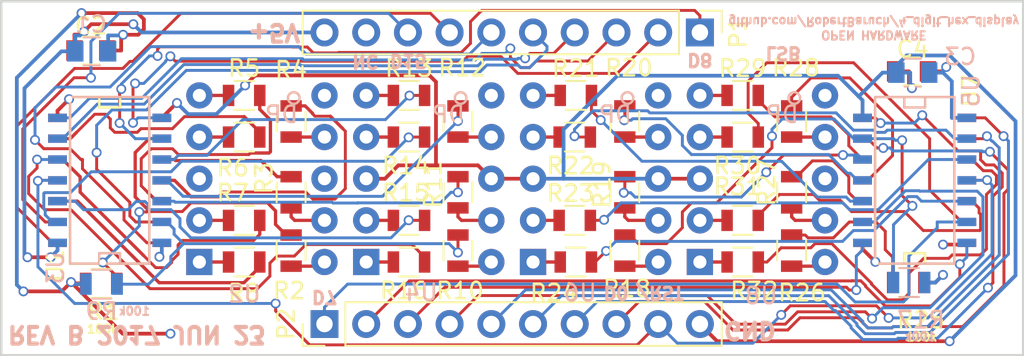
<source format=kicad_pcb>
(kicad_pcb (version 20171130) (host pcbnew "(5.1.12)-1")

  (general
    (thickness 1.6)
    (drawings 20)
    (tracks 839)
    (zones 0)
    (modules 46)
    (nets 81)
  )

  (page A4)
  (layers
    (0 F.Cu signal)
    (1 GNDREF power)
    (2 +5V power)
    (31 B.Cu signal)
    (32 B.Adhes user hide)
    (33 F.Adhes user hide)
    (34 B.Paste user hide)
    (35 F.Paste user hide)
    (36 B.SilkS user hide)
    (37 F.SilkS user hide)
    (38 B.Mask user hide)
    (39 F.Mask user hide)
    (40 Dwgs.User user hide)
    (41 Cmts.User user hide)
    (42 Eco1.User user hide)
    (43 Eco2.User user hide)
    (44 Edge.Cuts user)
    (45 Margin user hide)
    (46 B.CrtYd user hide)
    (47 F.CrtYd user hide)
    (48 B.Fab user hide)
    (49 F.Fab user hide)
  )

  (setup
    (last_trace_width 0.1778)
    (trace_clearance 0.1778)
    (zone_clearance 0.508)
    (zone_45_only no)
    (trace_min 0.1778)
    (via_size 0.6)
    (via_drill 0.4)
    (via_min_size 0.4)
    (via_min_drill 0.3)
    (uvia_size 0.3)
    (uvia_drill 0.1)
    (uvias_allowed no)
    (uvia_min_size 0.2)
    (uvia_min_drill 0.1)
    (edge_width 0.15)
    (segment_width 0.2)
    (pcb_text_width 0.3)
    (pcb_text_size 1.5 1.5)
    (mod_edge_width 0.15)
    (mod_text_size 1 1)
    (mod_text_width 0.15)
    (pad_size 1.524 1.524)
    (pad_drill 0.762)
    (pad_to_mask_clearance 0.2)
    (aux_axis_origin 0 0)
    (visible_elements 7FFFFFFF)
    (pcbplotparams
      (layerselection 0x010f0_80000007)
      (usegerberextensions false)
      (usegerberattributes true)
      (usegerberadvancedattributes true)
      (creategerberjobfile true)
      (excludeedgelayer true)
      (linewidth 0.100000)
      (plotframeref false)
      (viasonmask false)
      (mode 1)
      (useauxorigin false)
      (hpglpennumber 1)
      (hpglpenspeed 20)
      (hpglpendiameter 15.000000)
      (psnegative false)
      (psa4output false)
      (plotreference true)
      (plotvalue true)
      (plotinvisibletext false)
      (padsonsilk false)
      (subtractmaskfromsilk false)
      (outputformat 1)
      (mirror false)
      (drillshape 0)
      (scaleselection 1)
      (outputdirectory ""))
  )

  (net 0 "")
  (net 1 /D15)
  (net 2 /D14)
  (net 3 /D13)
  (net 4 /D12)
  (net 5 /D11)
  (net 6 /D10)
  (net 7 /D9)
  (net 8 /D8)
  (net 9 /D7)
  (net 10 GNDREF)
  (net 11 /D6)
  (net 12 /D5)
  (net 13 /D4)
  (net 14 /D3)
  (net 15 /D2)
  (net 16 /D1)
  (net 17 /D0)
  (net 18 //RST)
  (net 19 +5V)
  (net 20 "Net-(R1-Pad2)")
  (net 21 "Net-(R2-Pad1)")
  (net 22 "Net-(R3-Pad1)")
  (net 23 "Net-(R3-Pad2)")
  (net 24 "Net-(R4-Pad1)")
  (net 25 "Net-(R4-Pad2)")
  (net 26 "Net-(R5-Pad1)")
  (net 27 "Net-(R5-Pad2)")
  (net 28 "Net-(R6-Pad1)")
  (net 29 "Net-(R6-Pad2)")
  (net 30 "Net-(R7-Pad1)")
  (net 31 "Net-(R7-Pad2)")
  (net 32 "Net-(R8-Pad1)")
  (net 33 "Net-(R8-Pad2)")
  (net 34 "Net-(R10-Pad2)")
  (net 35 "Net-(R10-Pad1)")
  (net 36 "Net-(R11-Pad1)")
  (net 37 "Net-(R11-Pad2)")
  (net 38 "Net-(R12-Pad1)")
  (net 39 "Net-(R12-Pad2)")
  (net 40 "Net-(R13-Pad1)")
  (net 41 "Net-(R13-Pad2)")
  (net 42 "Net-(R14-Pad1)")
  (net 43 "Net-(R14-Pad2)")
  (net 44 "Net-(R15-Pad1)")
  (net 45 "Net-(R15-Pad2)")
  (net 46 "Net-(R16-Pad1)")
  (net 47 "Net-(R16-Pad2)")
  (net 48 "Net-(R17-Pad2)")
  (net 49 "Net-(R18-Pad1)")
  (net 50 "Net-(R19-Pad1)")
  (net 51 "Net-(R19-Pad2)")
  (net 52 "Net-(R20-Pad1)")
  (net 53 "Net-(R20-Pad2)")
  (net 54 "Net-(R21-Pad1)")
  (net 55 "Net-(R21-Pad2)")
  (net 56 "Net-(R22-Pad1)")
  (net 57 "Net-(R22-Pad2)")
  (net 58 "Net-(R23-Pad1)")
  (net 59 "Net-(R23-Pad2)")
  (net 60 "Net-(R24-Pad1)")
  (net 61 "Net-(R24-Pad2)")
  (net 62 "Net-(R25-Pad2)")
  (net 63 "Net-(R26-Pad1)")
  (net 64 "Net-(R27-Pad1)")
  (net 65 "Net-(R27-Pad2)")
  (net 66 "Net-(R28-Pad1)")
  (net 67 "Net-(R28-Pad2)")
  (net 68 "Net-(R29-Pad1)")
  (net 69 "Net-(R29-Pad2)")
  (net 70 "Net-(R30-Pad1)")
  (net 71 "Net-(R30-Pad2)")
  (net 72 "Net-(R31-Pad1)")
  (net 73 "Net-(R31-Pad2)")
  (net 74 "Net-(R32-Pad1)")
  (net 75 "Net-(R32-Pad2)")
  (net 76 "Net-(U2-Pad6)")
  (net 77 "Net-(U4-Pad6)")
  (net 78 "Net-(U6-Pad6)")
  (net 79 "Net-(U8-Pad6)")
  (net 80 "Net-(P1-Pad9)")

  (net_class Default "This is the default net class."
    (clearance 0.1778)
    (trace_width 0.1778)
    (via_dia 0.6)
    (via_drill 0.4)
    (uvia_dia 0.3)
    (uvia_drill 0.1)
    (add_net //RST)
    (add_net /D0)
    (add_net /D1)
    (add_net /D10)
    (add_net /D11)
    (add_net /D12)
    (add_net /D13)
    (add_net /D14)
    (add_net /D15)
    (add_net /D2)
    (add_net /D3)
    (add_net /D4)
    (add_net /D5)
    (add_net /D6)
    (add_net /D7)
    (add_net /D8)
    (add_net /D9)
    (add_net "Net-(P1-Pad9)")
    (add_net "Net-(R1-Pad2)")
    (add_net "Net-(R10-Pad1)")
    (add_net "Net-(R10-Pad2)")
    (add_net "Net-(R11-Pad1)")
    (add_net "Net-(R11-Pad2)")
    (add_net "Net-(R12-Pad1)")
    (add_net "Net-(R12-Pad2)")
    (add_net "Net-(R13-Pad1)")
    (add_net "Net-(R13-Pad2)")
    (add_net "Net-(R14-Pad1)")
    (add_net "Net-(R14-Pad2)")
    (add_net "Net-(R15-Pad1)")
    (add_net "Net-(R15-Pad2)")
    (add_net "Net-(R16-Pad1)")
    (add_net "Net-(R16-Pad2)")
    (add_net "Net-(R17-Pad2)")
    (add_net "Net-(R18-Pad1)")
    (add_net "Net-(R19-Pad1)")
    (add_net "Net-(R19-Pad2)")
    (add_net "Net-(R2-Pad1)")
    (add_net "Net-(R20-Pad1)")
    (add_net "Net-(R20-Pad2)")
    (add_net "Net-(R21-Pad1)")
    (add_net "Net-(R21-Pad2)")
    (add_net "Net-(R22-Pad1)")
    (add_net "Net-(R22-Pad2)")
    (add_net "Net-(R23-Pad1)")
    (add_net "Net-(R23-Pad2)")
    (add_net "Net-(R24-Pad1)")
    (add_net "Net-(R24-Pad2)")
    (add_net "Net-(R25-Pad2)")
    (add_net "Net-(R26-Pad1)")
    (add_net "Net-(R27-Pad1)")
    (add_net "Net-(R27-Pad2)")
    (add_net "Net-(R28-Pad1)")
    (add_net "Net-(R28-Pad2)")
    (add_net "Net-(R29-Pad1)")
    (add_net "Net-(R29-Pad2)")
    (add_net "Net-(R3-Pad1)")
    (add_net "Net-(R3-Pad2)")
    (add_net "Net-(R30-Pad1)")
    (add_net "Net-(R30-Pad2)")
    (add_net "Net-(R31-Pad1)")
    (add_net "Net-(R31-Pad2)")
    (add_net "Net-(R32-Pad1)")
    (add_net "Net-(R32-Pad2)")
    (add_net "Net-(R4-Pad1)")
    (add_net "Net-(R4-Pad2)")
    (add_net "Net-(R5-Pad1)")
    (add_net "Net-(R5-Pad2)")
    (add_net "Net-(R6-Pad1)")
    (add_net "Net-(R6-Pad2)")
    (add_net "Net-(R7-Pad1)")
    (add_net "Net-(R7-Pad2)")
    (add_net "Net-(R8-Pad1)")
    (add_net "Net-(R8-Pad2)")
    (add_net "Net-(U2-Pad6)")
    (add_net "Net-(U4-Pad6)")
    (add_net "Net-(U6-Pad6)")
    (add_net "Net-(U8-Pad6)")
  )

  (net_class Power ""
    (clearance 0.2286)
    (trace_width 0.2286)
    (via_dia 0.6)
    (via_drill 0.4)
    (uvia_dia 0.3)
    (uvia_drill 0.1)
    (add_net +5V)
    (add_net GNDREF)
  )

  (module Pin_Headers:Pin_Header_Straight_1x10_Pitch2.54mm (layer F.Cu) (tedit 58CD4EC1) (tstamp 593C78B1)
    (at 143.51 101.6 270)
    (descr "Through hole straight pin header, 1x10, 2.54mm pitch, single row")
    (tags "Through hole pin header THT 1x10 2.54mm single row")
    (path /593C2D6C)
    (fp_text reference P1 (at 0 -2.33 270) (layer F.SilkS)
      (effects (font (size 1 1) (thickness 0.15)))
    )
    (fp_text value CONN_01X10 (at 0 25.19 270) (layer F.Fab)
      (effects (font (size 1 1) (thickness 0.15)))
    )
    (fp_line (start 1.8 -1.8) (end -1.8 -1.8) (layer F.CrtYd) (width 0.05))
    (fp_line (start 1.8 24.65) (end 1.8 -1.8) (layer F.CrtYd) (width 0.05))
    (fp_line (start -1.8 24.65) (end 1.8 24.65) (layer F.CrtYd) (width 0.05))
    (fp_line (start -1.8 -1.8) (end -1.8 24.65) (layer F.CrtYd) (width 0.05))
    (fp_line (start -1.33 -1.33) (end 0 -1.33) (layer F.SilkS) (width 0.12))
    (fp_line (start -1.33 0) (end -1.33 -1.33) (layer F.SilkS) (width 0.12))
    (fp_line (start 1.33 1.27) (end -1.33 1.27) (layer F.SilkS) (width 0.12))
    (fp_line (start 1.33 24.19) (end 1.33 1.27) (layer F.SilkS) (width 0.12))
    (fp_line (start -1.33 24.19) (end 1.33 24.19) (layer F.SilkS) (width 0.12))
    (fp_line (start -1.33 1.27) (end -1.33 24.19) (layer F.SilkS) (width 0.12))
    (fp_line (start 1.27 -1.27) (end -1.27 -1.27) (layer F.Fab) (width 0.1))
    (fp_line (start 1.27 24.13) (end 1.27 -1.27) (layer F.Fab) (width 0.1))
    (fp_line (start -1.27 24.13) (end 1.27 24.13) (layer F.Fab) (width 0.1))
    (fp_line (start -1.27 -1.27) (end -1.27 24.13) (layer F.Fab) (width 0.1))
    (fp_text user %R (at 0 -2.33 270) (layer F.Fab)
      (effects (font (size 1 1) (thickness 0.15)))
    )
    (pad 1 thru_hole rect (at 0 0 270) (size 1.7 1.7) (drill 1) (layers *.Cu *.Mask)
      (net 8 /D8))
    (pad 2 thru_hole oval (at 0 2.54 270) (size 1.7 1.7) (drill 1) (layers *.Cu *.Mask)
      (net 7 /D9))
    (pad 3 thru_hole oval (at 0 5.08 270) (size 1.7 1.7) (drill 1) (layers *.Cu *.Mask)
      (net 6 /D10))
    (pad 4 thru_hole oval (at 0 7.62 270) (size 1.7 1.7) (drill 1) (layers *.Cu *.Mask)
      (net 5 /D11))
    (pad 5 thru_hole oval (at 0 10.16 270) (size 1.7 1.7) (drill 1) (layers *.Cu *.Mask)
      (net 4 /D12))
    (pad 6 thru_hole oval (at 0 12.7 270) (size 1.7 1.7) (drill 1) (layers *.Cu *.Mask)
      (net 3 /D13))
    (pad 7 thru_hole oval (at 0 15.24 270) (size 1.7 1.7) (drill 1) (layers *.Cu *.Mask)
      (net 2 /D14))
    (pad 8 thru_hole oval (at 0 17.78 270) (size 1.7 1.7) (drill 1) (layers *.Cu *.Mask)
      (net 1 /D15))
    (pad 9 thru_hole oval (at 0 20.32 270) (size 1.7 1.7) (drill 1) (layers *.Cu *.Mask)
      (net 80 "Net-(P1-Pad9)"))
    (pad 10 thru_hole oval (at 0 22.86 270) (size 1.7 1.7) (drill 1) (layers *.Cu *.Mask)
      (net 19 +5V))
    (model C:/Users/Robert/Fusion.wrl
      (offset (xyz 0 0 2.285999965667724))
      (scale (xyz 1 1 1))
      (rotate (xyz 180 0 0))
    )
  )

  (module Pin_Headers:Pin_Header_Straight_1x10_Pitch2.54mm (layer F.Cu) (tedit 58CD4EC1) (tstamp 593C78BF)
    (at 120.65 119.38 90)
    (descr "Through hole straight pin header, 1x10, 2.54mm pitch, single row")
    (tags "Through hole pin header THT 1x10 2.54mm single row")
    (path /593C2C48)
    (fp_text reference P2 (at 0 -2.33 90) (layer F.SilkS)
      (effects (font (size 1 1) (thickness 0.15)))
    )
    (fp_text value CONN_01X10 (at 0 25.19 90) (layer F.Fab)
      (effects (font (size 1 1) (thickness 0.15)))
    )
    (fp_line (start 1.8 -1.8) (end -1.8 -1.8) (layer F.CrtYd) (width 0.05))
    (fp_line (start 1.8 24.65) (end 1.8 -1.8) (layer F.CrtYd) (width 0.05))
    (fp_line (start -1.8 24.65) (end 1.8 24.65) (layer F.CrtYd) (width 0.05))
    (fp_line (start -1.8 -1.8) (end -1.8 24.65) (layer F.CrtYd) (width 0.05))
    (fp_line (start -1.33 -1.33) (end 0 -1.33) (layer F.SilkS) (width 0.12))
    (fp_line (start -1.33 0) (end -1.33 -1.33) (layer F.SilkS) (width 0.12))
    (fp_line (start 1.33 1.27) (end -1.33 1.27) (layer F.SilkS) (width 0.12))
    (fp_line (start 1.33 24.19) (end 1.33 1.27) (layer F.SilkS) (width 0.12))
    (fp_line (start -1.33 24.19) (end 1.33 24.19) (layer F.SilkS) (width 0.12))
    (fp_line (start -1.33 1.27) (end -1.33 24.19) (layer F.SilkS) (width 0.12))
    (fp_line (start 1.27 -1.27) (end -1.27 -1.27) (layer F.Fab) (width 0.1))
    (fp_line (start 1.27 24.13) (end 1.27 -1.27) (layer F.Fab) (width 0.1))
    (fp_line (start -1.27 24.13) (end 1.27 24.13) (layer F.Fab) (width 0.1))
    (fp_line (start -1.27 -1.27) (end -1.27 24.13) (layer F.Fab) (width 0.1))
    (fp_text user %R (at 0 -2.33 90) (layer F.Fab)
      (effects (font (size 1 1) (thickness 0.15)))
    )
    (pad 1 thru_hole rect (at 0 0 90) (size 1.7 1.7) (drill 1) (layers *.Cu *.Mask)
      (net 9 /D7))
    (pad 2 thru_hole oval (at 0 2.54 90) (size 1.7 1.7) (drill 1) (layers *.Cu *.Mask)
      (net 11 /D6))
    (pad 3 thru_hole oval (at 0 5.08 90) (size 1.7 1.7) (drill 1) (layers *.Cu *.Mask)
      (net 12 /D5))
    (pad 4 thru_hole oval (at 0 7.62 90) (size 1.7 1.7) (drill 1) (layers *.Cu *.Mask)
      (net 13 /D4))
    (pad 5 thru_hole oval (at 0 10.16 90) (size 1.7 1.7) (drill 1) (layers *.Cu *.Mask)
      (net 14 /D3))
    (pad 6 thru_hole oval (at 0 12.7 90) (size 1.7 1.7) (drill 1) (layers *.Cu *.Mask)
      (net 15 /D2))
    (pad 7 thru_hole oval (at 0 15.24 90) (size 1.7 1.7) (drill 1) (layers *.Cu *.Mask)
      (net 16 /D1))
    (pad 8 thru_hole oval (at 0 17.78 90) (size 1.7 1.7) (drill 1) (layers *.Cu *.Mask)
      (net 17 /D0))
    (pad 9 thru_hole oval (at 0 20.32 90) (size 1.7 1.7) (drill 1) (layers *.Cu *.Mask)
      (net 18 //RST))
    (pad 10 thru_hole oval (at 0 22.86 90) (size 1.7 1.7) (drill 1) (layers *.Cu *.Mask)
      (net 10 GNDREF))
    (model C:/Users/Robert/Fusion.wrl
      (offset (xyz 0 0 2.285999965667724))
      (scale (xyz 1 1 1))
      (rotate (xyz 180 0 0))
    )
  )

  (module Resistors_SMD:R_0805 (layer F.Cu) (tedit 58E0A804) (tstamp 593C78C5)
    (at 107.05 116.9)
    (descr "Resistor SMD 0805, reflow soldering, Vishay (see dcrcw.pdf)")
    (tags "resistor 0805")
    (path /593C14FB)
    (attr smd)
    (fp_text reference R1 (at 0.138 1.718) (layer F.SilkS)
      (effects (font (size 1 1) (thickness 0.15)))
    )
    (fp_text value 100k (at 0 1.75) (layer F.Fab)
      (effects (font (size 1 1) (thickness 0.15)))
    )
    (fp_line (start 1.55 0.9) (end -1.55 0.9) (layer F.CrtYd) (width 0.05))
    (fp_line (start 1.55 0.9) (end 1.55 -0.9) (layer F.CrtYd) (width 0.05))
    (fp_line (start -1.55 -0.9) (end -1.55 0.9) (layer F.CrtYd) (width 0.05))
    (fp_line (start -1.55 -0.9) (end 1.55 -0.9) (layer F.CrtYd) (width 0.05))
    (fp_line (start -0.6 -0.88) (end 0.6 -0.88) (layer F.SilkS) (width 0.12))
    (fp_line (start 0.6 0.88) (end -0.6 0.88) (layer F.SilkS) (width 0.12))
    (fp_line (start -1 -0.62) (end 1 -0.62) (layer F.Fab) (width 0.1))
    (fp_line (start 1 -0.62) (end 1 0.62) (layer F.Fab) (width 0.1))
    (fp_line (start 1 0.62) (end -1 0.62) (layer F.Fab) (width 0.1))
    (fp_line (start -1 0.62) (end -1 -0.62) (layer F.Fab) (width 0.1))
    (fp_text user %R (at 0 0) (layer F.Fab)
      (effects (font (size 0.5 0.5) (thickness 0.075)))
    )
    (pad 1 smd rect (at -0.95 0) (size 0.7 1.3) (layers F.Cu F.Paste F.Mask)
      (net 10 GNDREF))
    (pad 2 smd rect (at 0.95 0) (size 0.7 1.3) (layers F.Cu F.Paste F.Mask)
      (net 20 "Net-(R1-Pad2)"))
    (model ${KISYS3DMOD}/Resistors_SMD.3dshapes/R_0805.wrl
      (at (xyz 0 0 0))
      (scale (xyz 1 1 1))
      (rotate (xyz 0 0 0))
    )
  )

  (module Resistors_SMD:R_0805 (layer F.Cu) (tedit 58E0A804) (tstamp 593C78CB)
    (at 118.618 114.902 90)
    (descr "Resistor SMD 0805, reflow soldering, Vishay (see dcrcw.pdf)")
    (tags "resistor 0805")
    (path /593C11F0)
    (attr smd)
    (fp_text reference R2 (at -2.445528 -0.127 180) (layer F.SilkS)
      (effects (font (size 1 1) (thickness 0.15)))
    )
    (fp_text value 3k3 (at 0 1.75 90) (layer F.Fab)
      (effects (font (size 1 1) (thickness 0.15)))
    )
    (fp_line (start 1.55 0.9) (end -1.55 0.9) (layer F.CrtYd) (width 0.05))
    (fp_line (start 1.55 0.9) (end 1.55 -0.9) (layer F.CrtYd) (width 0.05))
    (fp_line (start -1.55 -0.9) (end -1.55 0.9) (layer F.CrtYd) (width 0.05))
    (fp_line (start -1.55 -0.9) (end 1.55 -0.9) (layer F.CrtYd) (width 0.05))
    (fp_line (start -0.6 -0.88) (end 0.6 -0.88) (layer F.SilkS) (width 0.12))
    (fp_line (start 0.6 0.88) (end -0.6 0.88) (layer F.SilkS) (width 0.12))
    (fp_line (start -1 -0.62) (end 1 -0.62) (layer F.Fab) (width 0.1))
    (fp_line (start 1 -0.62) (end 1 0.62) (layer F.Fab) (width 0.1))
    (fp_line (start 1 0.62) (end -1 0.62) (layer F.Fab) (width 0.1))
    (fp_line (start -1 0.62) (end -1 -0.62) (layer F.Fab) (width 0.1))
    (fp_text user %R (at 0 0 90) (layer F.Fab)
      (effects (font (size 0.5 0.5) (thickness 0.075)))
    )
    (pad 1 smd rect (at -0.95 0 90) (size 0.7 1.3) (layers F.Cu F.Paste F.Mask)
      (net 21 "Net-(R2-Pad1)"))
    (pad 2 smd rect (at 0.95 0 90) (size 0.7 1.3) (layers F.Cu F.Paste F.Mask)
      (net 20 "Net-(R1-Pad2)"))
    (model ${KISYS3DMOD}/Resistors_SMD.3dshapes/R_0805.wrl
      (at (xyz 0 0 0))
      (scale (xyz 1 1 1))
      (rotate (xyz 0 0 0))
    )
  )

  (module Resistors_SMD:R_0805 (layer F.Cu) (tedit 58E0A804) (tstamp 593C78D1)
    (at 118.618 111.346 90)
    (descr "Resistor SMD 0805, reflow soldering, Vishay (see dcrcw.pdf)")
    (tags "resistor 0805")
    (path /593C1234)
    (attr smd)
    (fp_text reference R3 (at 0.856472 -1.651 90) (layer F.SilkS)
      (effects (font (size 1 1) (thickness 0.15)))
    )
    (fp_text value 3k3 (at 0 1.75 90) (layer F.Fab)
      (effects (font (size 1 1) (thickness 0.15)))
    )
    (fp_line (start 1.55 0.9) (end -1.55 0.9) (layer F.CrtYd) (width 0.05))
    (fp_line (start 1.55 0.9) (end 1.55 -0.9) (layer F.CrtYd) (width 0.05))
    (fp_line (start -1.55 -0.9) (end -1.55 0.9) (layer F.CrtYd) (width 0.05))
    (fp_line (start -1.55 -0.9) (end 1.55 -0.9) (layer F.CrtYd) (width 0.05))
    (fp_line (start -0.6 -0.88) (end 0.6 -0.88) (layer F.SilkS) (width 0.12))
    (fp_line (start 0.6 0.88) (end -0.6 0.88) (layer F.SilkS) (width 0.12))
    (fp_line (start -1 -0.62) (end 1 -0.62) (layer F.Fab) (width 0.1))
    (fp_line (start 1 -0.62) (end 1 0.62) (layer F.Fab) (width 0.1))
    (fp_line (start 1 0.62) (end -1 0.62) (layer F.Fab) (width 0.1))
    (fp_line (start -1 0.62) (end -1 -0.62) (layer F.Fab) (width 0.1))
    (fp_text user %R (at 0 0 90) (layer F.Fab)
      (effects (font (size 0.5 0.5) (thickness 0.075)))
    )
    (pad 1 smd rect (at -0.95 0 90) (size 0.7 1.3) (layers F.Cu F.Paste F.Mask)
      (net 22 "Net-(R3-Pad1)"))
    (pad 2 smd rect (at 0.95 0 90) (size 0.7 1.3) (layers F.Cu F.Paste F.Mask)
      (net 23 "Net-(R3-Pad2)"))
    (model ${KISYS3DMOD}/Resistors_SMD.3dshapes/R_0805.wrl
      (at (xyz 0 0 0))
      (scale (xyz 1 1 1))
      (rotate (xyz 0 0 0))
    )
  )

  (module Resistors_SMD:R_0805 (layer F.Cu) (tedit 58E0A804) (tstamp 593C78D7)
    (at 118.618 107.028 90)
    (descr "Resistor SMD 0805, reflow soldering, Vishay (see dcrcw.pdf)")
    (tags "resistor 0805")
    (path /593C1280)
    (attr smd)
    (fp_text reference R4 (at 3.142472 0 180) (layer F.SilkS)
      (effects (font (size 1 1) (thickness 0.15)))
    )
    (fp_text value 3k3 (at 0 1.75 90) (layer F.Fab)
      (effects (font (size 1 1) (thickness 0.15)))
    )
    (fp_line (start 1.55 0.9) (end -1.55 0.9) (layer F.CrtYd) (width 0.05))
    (fp_line (start 1.55 0.9) (end 1.55 -0.9) (layer F.CrtYd) (width 0.05))
    (fp_line (start -1.55 -0.9) (end -1.55 0.9) (layer F.CrtYd) (width 0.05))
    (fp_line (start -1.55 -0.9) (end 1.55 -0.9) (layer F.CrtYd) (width 0.05))
    (fp_line (start -0.6 -0.88) (end 0.6 -0.88) (layer F.SilkS) (width 0.12))
    (fp_line (start 0.6 0.88) (end -0.6 0.88) (layer F.SilkS) (width 0.12))
    (fp_line (start -1 -0.62) (end 1 -0.62) (layer F.Fab) (width 0.1))
    (fp_line (start 1 -0.62) (end 1 0.62) (layer F.Fab) (width 0.1))
    (fp_line (start 1 0.62) (end -1 0.62) (layer F.Fab) (width 0.1))
    (fp_line (start -1 0.62) (end -1 -0.62) (layer F.Fab) (width 0.1))
    (fp_text user %R (at 0 0 90) (layer F.Fab)
      (effects (font (size 0.5 0.5) (thickness 0.075)))
    )
    (pad 1 smd rect (at -0.95 0 90) (size 0.7 1.3) (layers F.Cu F.Paste F.Mask)
      (net 24 "Net-(R4-Pad1)"))
    (pad 2 smd rect (at 0.95 0 90) (size 0.7 1.3) (layers F.Cu F.Paste F.Mask)
      (net 25 "Net-(R4-Pad2)"))
    (model ${KISYS3DMOD}/Resistors_SMD.3dshapes/R_0805.wrl
      (at (xyz 0 0 0))
      (scale (xyz 1 1 1))
      (rotate (xyz 0 0 0))
    )
  )

  (module Resistors_SMD:R_0805 (layer F.Cu) (tedit 58E0A804) (tstamp 593C78DD)
    (at 115.758 105.438)
    (descr "Resistor SMD 0805, reflow soldering, Vishay (see dcrcw.pdf)")
    (tags "resistor 0805")
    (path /593C1286)
    (attr smd)
    (fp_text reference R5 (at 0 -1.65) (layer F.SilkS)
      (effects (font (size 1 1) (thickness 0.15)))
    )
    (fp_text value 3k3 (at 0 1.75) (layer F.Fab)
      (effects (font (size 1 1) (thickness 0.15)))
    )
    (fp_line (start 1.55 0.9) (end -1.55 0.9) (layer F.CrtYd) (width 0.05))
    (fp_line (start 1.55 0.9) (end 1.55 -0.9) (layer F.CrtYd) (width 0.05))
    (fp_line (start -1.55 -0.9) (end -1.55 0.9) (layer F.CrtYd) (width 0.05))
    (fp_line (start -1.55 -0.9) (end 1.55 -0.9) (layer F.CrtYd) (width 0.05))
    (fp_line (start -0.6 -0.88) (end 0.6 -0.88) (layer F.SilkS) (width 0.12))
    (fp_line (start 0.6 0.88) (end -0.6 0.88) (layer F.SilkS) (width 0.12))
    (fp_line (start -1 -0.62) (end 1 -0.62) (layer F.Fab) (width 0.1))
    (fp_line (start 1 -0.62) (end 1 0.62) (layer F.Fab) (width 0.1))
    (fp_line (start 1 0.62) (end -1 0.62) (layer F.Fab) (width 0.1))
    (fp_line (start -1 0.62) (end -1 -0.62) (layer F.Fab) (width 0.1))
    (fp_text user %R (at 0 0) (layer F.Fab)
      (effects (font (size 0.5 0.5) (thickness 0.075)))
    )
    (pad 1 smd rect (at -0.95 0) (size 0.7 1.3) (layers F.Cu F.Paste F.Mask)
      (net 26 "Net-(R5-Pad1)"))
    (pad 2 smd rect (at 0.95 0) (size 0.7 1.3) (layers F.Cu F.Paste F.Mask)
      (net 27 "Net-(R5-Pad2)"))
    (model ${KISYS3DMOD}/Resistors_SMD.3dshapes/R_0805.wrl
      (at (xyz 0 0 0))
      (scale (xyz 1 1 1))
      (rotate (xyz 0 0 0))
    )
  )

  (module Resistors_SMD:R_0805 (layer F.Cu) (tedit 58E0A804) (tstamp 593C78E3)
    (at 115.758 107.978)
    (descr "Resistor SMD 0805, reflow soldering, Vishay (see dcrcw.pdf)")
    (tags "resistor 0805")
    (path /593C12D4)
    (attr smd)
    (fp_text reference R6 (at -0.696 1.876528) (layer F.SilkS)
      (effects (font (size 1 1) (thickness 0.15)))
    )
    (fp_text value 3k3 (at 0 1.75) (layer F.Fab)
      (effects (font (size 1 1) (thickness 0.15)))
    )
    (fp_line (start 1.55 0.9) (end -1.55 0.9) (layer F.CrtYd) (width 0.05))
    (fp_line (start 1.55 0.9) (end 1.55 -0.9) (layer F.CrtYd) (width 0.05))
    (fp_line (start -1.55 -0.9) (end -1.55 0.9) (layer F.CrtYd) (width 0.05))
    (fp_line (start -1.55 -0.9) (end 1.55 -0.9) (layer F.CrtYd) (width 0.05))
    (fp_line (start -0.6 -0.88) (end 0.6 -0.88) (layer F.SilkS) (width 0.12))
    (fp_line (start 0.6 0.88) (end -0.6 0.88) (layer F.SilkS) (width 0.12))
    (fp_line (start -1 -0.62) (end 1 -0.62) (layer F.Fab) (width 0.1))
    (fp_line (start 1 -0.62) (end 1 0.62) (layer F.Fab) (width 0.1))
    (fp_line (start 1 0.62) (end -1 0.62) (layer F.Fab) (width 0.1))
    (fp_line (start -1 0.62) (end -1 -0.62) (layer F.Fab) (width 0.1))
    (fp_text user %R (at 0 0) (layer F.Fab)
      (effects (font (size 0.5 0.5) (thickness 0.075)))
    )
    (pad 1 smd rect (at -0.95 0) (size 0.7 1.3) (layers F.Cu F.Paste F.Mask)
      (net 28 "Net-(R6-Pad1)"))
    (pad 2 smd rect (at 0.95 0) (size 0.7 1.3) (layers F.Cu F.Paste F.Mask)
      (net 29 "Net-(R6-Pad2)"))
    (model ${KISYS3DMOD}/Resistors_SMD.3dshapes/R_0805.wrl
      (at (xyz 0 0 0))
      (scale (xyz 1 1 1))
      (rotate (xyz 0 0 0))
    )
  )

  (module Resistors_SMD:R_0805 (layer F.Cu) (tedit 58E0A804) (tstamp 593C78E9)
    (at 115.758 113.058)
    (descr "Resistor SMD 0805, reflow soldering, Vishay (see dcrcw.pdf)")
    (tags "resistor 0805")
    (path /593C12DA)
    (attr smd)
    (fp_text reference R7 (at -0.696 -1.679472) (layer F.SilkS)
      (effects (font (size 1 1) (thickness 0.15)))
    )
    (fp_text value 3k3 (at 0 1.75) (layer F.Fab)
      (effects (font (size 1 1) (thickness 0.15)))
    )
    (fp_line (start 1.55 0.9) (end -1.55 0.9) (layer F.CrtYd) (width 0.05))
    (fp_line (start 1.55 0.9) (end 1.55 -0.9) (layer F.CrtYd) (width 0.05))
    (fp_line (start -1.55 -0.9) (end -1.55 0.9) (layer F.CrtYd) (width 0.05))
    (fp_line (start -1.55 -0.9) (end 1.55 -0.9) (layer F.CrtYd) (width 0.05))
    (fp_line (start -0.6 -0.88) (end 0.6 -0.88) (layer F.SilkS) (width 0.12))
    (fp_line (start 0.6 0.88) (end -0.6 0.88) (layer F.SilkS) (width 0.12))
    (fp_line (start -1 -0.62) (end 1 -0.62) (layer F.Fab) (width 0.1))
    (fp_line (start 1 -0.62) (end 1 0.62) (layer F.Fab) (width 0.1))
    (fp_line (start 1 0.62) (end -1 0.62) (layer F.Fab) (width 0.1))
    (fp_line (start -1 0.62) (end -1 -0.62) (layer F.Fab) (width 0.1))
    (fp_text user %R (at 0 0) (layer F.Fab)
      (effects (font (size 0.5 0.5) (thickness 0.075)))
    )
    (pad 1 smd rect (at -0.95 0) (size 0.7 1.3) (layers F.Cu F.Paste F.Mask)
      (net 30 "Net-(R7-Pad1)"))
    (pad 2 smd rect (at 0.95 0) (size 0.7 1.3) (layers F.Cu F.Paste F.Mask)
      (net 31 "Net-(R7-Pad2)"))
    (model ${KISYS3DMOD}/Resistors_SMD.3dshapes/R_0805.wrl
      (at (xyz 0 0 0))
      (scale (xyz 1 1 1))
      (rotate (xyz 0 0 0))
    )
  )

  (module Resistors_SMD:R_0805 (layer F.Cu) (tedit 58E0A804) (tstamp 593C78EF)
    (at 115.758 115.598)
    (descr "Resistor SMD 0805, reflow soldering, Vishay (see dcrcw.pdf)")
    (tags "resistor 0805")
    (path /593C12E0)
    (attr smd)
    (fp_text reference R8 (at 0 1.876528) (layer F.SilkS)
      (effects (font (size 1 1) (thickness 0.15)))
    )
    (fp_text value 3k3 (at 0 1.75) (layer F.Fab)
      (effects (font (size 1 1) (thickness 0.15)))
    )
    (fp_line (start 1.55 0.9) (end -1.55 0.9) (layer F.CrtYd) (width 0.05))
    (fp_line (start 1.55 0.9) (end 1.55 -0.9) (layer F.CrtYd) (width 0.05))
    (fp_line (start -1.55 -0.9) (end -1.55 0.9) (layer F.CrtYd) (width 0.05))
    (fp_line (start -1.55 -0.9) (end 1.55 -0.9) (layer F.CrtYd) (width 0.05))
    (fp_line (start -0.6 -0.88) (end 0.6 -0.88) (layer F.SilkS) (width 0.12))
    (fp_line (start 0.6 0.88) (end -0.6 0.88) (layer F.SilkS) (width 0.12))
    (fp_line (start -1 -0.62) (end 1 -0.62) (layer F.Fab) (width 0.1))
    (fp_line (start 1 -0.62) (end 1 0.62) (layer F.Fab) (width 0.1))
    (fp_line (start 1 0.62) (end -1 0.62) (layer F.Fab) (width 0.1))
    (fp_line (start -1 0.62) (end -1 -0.62) (layer F.Fab) (width 0.1))
    (fp_text user %R (at 0 0) (layer F.Fab)
      (effects (font (size 0.5 0.5) (thickness 0.075)))
    )
    (pad 1 smd rect (at -0.95 0) (size 0.7 1.3) (layers F.Cu F.Paste F.Mask)
      (net 32 "Net-(R8-Pad1)"))
    (pad 2 smd rect (at 0.95 0) (size 0.7 1.3) (layers F.Cu F.Paste F.Mask)
      (net 33 "Net-(R8-Pad2)"))
    (model ${KISYS3DMOD}/Resistors_SMD.3dshapes/R_0805.wrl
      (at (xyz 0 0 0))
      (scale (xyz 1 1 1))
      (rotate (xyz 0 0 0))
    )
  )

  (module Resistors_SMD:R_0805 (layer B.Cu) (tedit 58E0A804) (tstamp 593C78F5)
    (at 107.075 116.95)
    (descr "Resistor SMD 0805, reflow soldering, Vishay (see dcrcw.pdf)")
    (tags "resistor 0805")
    (path /593C1E4C)
    (attr smd)
    (fp_text reference R9 (at 0 1.65) (layer B.SilkS)
      (effects (font (size 1 1) (thickness 0.15)) (justify mirror))
    )
    (fp_text value 100k (at 0 -1.75) (layer B.Fab)
      (effects (font (size 1 1) (thickness 0.15)) (justify mirror))
    )
    (fp_line (start 1.55 -0.9) (end -1.55 -0.9) (layer B.CrtYd) (width 0.05))
    (fp_line (start 1.55 -0.9) (end 1.55 0.9) (layer B.CrtYd) (width 0.05))
    (fp_line (start -1.55 0.9) (end -1.55 -0.9) (layer B.CrtYd) (width 0.05))
    (fp_line (start -1.55 0.9) (end 1.55 0.9) (layer B.CrtYd) (width 0.05))
    (fp_line (start -0.6 0.88) (end 0.6 0.88) (layer B.SilkS) (width 0.12))
    (fp_line (start 0.6 -0.88) (end -0.6 -0.88) (layer B.SilkS) (width 0.12))
    (fp_line (start -1 0.62) (end 1 0.62) (layer B.Fab) (width 0.1))
    (fp_line (start 1 0.62) (end 1 -0.62) (layer B.Fab) (width 0.1))
    (fp_line (start 1 -0.62) (end -1 -0.62) (layer B.Fab) (width 0.1))
    (fp_line (start -1 -0.62) (end -1 0.62) (layer B.Fab) (width 0.1))
    (fp_text user %R (at 0 0) (layer B.Fab)
      (effects (font (size 0.5 0.5) (thickness 0.075)) (justify mirror))
    )
    (pad 1 smd rect (at -0.95 0) (size 0.7 1.3) (layers B.Cu B.Paste B.Mask)
      (net 10 GNDREF))
    (pad 2 smd rect (at 0.95 0) (size 0.7 1.3) (layers B.Cu B.Paste B.Mask)
      (net 34 "Net-(R10-Pad2)"))
    (model ${KISYS3DMOD}/Resistors_SMD.3dshapes/R_0805.wrl
      (at (xyz 0 0 0))
      (scale (xyz 1 1 1))
      (rotate (xyz 0 0 0))
    )
  )

  (module Resistors_SMD:R_0805 (layer F.Cu) (tedit 58E0A804) (tstamp 593C78FB)
    (at 128.778 114.902 90)
    (descr "Resistor SMD 0805, reflow soldering, Vishay (see dcrcw.pdf)")
    (tags "resistor 0805")
    (path /593C1DFE)
    (attr smd)
    (fp_text reference R10 (at -2.445528 0.127 180) (layer F.SilkS)
      (effects (font (size 1 1) (thickness 0.15)))
    )
    (fp_text value 3k3 (at 0 1.75 90) (layer F.Fab)
      (effects (font (size 1 1) (thickness 0.15)))
    )
    (fp_line (start 1.55 0.9) (end -1.55 0.9) (layer F.CrtYd) (width 0.05))
    (fp_line (start 1.55 0.9) (end 1.55 -0.9) (layer F.CrtYd) (width 0.05))
    (fp_line (start -1.55 -0.9) (end -1.55 0.9) (layer F.CrtYd) (width 0.05))
    (fp_line (start -1.55 -0.9) (end 1.55 -0.9) (layer F.CrtYd) (width 0.05))
    (fp_line (start -0.6 -0.88) (end 0.6 -0.88) (layer F.SilkS) (width 0.12))
    (fp_line (start 0.6 0.88) (end -0.6 0.88) (layer F.SilkS) (width 0.12))
    (fp_line (start -1 -0.62) (end 1 -0.62) (layer F.Fab) (width 0.1))
    (fp_line (start 1 -0.62) (end 1 0.62) (layer F.Fab) (width 0.1))
    (fp_line (start 1 0.62) (end -1 0.62) (layer F.Fab) (width 0.1))
    (fp_line (start -1 0.62) (end -1 -0.62) (layer F.Fab) (width 0.1))
    (fp_text user %R (at 0 0 90) (layer F.Fab)
      (effects (font (size 0.5 0.5) (thickness 0.075)))
    )
    (pad 1 smd rect (at -0.95 0 90) (size 0.7 1.3) (layers F.Cu F.Paste F.Mask)
      (net 35 "Net-(R10-Pad1)"))
    (pad 2 smd rect (at 0.95 0 90) (size 0.7 1.3) (layers F.Cu F.Paste F.Mask)
      (net 34 "Net-(R10-Pad2)"))
    (model ${KISYS3DMOD}/Resistors_SMD.3dshapes/R_0805.wrl
      (at (xyz 0 0 0))
      (scale (xyz 1 1 1))
      (rotate (xyz 0 0 0))
    )
  )

  (module Resistors_SMD:R_0805 (layer F.Cu) (tedit 58E0A804) (tstamp 593C7901)
    (at 128.778 111.346 90)
    (descr "Resistor SMD 0805, reflow soldering, Vishay (see dcrcw.pdf)")
    (tags "resistor 0805")
    (path /593C1E04)
    (attr smd)
    (fp_text reference R11 (at 0.475472 -1.524 90) (layer F.SilkS)
      (effects (font (size 1 1) (thickness 0.15)))
    )
    (fp_text value 3k3 (at 0 1.75 90) (layer F.Fab)
      (effects (font (size 1 1) (thickness 0.15)))
    )
    (fp_line (start 1.55 0.9) (end -1.55 0.9) (layer F.CrtYd) (width 0.05))
    (fp_line (start 1.55 0.9) (end 1.55 -0.9) (layer F.CrtYd) (width 0.05))
    (fp_line (start -1.55 -0.9) (end -1.55 0.9) (layer F.CrtYd) (width 0.05))
    (fp_line (start -1.55 -0.9) (end 1.55 -0.9) (layer F.CrtYd) (width 0.05))
    (fp_line (start -0.6 -0.88) (end 0.6 -0.88) (layer F.SilkS) (width 0.12))
    (fp_line (start 0.6 0.88) (end -0.6 0.88) (layer F.SilkS) (width 0.12))
    (fp_line (start -1 -0.62) (end 1 -0.62) (layer F.Fab) (width 0.1))
    (fp_line (start 1 -0.62) (end 1 0.62) (layer F.Fab) (width 0.1))
    (fp_line (start 1 0.62) (end -1 0.62) (layer F.Fab) (width 0.1))
    (fp_line (start -1 0.62) (end -1 -0.62) (layer F.Fab) (width 0.1))
    (fp_text user %R (at 0 0 90) (layer F.Fab)
      (effects (font (size 0.5 0.5) (thickness 0.075)))
    )
    (pad 1 smd rect (at -0.95 0 90) (size 0.7 1.3) (layers F.Cu F.Paste F.Mask)
      (net 36 "Net-(R11-Pad1)"))
    (pad 2 smd rect (at 0.95 0 90) (size 0.7 1.3) (layers F.Cu F.Paste F.Mask)
      (net 37 "Net-(R11-Pad2)"))
    (model ${KISYS3DMOD}/Resistors_SMD.3dshapes/R_0805.wrl
      (at (xyz 0 0 0))
      (scale (xyz 1 1 1))
      (rotate (xyz 0 0 0))
    )
  )

  (module Resistors_SMD:R_0805 (layer F.Cu) (tedit 58E0A804) (tstamp 593C7907)
    (at 128.778 107.028 90)
    (descr "Resistor SMD 0805, reflow soldering, Vishay (see dcrcw.pdf)")
    (tags "resistor 0805")
    (path /593C1E0A)
    (attr smd)
    (fp_text reference R12 (at 3.269472 0.254 180) (layer F.SilkS)
      (effects (font (size 1 1) (thickness 0.15)))
    )
    (fp_text value 3k3 (at 0 1.75 90) (layer F.Fab)
      (effects (font (size 1 1) (thickness 0.15)))
    )
    (fp_line (start 1.55 0.9) (end -1.55 0.9) (layer F.CrtYd) (width 0.05))
    (fp_line (start 1.55 0.9) (end 1.55 -0.9) (layer F.CrtYd) (width 0.05))
    (fp_line (start -1.55 -0.9) (end -1.55 0.9) (layer F.CrtYd) (width 0.05))
    (fp_line (start -1.55 -0.9) (end 1.55 -0.9) (layer F.CrtYd) (width 0.05))
    (fp_line (start -0.6 -0.88) (end 0.6 -0.88) (layer F.SilkS) (width 0.12))
    (fp_line (start 0.6 0.88) (end -0.6 0.88) (layer F.SilkS) (width 0.12))
    (fp_line (start -1 -0.62) (end 1 -0.62) (layer F.Fab) (width 0.1))
    (fp_line (start 1 -0.62) (end 1 0.62) (layer F.Fab) (width 0.1))
    (fp_line (start 1 0.62) (end -1 0.62) (layer F.Fab) (width 0.1))
    (fp_line (start -1 0.62) (end -1 -0.62) (layer F.Fab) (width 0.1))
    (fp_text user %R (at 0 0 90) (layer F.Fab)
      (effects (font (size 0.5 0.5) (thickness 0.075)))
    )
    (pad 1 smd rect (at -0.95 0 90) (size 0.7 1.3) (layers F.Cu F.Paste F.Mask)
      (net 38 "Net-(R12-Pad1)"))
    (pad 2 smd rect (at 0.95 0 90) (size 0.7 1.3) (layers F.Cu F.Paste F.Mask)
      (net 39 "Net-(R12-Pad2)"))
    (model ${KISYS3DMOD}/Resistors_SMD.3dshapes/R_0805.wrl
      (at (xyz 0 0 0))
      (scale (xyz 1 1 1))
      (rotate (xyz 0 0 0))
    )
  )

  (module Resistors_SMD:R_0805 (layer F.Cu) (tedit 58E0A804) (tstamp 593C790D)
    (at 125.796 105.438)
    (descr "Resistor SMD 0805, reflow soldering, Vishay (see dcrcw.pdf)")
    (tags "resistor 0805")
    (path /593C1E10)
    (attr smd)
    (fp_text reference R13 (at 0 -1.65) (layer F.SilkS)
      (effects (font (size 1 1) (thickness 0.15)))
    )
    (fp_text value 3k3 (at 0 1.75) (layer F.Fab)
      (effects (font (size 1 1) (thickness 0.15)))
    )
    (fp_line (start 1.55 0.9) (end -1.55 0.9) (layer F.CrtYd) (width 0.05))
    (fp_line (start 1.55 0.9) (end 1.55 -0.9) (layer F.CrtYd) (width 0.05))
    (fp_line (start -1.55 -0.9) (end -1.55 0.9) (layer F.CrtYd) (width 0.05))
    (fp_line (start -1.55 -0.9) (end 1.55 -0.9) (layer F.CrtYd) (width 0.05))
    (fp_line (start -0.6 -0.88) (end 0.6 -0.88) (layer F.SilkS) (width 0.12))
    (fp_line (start 0.6 0.88) (end -0.6 0.88) (layer F.SilkS) (width 0.12))
    (fp_line (start -1 -0.62) (end 1 -0.62) (layer F.Fab) (width 0.1))
    (fp_line (start 1 -0.62) (end 1 0.62) (layer F.Fab) (width 0.1))
    (fp_line (start 1 0.62) (end -1 0.62) (layer F.Fab) (width 0.1))
    (fp_line (start -1 0.62) (end -1 -0.62) (layer F.Fab) (width 0.1))
    (fp_text user %R (at 0 0) (layer F.Fab)
      (effects (font (size 0.5 0.5) (thickness 0.075)))
    )
    (pad 1 smd rect (at -0.95 0) (size 0.7 1.3) (layers F.Cu F.Paste F.Mask)
      (net 40 "Net-(R13-Pad1)"))
    (pad 2 smd rect (at 0.95 0) (size 0.7 1.3) (layers F.Cu F.Paste F.Mask)
      (net 41 "Net-(R13-Pad2)"))
    (model ${KISYS3DMOD}/Resistors_SMD.3dshapes/R_0805.wrl
      (at (xyz 0 0 0))
      (scale (xyz 1 1 1))
      (rotate (xyz 0 0 0))
    )
  )

  (module Resistors_SMD:R_0805 (layer F.Cu) (tedit 58E0A804) (tstamp 593C7913)
    (at 125.796 107.978)
    (descr "Resistor SMD 0805, reflow soldering, Vishay (see dcrcw.pdf)")
    (tags "resistor 0805")
    (path /593C1E16)
    (attr smd)
    (fp_text reference R14 (at -0.193 1.749528) (layer F.SilkS)
      (effects (font (size 1 1) (thickness 0.15)))
    )
    (fp_text value 3k3 (at 0 1.75) (layer F.Fab)
      (effects (font (size 1 1) (thickness 0.15)))
    )
    (fp_line (start 1.55 0.9) (end -1.55 0.9) (layer F.CrtYd) (width 0.05))
    (fp_line (start 1.55 0.9) (end 1.55 -0.9) (layer F.CrtYd) (width 0.05))
    (fp_line (start -1.55 -0.9) (end -1.55 0.9) (layer F.CrtYd) (width 0.05))
    (fp_line (start -1.55 -0.9) (end 1.55 -0.9) (layer F.CrtYd) (width 0.05))
    (fp_line (start -0.6 -0.88) (end 0.6 -0.88) (layer F.SilkS) (width 0.12))
    (fp_line (start 0.6 0.88) (end -0.6 0.88) (layer F.SilkS) (width 0.12))
    (fp_line (start -1 -0.62) (end 1 -0.62) (layer F.Fab) (width 0.1))
    (fp_line (start 1 -0.62) (end 1 0.62) (layer F.Fab) (width 0.1))
    (fp_line (start 1 0.62) (end -1 0.62) (layer F.Fab) (width 0.1))
    (fp_line (start -1 0.62) (end -1 -0.62) (layer F.Fab) (width 0.1))
    (fp_text user %R (at 0 0) (layer F.Fab)
      (effects (font (size 0.5 0.5) (thickness 0.075)))
    )
    (pad 1 smd rect (at -0.95 0) (size 0.7 1.3) (layers F.Cu F.Paste F.Mask)
      (net 42 "Net-(R14-Pad1)"))
    (pad 2 smd rect (at 0.95 0) (size 0.7 1.3) (layers F.Cu F.Paste F.Mask)
      (net 43 "Net-(R14-Pad2)"))
    (model ${KISYS3DMOD}/Resistors_SMD.3dshapes/R_0805.wrl
      (at (xyz 0 0 0))
      (scale (xyz 1 1 1))
      (rotate (xyz 0 0 0))
    )
  )

  (module Resistors_SMD:R_0805 (layer F.Cu) (tedit 58E0A804) (tstamp 593C7919)
    (at 125.796 113.058)
    (descr "Resistor SMD 0805, reflow soldering, Vishay (see dcrcw.pdf)")
    (tags "resistor 0805")
    (path /593C1E1C)
    (attr smd)
    (fp_text reference R15 (at -0.193 -1.679472) (layer F.SilkS)
      (effects (font (size 1 1) (thickness 0.15)))
    )
    (fp_text value 3k3 (at 0 1.75) (layer F.Fab)
      (effects (font (size 1 1) (thickness 0.15)))
    )
    (fp_line (start 1.55 0.9) (end -1.55 0.9) (layer F.CrtYd) (width 0.05))
    (fp_line (start 1.55 0.9) (end 1.55 -0.9) (layer F.CrtYd) (width 0.05))
    (fp_line (start -1.55 -0.9) (end -1.55 0.9) (layer F.CrtYd) (width 0.05))
    (fp_line (start -1.55 -0.9) (end 1.55 -0.9) (layer F.CrtYd) (width 0.05))
    (fp_line (start -0.6 -0.88) (end 0.6 -0.88) (layer F.SilkS) (width 0.12))
    (fp_line (start 0.6 0.88) (end -0.6 0.88) (layer F.SilkS) (width 0.12))
    (fp_line (start -1 -0.62) (end 1 -0.62) (layer F.Fab) (width 0.1))
    (fp_line (start 1 -0.62) (end 1 0.62) (layer F.Fab) (width 0.1))
    (fp_line (start 1 0.62) (end -1 0.62) (layer F.Fab) (width 0.1))
    (fp_line (start -1 0.62) (end -1 -0.62) (layer F.Fab) (width 0.1))
    (fp_text user %R (at 0 0) (layer F.Fab)
      (effects (font (size 0.5 0.5) (thickness 0.075)))
    )
    (pad 1 smd rect (at -0.95 0) (size 0.7 1.3) (layers F.Cu F.Paste F.Mask)
      (net 44 "Net-(R15-Pad1)"))
    (pad 2 smd rect (at 0.95 0) (size 0.7 1.3) (layers F.Cu F.Paste F.Mask)
      (net 45 "Net-(R15-Pad2)"))
    (model ${KISYS3DMOD}/Resistors_SMD.3dshapes/R_0805.wrl
      (at (xyz 0 0 0))
      (scale (xyz 1 1 1))
      (rotate (xyz 0 0 0))
    )
  )

  (module Resistors_SMD:R_0805 (layer F.Cu) (tedit 58E0A804) (tstamp 593C791F)
    (at 125.796 115.598)
    (descr "Resistor SMD 0805, reflow soldering, Vishay (see dcrcw.pdf)")
    (tags "resistor 0805")
    (path /593C1E22)
    (attr smd)
    (fp_text reference R16 (at -0.32 1.749528) (layer F.SilkS)
      (effects (font (size 1 1) (thickness 0.15)))
    )
    (fp_text value 3k3 (at 0 1.75) (layer F.Fab)
      (effects (font (size 1 1) (thickness 0.15)))
    )
    (fp_line (start 1.55 0.9) (end -1.55 0.9) (layer F.CrtYd) (width 0.05))
    (fp_line (start 1.55 0.9) (end 1.55 -0.9) (layer F.CrtYd) (width 0.05))
    (fp_line (start -1.55 -0.9) (end -1.55 0.9) (layer F.CrtYd) (width 0.05))
    (fp_line (start -1.55 -0.9) (end 1.55 -0.9) (layer F.CrtYd) (width 0.05))
    (fp_line (start -0.6 -0.88) (end 0.6 -0.88) (layer F.SilkS) (width 0.12))
    (fp_line (start 0.6 0.88) (end -0.6 0.88) (layer F.SilkS) (width 0.12))
    (fp_line (start -1 -0.62) (end 1 -0.62) (layer F.Fab) (width 0.1))
    (fp_line (start 1 -0.62) (end 1 0.62) (layer F.Fab) (width 0.1))
    (fp_line (start 1 0.62) (end -1 0.62) (layer F.Fab) (width 0.1))
    (fp_line (start -1 0.62) (end -1 -0.62) (layer F.Fab) (width 0.1))
    (fp_text user %R (at 0 0) (layer F.Fab)
      (effects (font (size 0.5 0.5) (thickness 0.075)))
    )
    (pad 1 smd rect (at -0.95 0) (size 0.7 1.3) (layers F.Cu F.Paste F.Mask)
      (net 46 "Net-(R16-Pad1)"))
    (pad 2 smd rect (at 0.95 0) (size 0.7 1.3) (layers F.Cu F.Paste F.Mask)
      (net 47 "Net-(R16-Pad2)"))
    (model ${KISYS3DMOD}/Resistors_SMD.3dshapes/R_0805.wrl
      (at (xyz 0 0 0))
      (scale (xyz 1 1 1))
      (rotate (xyz 0 0 0))
    )
  )

  (module Resistors_SMD:R_0805 (layer B.Cu) (tedit 58E0A804) (tstamp 593C7925)
    (at 156.25 116.85 180)
    (descr "Resistor SMD 0805, reflow soldering, Vishay (see dcrcw.pdf)")
    (tags "resistor 0805")
    (path /593C21DD)
    (attr smd)
    (fp_text reference R17 (at -0.722 -2.276 180) (layer B.SilkS)
      (effects (font (size 1 1) (thickness 0.15)) (justify mirror))
    )
    (fp_text value 100k (at 0 -1.75 180) (layer B.Fab)
      (effects (font (size 1 1) (thickness 0.15)) (justify mirror))
    )
    (fp_line (start 1.55 -0.9) (end -1.55 -0.9) (layer B.CrtYd) (width 0.05))
    (fp_line (start 1.55 -0.9) (end 1.55 0.9) (layer B.CrtYd) (width 0.05))
    (fp_line (start -1.55 0.9) (end -1.55 -0.9) (layer B.CrtYd) (width 0.05))
    (fp_line (start -1.55 0.9) (end 1.55 0.9) (layer B.CrtYd) (width 0.05))
    (fp_line (start -0.6 0.88) (end 0.6 0.88) (layer B.SilkS) (width 0.12))
    (fp_line (start 0.6 -0.88) (end -0.6 -0.88) (layer B.SilkS) (width 0.12))
    (fp_line (start -1 0.62) (end 1 0.62) (layer B.Fab) (width 0.1))
    (fp_line (start 1 0.62) (end 1 -0.62) (layer B.Fab) (width 0.1))
    (fp_line (start 1 -0.62) (end -1 -0.62) (layer B.Fab) (width 0.1))
    (fp_line (start -1 -0.62) (end -1 0.62) (layer B.Fab) (width 0.1))
    (fp_text user %R (at 0 0 180) (layer B.Fab)
      (effects (font (size 0.5 0.5) (thickness 0.075)) (justify mirror))
    )
    (pad 1 smd rect (at -0.95 0 180) (size 0.7 1.3) (layers B.Cu B.Paste B.Mask)
      (net 10 GNDREF))
    (pad 2 smd rect (at 0.95 0 180) (size 0.7 1.3) (layers B.Cu B.Paste B.Mask)
      (net 48 "Net-(R17-Pad2)"))
    (model ${KISYS3DMOD}/Resistors_SMD.3dshapes/R_0805.wrl
      (at (xyz 0 0 0))
      (scale (xyz 1 1 1))
      (rotate (xyz 0 0 0))
    )
  )

  (module Resistors_SMD:R_0805 (layer F.Cu) (tedit 58E0A804) (tstamp 593C792B)
    (at 138.938 114.902 90)
    (descr "Resistor SMD 0805, reflow soldering, Vishay (see dcrcw.pdf)")
    (tags "resistor 0805")
    (path /593C218F)
    (attr smd)
    (fp_text reference R18 (at -2.318528 0.127 180) (layer F.SilkS)
      (effects (font (size 1 1) (thickness 0.15)))
    )
    (fp_text value 3k3 (at 0 1.75 90) (layer F.Fab)
      (effects (font (size 1 1) (thickness 0.15)))
    )
    (fp_line (start 1.55 0.9) (end -1.55 0.9) (layer F.CrtYd) (width 0.05))
    (fp_line (start 1.55 0.9) (end 1.55 -0.9) (layer F.CrtYd) (width 0.05))
    (fp_line (start -1.55 -0.9) (end -1.55 0.9) (layer F.CrtYd) (width 0.05))
    (fp_line (start -1.55 -0.9) (end 1.55 -0.9) (layer F.CrtYd) (width 0.05))
    (fp_line (start -0.6 -0.88) (end 0.6 -0.88) (layer F.SilkS) (width 0.12))
    (fp_line (start 0.6 0.88) (end -0.6 0.88) (layer F.SilkS) (width 0.12))
    (fp_line (start -1 -0.62) (end 1 -0.62) (layer F.Fab) (width 0.1))
    (fp_line (start 1 -0.62) (end 1 0.62) (layer F.Fab) (width 0.1))
    (fp_line (start 1 0.62) (end -1 0.62) (layer F.Fab) (width 0.1))
    (fp_line (start -1 0.62) (end -1 -0.62) (layer F.Fab) (width 0.1))
    (fp_text user %R (at 0 0 90) (layer F.Fab)
      (effects (font (size 0.5 0.5) (thickness 0.075)))
    )
    (pad 1 smd rect (at -0.95 0 90) (size 0.7 1.3) (layers F.Cu F.Paste F.Mask)
      (net 49 "Net-(R18-Pad1)"))
    (pad 2 smd rect (at 0.95 0 90) (size 0.7 1.3) (layers F.Cu F.Paste F.Mask)
      (net 48 "Net-(R17-Pad2)"))
    (model ${KISYS3DMOD}/Resistors_SMD.3dshapes/R_0805.wrl
      (at (xyz 0 0 0))
      (scale (xyz 1 1 1))
      (rotate (xyz 0 0 0))
    )
  )

  (module Resistors_SMD:R_0805 (layer F.Cu) (tedit 58E0A804) (tstamp 593C7931)
    (at 138.938 111.346 90)
    (descr "Resistor SMD 0805, reflow soldering, Vishay (see dcrcw.pdf)")
    (tags "resistor 0805")
    (path /593C2195)
    (attr smd)
    (fp_text reference R19 (at 0.475472 -1.397 90) (layer F.SilkS)
      (effects (font (size 1 1) (thickness 0.15)))
    )
    (fp_text value 3k3 (at 0 1.75 90) (layer F.Fab)
      (effects (font (size 1 1) (thickness 0.15)))
    )
    (fp_line (start 1.55 0.9) (end -1.55 0.9) (layer F.CrtYd) (width 0.05))
    (fp_line (start 1.55 0.9) (end 1.55 -0.9) (layer F.CrtYd) (width 0.05))
    (fp_line (start -1.55 -0.9) (end -1.55 0.9) (layer F.CrtYd) (width 0.05))
    (fp_line (start -1.55 -0.9) (end 1.55 -0.9) (layer F.CrtYd) (width 0.05))
    (fp_line (start -0.6 -0.88) (end 0.6 -0.88) (layer F.SilkS) (width 0.12))
    (fp_line (start 0.6 0.88) (end -0.6 0.88) (layer F.SilkS) (width 0.12))
    (fp_line (start -1 -0.62) (end 1 -0.62) (layer F.Fab) (width 0.1))
    (fp_line (start 1 -0.62) (end 1 0.62) (layer F.Fab) (width 0.1))
    (fp_line (start 1 0.62) (end -1 0.62) (layer F.Fab) (width 0.1))
    (fp_line (start -1 0.62) (end -1 -0.62) (layer F.Fab) (width 0.1))
    (fp_text user %R (at 0 0 90) (layer F.Fab)
      (effects (font (size 0.5 0.5) (thickness 0.075)))
    )
    (pad 1 smd rect (at -0.95 0 90) (size 0.7 1.3) (layers F.Cu F.Paste F.Mask)
      (net 50 "Net-(R19-Pad1)"))
    (pad 2 smd rect (at 0.95 0 90) (size 0.7 1.3) (layers F.Cu F.Paste F.Mask)
      (net 51 "Net-(R19-Pad2)"))
    (model ${KISYS3DMOD}/Resistors_SMD.3dshapes/R_0805.wrl
      (at (xyz 0 0 0))
      (scale (xyz 1 1 1))
      (rotate (xyz 0 0 0))
    )
  )

  (module Resistors_SMD:R_0805 (layer F.Cu) (tedit 58E0A804) (tstamp 593C7937)
    (at 138.938 107.028 90)
    (descr "Resistor SMD 0805, reflow soldering, Vishay (see dcrcw.pdf)")
    (tags "resistor 0805")
    (path /593C219B)
    (attr smd)
    (fp_text reference R20 (at 3.269472 0.254 180) (layer F.SilkS)
      (effects (font (size 1 1) (thickness 0.15)))
    )
    (fp_text value 3k3 (at 0 1.75 90) (layer F.Fab)
      (effects (font (size 1 1) (thickness 0.15)))
    )
    (fp_line (start 1.55 0.9) (end -1.55 0.9) (layer F.CrtYd) (width 0.05))
    (fp_line (start 1.55 0.9) (end 1.55 -0.9) (layer F.CrtYd) (width 0.05))
    (fp_line (start -1.55 -0.9) (end -1.55 0.9) (layer F.CrtYd) (width 0.05))
    (fp_line (start -1.55 -0.9) (end 1.55 -0.9) (layer F.CrtYd) (width 0.05))
    (fp_line (start -0.6 -0.88) (end 0.6 -0.88) (layer F.SilkS) (width 0.12))
    (fp_line (start 0.6 0.88) (end -0.6 0.88) (layer F.SilkS) (width 0.12))
    (fp_line (start -1 -0.62) (end 1 -0.62) (layer F.Fab) (width 0.1))
    (fp_line (start 1 -0.62) (end 1 0.62) (layer F.Fab) (width 0.1))
    (fp_line (start 1 0.62) (end -1 0.62) (layer F.Fab) (width 0.1))
    (fp_line (start -1 0.62) (end -1 -0.62) (layer F.Fab) (width 0.1))
    (fp_text user %R (at 0 0 90) (layer F.Fab)
      (effects (font (size 0.5 0.5) (thickness 0.075)))
    )
    (pad 1 smd rect (at -0.95 0 90) (size 0.7 1.3) (layers F.Cu F.Paste F.Mask)
      (net 52 "Net-(R20-Pad1)"))
    (pad 2 smd rect (at 0.95 0 90) (size 0.7 1.3) (layers F.Cu F.Paste F.Mask)
      (net 53 "Net-(R20-Pad2)"))
    (model ${KISYS3DMOD}/Resistors_SMD.3dshapes/R_0805.wrl
      (at (xyz 0 0 0))
      (scale (xyz 1 1 1))
      (rotate (xyz 0 0 0))
    )
  )

  (module Resistors_SMD:R_0805 (layer F.Cu) (tedit 58E0A804) (tstamp 593C793D)
    (at 135.956 105.438)
    (descr "Resistor SMD 0805, reflow soldering, Vishay (see dcrcw.pdf)")
    (tags "resistor 0805")
    (path /593C21A1)
    (attr smd)
    (fp_text reference R21 (at 0 -1.65) (layer F.SilkS)
      (effects (font (size 1 1) (thickness 0.15)))
    )
    (fp_text value 3k3 (at 0 1.75) (layer F.Fab)
      (effects (font (size 1 1) (thickness 0.15)))
    )
    (fp_line (start 1.55 0.9) (end -1.55 0.9) (layer F.CrtYd) (width 0.05))
    (fp_line (start 1.55 0.9) (end 1.55 -0.9) (layer F.CrtYd) (width 0.05))
    (fp_line (start -1.55 -0.9) (end -1.55 0.9) (layer F.CrtYd) (width 0.05))
    (fp_line (start -1.55 -0.9) (end 1.55 -0.9) (layer F.CrtYd) (width 0.05))
    (fp_line (start -0.6 -0.88) (end 0.6 -0.88) (layer F.SilkS) (width 0.12))
    (fp_line (start 0.6 0.88) (end -0.6 0.88) (layer F.SilkS) (width 0.12))
    (fp_line (start -1 -0.62) (end 1 -0.62) (layer F.Fab) (width 0.1))
    (fp_line (start 1 -0.62) (end 1 0.62) (layer F.Fab) (width 0.1))
    (fp_line (start 1 0.62) (end -1 0.62) (layer F.Fab) (width 0.1))
    (fp_line (start -1 0.62) (end -1 -0.62) (layer F.Fab) (width 0.1))
    (fp_text user %R (at 0 0) (layer F.Fab)
      (effects (font (size 0.5 0.5) (thickness 0.075)))
    )
    (pad 1 smd rect (at -0.95 0) (size 0.7 1.3) (layers F.Cu F.Paste F.Mask)
      (net 54 "Net-(R21-Pad1)"))
    (pad 2 smd rect (at 0.95 0) (size 0.7 1.3) (layers F.Cu F.Paste F.Mask)
      (net 55 "Net-(R21-Pad2)"))
    (model ${KISYS3DMOD}/Resistors_SMD.3dshapes/R_0805.wrl
      (at (xyz 0 0 0))
      (scale (xyz 1 1 1))
      (rotate (xyz 0 0 0))
    )
  )

  (module Resistors_SMD:R_0805 (layer F.Cu) (tedit 58E0A804) (tstamp 593C7943)
    (at 135.89 107.978)
    (descr "Resistor SMD 0805, reflow soldering, Vishay (see dcrcw.pdf)")
    (tags "resistor 0805")
    (path /593C21A7)
    (attr smd)
    (fp_text reference R22 (at -0.254 1.749528) (layer F.SilkS)
      (effects (font (size 1 1) (thickness 0.15)))
    )
    (fp_text value 3k3 (at 0 1.75) (layer F.Fab)
      (effects (font (size 1 1) (thickness 0.15)))
    )
    (fp_line (start 1.55 0.9) (end -1.55 0.9) (layer F.CrtYd) (width 0.05))
    (fp_line (start 1.55 0.9) (end 1.55 -0.9) (layer F.CrtYd) (width 0.05))
    (fp_line (start -1.55 -0.9) (end -1.55 0.9) (layer F.CrtYd) (width 0.05))
    (fp_line (start -1.55 -0.9) (end 1.55 -0.9) (layer F.CrtYd) (width 0.05))
    (fp_line (start -0.6 -0.88) (end 0.6 -0.88) (layer F.SilkS) (width 0.12))
    (fp_line (start 0.6 0.88) (end -0.6 0.88) (layer F.SilkS) (width 0.12))
    (fp_line (start -1 -0.62) (end 1 -0.62) (layer F.Fab) (width 0.1))
    (fp_line (start 1 -0.62) (end 1 0.62) (layer F.Fab) (width 0.1))
    (fp_line (start 1 0.62) (end -1 0.62) (layer F.Fab) (width 0.1))
    (fp_line (start -1 0.62) (end -1 -0.62) (layer F.Fab) (width 0.1))
    (fp_text user %R (at 0 0) (layer F.Fab)
      (effects (font (size 0.5 0.5) (thickness 0.075)))
    )
    (pad 1 smd rect (at -0.95 0) (size 0.7 1.3) (layers F.Cu F.Paste F.Mask)
      (net 56 "Net-(R22-Pad1)"))
    (pad 2 smd rect (at 0.95 0) (size 0.7 1.3) (layers F.Cu F.Paste F.Mask)
      (net 57 "Net-(R22-Pad2)"))
    (model ${KISYS3DMOD}/Resistors_SMD.3dshapes/R_0805.wrl
      (at (xyz 0 0 0))
      (scale (xyz 1 1 1))
      (rotate (xyz 0 0 0))
    )
  )

  (module Resistors_SMD:R_0805 (layer F.Cu) (tedit 58E0A804) (tstamp 593C7949)
    (at 135.89 113.058)
    (descr "Resistor SMD 0805, reflow soldering, Vishay (see dcrcw.pdf)")
    (tags "resistor 0805")
    (path /593C21AD)
    (attr smd)
    (fp_text reference R23 (at -0.254 -1.65) (layer F.SilkS)
      (effects (font (size 1 1) (thickness 0.15)))
    )
    (fp_text value 3k3 (at 0 1.75) (layer F.Fab)
      (effects (font (size 1 1) (thickness 0.15)))
    )
    (fp_line (start 1.55 0.9) (end -1.55 0.9) (layer F.CrtYd) (width 0.05))
    (fp_line (start 1.55 0.9) (end 1.55 -0.9) (layer F.CrtYd) (width 0.05))
    (fp_line (start -1.55 -0.9) (end -1.55 0.9) (layer F.CrtYd) (width 0.05))
    (fp_line (start -1.55 -0.9) (end 1.55 -0.9) (layer F.CrtYd) (width 0.05))
    (fp_line (start -0.6 -0.88) (end 0.6 -0.88) (layer F.SilkS) (width 0.12))
    (fp_line (start 0.6 0.88) (end -0.6 0.88) (layer F.SilkS) (width 0.12))
    (fp_line (start -1 -0.62) (end 1 -0.62) (layer F.Fab) (width 0.1))
    (fp_line (start 1 -0.62) (end 1 0.62) (layer F.Fab) (width 0.1))
    (fp_line (start 1 0.62) (end -1 0.62) (layer F.Fab) (width 0.1))
    (fp_line (start -1 0.62) (end -1 -0.62) (layer F.Fab) (width 0.1))
    (fp_text user %R (at 0 0) (layer F.Fab)
      (effects (font (size 0.5 0.5) (thickness 0.075)))
    )
    (pad 1 smd rect (at -0.95 0) (size 0.7 1.3) (layers F.Cu F.Paste F.Mask)
      (net 58 "Net-(R23-Pad1)"))
    (pad 2 smd rect (at 0.95 0) (size 0.7 1.3) (layers F.Cu F.Paste F.Mask)
      (net 59 "Net-(R23-Pad2)"))
    (model ${KISYS3DMOD}/Resistors_SMD.3dshapes/R_0805.wrl
      (at (xyz 0 0 0))
      (scale (xyz 1 1 1))
      (rotate (xyz 0 0 0))
    )
  )

  (module Resistors_SMD:R_0805 (layer F.Cu) (tedit 58E0A804) (tstamp 593C794F)
    (at 135.956 115.598)
    (descr "Resistor SMD 0805, reflow soldering, Vishay (see dcrcw.pdf)")
    (tags "resistor 0805")
    (path /593C21B3)
    (attr smd)
    (fp_text reference R24 (at -1.336 1.876528) (layer F.SilkS)
      (effects (font (size 1 1) (thickness 0.15)))
    )
    (fp_text value 3k3 (at 0 1.75) (layer F.Fab)
      (effects (font (size 1 1) (thickness 0.15)))
    )
    (fp_line (start 1.55 0.9) (end -1.55 0.9) (layer F.CrtYd) (width 0.05))
    (fp_line (start 1.55 0.9) (end 1.55 -0.9) (layer F.CrtYd) (width 0.05))
    (fp_line (start -1.55 -0.9) (end -1.55 0.9) (layer F.CrtYd) (width 0.05))
    (fp_line (start -1.55 -0.9) (end 1.55 -0.9) (layer F.CrtYd) (width 0.05))
    (fp_line (start -0.6 -0.88) (end 0.6 -0.88) (layer F.SilkS) (width 0.12))
    (fp_line (start 0.6 0.88) (end -0.6 0.88) (layer F.SilkS) (width 0.12))
    (fp_line (start -1 -0.62) (end 1 -0.62) (layer F.Fab) (width 0.1))
    (fp_line (start 1 -0.62) (end 1 0.62) (layer F.Fab) (width 0.1))
    (fp_line (start 1 0.62) (end -1 0.62) (layer F.Fab) (width 0.1))
    (fp_line (start -1 0.62) (end -1 -0.62) (layer F.Fab) (width 0.1))
    (fp_text user %R (at 0 0) (layer F.Fab)
      (effects (font (size 0.5 0.5) (thickness 0.075)))
    )
    (pad 1 smd rect (at -0.95 0) (size 0.7 1.3) (layers F.Cu F.Paste F.Mask)
      (net 60 "Net-(R24-Pad1)"))
    (pad 2 smd rect (at 0.95 0) (size 0.7 1.3) (layers F.Cu F.Paste F.Mask)
      (net 61 "Net-(R24-Pad2)"))
    (model ${KISYS3DMOD}/Resistors_SMD.3dshapes/R_0805.wrl
      (at (xyz 0 0 0))
      (scale (xyz 1 1 1))
      (rotate (xyz 0 0 0))
    )
  )

  (module Resistors_SMD:R_0805 (layer F.Cu) (tedit 58E0A804) (tstamp 593C7955)
    (at 156.2 116.85 180)
    (descr "Resistor SMD 0805, reflow soldering, Vishay (see dcrcw.pdf)")
    (tags "resistor 0805")
    (path /593C2262)
    (attr smd)
    (fp_text reference R25 (at -0.772 -2.276 180) (layer F.SilkS)
      (effects (font (size 1 1) (thickness 0.15)))
    )
    (fp_text value 100k (at 0 1.75 180) (layer F.Fab)
      (effects (font (size 1 1) (thickness 0.15)))
    )
    (fp_line (start 1.55 0.9) (end -1.55 0.9) (layer F.CrtYd) (width 0.05))
    (fp_line (start 1.55 0.9) (end 1.55 -0.9) (layer F.CrtYd) (width 0.05))
    (fp_line (start -1.55 -0.9) (end -1.55 0.9) (layer F.CrtYd) (width 0.05))
    (fp_line (start -1.55 -0.9) (end 1.55 -0.9) (layer F.CrtYd) (width 0.05))
    (fp_line (start -0.6 -0.88) (end 0.6 -0.88) (layer F.SilkS) (width 0.12))
    (fp_line (start 0.6 0.88) (end -0.6 0.88) (layer F.SilkS) (width 0.12))
    (fp_line (start -1 -0.62) (end 1 -0.62) (layer F.Fab) (width 0.1))
    (fp_line (start 1 -0.62) (end 1 0.62) (layer F.Fab) (width 0.1))
    (fp_line (start 1 0.62) (end -1 0.62) (layer F.Fab) (width 0.1))
    (fp_line (start -1 0.62) (end -1 -0.62) (layer F.Fab) (width 0.1))
    (fp_text user %R (at 0 0 180) (layer F.Fab)
      (effects (font (size 0.5 0.5) (thickness 0.075)))
    )
    (pad 1 smd rect (at -0.95 0 180) (size 0.7 1.3) (layers F.Cu F.Paste F.Mask)
      (net 10 GNDREF))
    (pad 2 smd rect (at 0.95 0 180) (size 0.7 1.3) (layers F.Cu F.Paste F.Mask)
      (net 62 "Net-(R25-Pad2)"))
    (model ${KISYS3DMOD}/Resistors_SMD.3dshapes/R_0805.wrl
      (at (xyz 0 0 0))
      (scale (xyz 1 1 1))
      (rotate (xyz 0 0 0))
    )
  )

  (module Resistors_SMD:R_0805 (layer F.Cu) (tedit 58E0A804) (tstamp 593C795B)
    (at 149.098 114.902 90)
    (descr "Resistor SMD 0805, reflow soldering, Vishay (see dcrcw.pdf)")
    (tags "resistor 0805")
    (path /593C2214)
    (attr smd)
    (fp_text reference R26 (at -2.572528 0.635 180) (layer F.SilkS)
      (effects (font (size 1 1) (thickness 0.15)))
    )
    (fp_text value 3k3 (at 0 1.75 90) (layer F.Fab)
      (effects (font (size 1 1) (thickness 0.15)))
    )
    (fp_line (start 1.55 0.9) (end -1.55 0.9) (layer F.CrtYd) (width 0.05))
    (fp_line (start 1.55 0.9) (end 1.55 -0.9) (layer F.CrtYd) (width 0.05))
    (fp_line (start -1.55 -0.9) (end -1.55 0.9) (layer F.CrtYd) (width 0.05))
    (fp_line (start -1.55 -0.9) (end 1.55 -0.9) (layer F.CrtYd) (width 0.05))
    (fp_line (start -0.6 -0.88) (end 0.6 -0.88) (layer F.SilkS) (width 0.12))
    (fp_line (start 0.6 0.88) (end -0.6 0.88) (layer F.SilkS) (width 0.12))
    (fp_line (start -1 -0.62) (end 1 -0.62) (layer F.Fab) (width 0.1))
    (fp_line (start 1 -0.62) (end 1 0.62) (layer F.Fab) (width 0.1))
    (fp_line (start 1 0.62) (end -1 0.62) (layer F.Fab) (width 0.1))
    (fp_line (start -1 0.62) (end -1 -0.62) (layer F.Fab) (width 0.1))
    (fp_text user %R (at 0 0 90) (layer F.Fab)
      (effects (font (size 0.5 0.5) (thickness 0.075)))
    )
    (pad 1 smd rect (at -0.95 0 90) (size 0.7 1.3) (layers F.Cu F.Paste F.Mask)
      (net 63 "Net-(R26-Pad1)"))
    (pad 2 smd rect (at 0.95 0 90) (size 0.7 1.3) (layers F.Cu F.Paste F.Mask)
      (net 62 "Net-(R25-Pad2)"))
    (model ${KISYS3DMOD}/Resistors_SMD.3dshapes/R_0805.wrl
      (at (xyz 0 0 0))
      (scale (xyz 1 1 1))
      (rotate (xyz 0 0 0))
    )
  )

  (module Resistors_SMD:R_0805 (layer F.Cu) (tedit 58E0A804) (tstamp 593C7961)
    (at 149.098 111.346 90)
    (descr "Resistor SMD 0805, reflow soldering, Vishay (see dcrcw.pdf)")
    (tags "resistor 0805")
    (path /593C221A)
    (attr smd)
    (fp_text reference R27 (at 0.602472 -1.524 90) (layer F.SilkS)
      (effects (font (size 1 1) (thickness 0.15)))
    )
    (fp_text value 3k3 (at 0 1.75 90) (layer F.Fab)
      (effects (font (size 1 1) (thickness 0.15)))
    )
    (fp_line (start 1.55 0.9) (end -1.55 0.9) (layer F.CrtYd) (width 0.05))
    (fp_line (start 1.55 0.9) (end 1.55 -0.9) (layer F.CrtYd) (width 0.05))
    (fp_line (start -1.55 -0.9) (end -1.55 0.9) (layer F.CrtYd) (width 0.05))
    (fp_line (start -1.55 -0.9) (end 1.55 -0.9) (layer F.CrtYd) (width 0.05))
    (fp_line (start -0.6 -0.88) (end 0.6 -0.88) (layer F.SilkS) (width 0.12))
    (fp_line (start 0.6 0.88) (end -0.6 0.88) (layer F.SilkS) (width 0.12))
    (fp_line (start -1 -0.62) (end 1 -0.62) (layer F.Fab) (width 0.1))
    (fp_line (start 1 -0.62) (end 1 0.62) (layer F.Fab) (width 0.1))
    (fp_line (start 1 0.62) (end -1 0.62) (layer F.Fab) (width 0.1))
    (fp_line (start -1 0.62) (end -1 -0.62) (layer F.Fab) (width 0.1))
    (fp_text user %R (at 0 0 90) (layer F.Fab)
      (effects (font (size 0.5 0.5) (thickness 0.075)))
    )
    (pad 1 smd rect (at -0.95 0 90) (size 0.7 1.3) (layers F.Cu F.Paste F.Mask)
      (net 64 "Net-(R27-Pad1)"))
    (pad 2 smd rect (at 0.95 0 90) (size 0.7 1.3) (layers F.Cu F.Paste F.Mask)
      (net 65 "Net-(R27-Pad2)"))
    (model ${KISYS3DMOD}/Resistors_SMD.3dshapes/R_0805.wrl
      (at (xyz 0 0 0))
      (scale (xyz 1 1 1))
      (rotate (xyz 0 0 0))
    )
  )

  (module Resistors_SMD:R_0805 (layer F.Cu) (tedit 58E0A804) (tstamp 593C7967)
    (at 149.098 107.028 90)
    (descr "Resistor SMD 0805, reflow soldering, Vishay (see dcrcw.pdf)")
    (tags "resistor 0805")
    (path /593C2220)
    (attr smd)
    (fp_text reference R28 (at 3.269472 0.254 180) (layer F.SilkS)
      (effects (font (size 1 1) (thickness 0.15)))
    )
    (fp_text value 3k3 (at 0 1.75 90) (layer F.Fab)
      (effects (font (size 1 1) (thickness 0.15)))
    )
    (fp_line (start 1.55 0.9) (end -1.55 0.9) (layer F.CrtYd) (width 0.05))
    (fp_line (start 1.55 0.9) (end 1.55 -0.9) (layer F.CrtYd) (width 0.05))
    (fp_line (start -1.55 -0.9) (end -1.55 0.9) (layer F.CrtYd) (width 0.05))
    (fp_line (start -1.55 -0.9) (end 1.55 -0.9) (layer F.CrtYd) (width 0.05))
    (fp_line (start -0.6 -0.88) (end 0.6 -0.88) (layer F.SilkS) (width 0.12))
    (fp_line (start 0.6 0.88) (end -0.6 0.88) (layer F.SilkS) (width 0.12))
    (fp_line (start -1 -0.62) (end 1 -0.62) (layer F.Fab) (width 0.1))
    (fp_line (start 1 -0.62) (end 1 0.62) (layer F.Fab) (width 0.1))
    (fp_line (start 1 0.62) (end -1 0.62) (layer F.Fab) (width 0.1))
    (fp_line (start -1 0.62) (end -1 -0.62) (layer F.Fab) (width 0.1))
    (fp_text user %R (at 0 0 90) (layer F.Fab)
      (effects (font (size 0.5 0.5) (thickness 0.075)))
    )
    (pad 1 smd rect (at -0.95 0 90) (size 0.7 1.3) (layers F.Cu F.Paste F.Mask)
      (net 66 "Net-(R28-Pad1)"))
    (pad 2 smd rect (at 0.95 0 90) (size 0.7 1.3) (layers F.Cu F.Paste F.Mask)
      (net 67 "Net-(R28-Pad2)"))
    (model ${KISYS3DMOD}/Resistors_SMD.3dshapes/R_0805.wrl
      (at (xyz 0 0 0))
      (scale (xyz 1 1 1))
      (rotate (xyz 0 0 0))
    )
  )

  (module Resistors_SMD:R_0805 (layer F.Cu) (tedit 58E0A804) (tstamp 593C796D)
    (at 146.116 105.438)
    (descr "Resistor SMD 0805, reflow soldering, Vishay (see dcrcw.pdf)")
    (tags "resistor 0805")
    (path /593C2226)
    (attr smd)
    (fp_text reference R29 (at 0 -1.65) (layer F.SilkS)
      (effects (font (size 1 1) (thickness 0.15)))
    )
    (fp_text value 3k3 (at 0 1.75) (layer F.Fab)
      (effects (font (size 1 1) (thickness 0.15)))
    )
    (fp_line (start 1.55 0.9) (end -1.55 0.9) (layer F.CrtYd) (width 0.05))
    (fp_line (start 1.55 0.9) (end 1.55 -0.9) (layer F.CrtYd) (width 0.05))
    (fp_line (start -1.55 -0.9) (end -1.55 0.9) (layer F.CrtYd) (width 0.05))
    (fp_line (start -1.55 -0.9) (end 1.55 -0.9) (layer F.CrtYd) (width 0.05))
    (fp_line (start -0.6 -0.88) (end 0.6 -0.88) (layer F.SilkS) (width 0.12))
    (fp_line (start 0.6 0.88) (end -0.6 0.88) (layer F.SilkS) (width 0.12))
    (fp_line (start -1 -0.62) (end 1 -0.62) (layer F.Fab) (width 0.1))
    (fp_line (start 1 -0.62) (end 1 0.62) (layer F.Fab) (width 0.1))
    (fp_line (start 1 0.62) (end -1 0.62) (layer F.Fab) (width 0.1))
    (fp_line (start -1 0.62) (end -1 -0.62) (layer F.Fab) (width 0.1))
    (fp_text user %R (at 0 0) (layer F.Fab)
      (effects (font (size 0.5 0.5) (thickness 0.075)))
    )
    (pad 1 smd rect (at -0.95 0) (size 0.7 1.3) (layers F.Cu F.Paste F.Mask)
      (net 68 "Net-(R29-Pad1)"))
    (pad 2 smd rect (at 0.95 0) (size 0.7 1.3) (layers F.Cu F.Paste F.Mask)
      (net 69 "Net-(R29-Pad2)"))
    (model ${KISYS3DMOD}/Resistors_SMD.3dshapes/R_0805.wrl
      (at (xyz 0 0 0))
      (scale (xyz 1 1 1))
      (rotate (xyz 0 0 0))
    )
  )

  (module Resistors_SMD:R_0805 (layer F.Cu) (tedit 58E0A804) (tstamp 593C7973)
    (at 146.116 107.978)
    (descr "Resistor SMD 0805, reflow soldering, Vishay (see dcrcw.pdf)")
    (tags "resistor 0805")
    (path /593C222C)
    (attr smd)
    (fp_text reference R30 (at -0.32 1.749528) (layer F.SilkS)
      (effects (font (size 1 1) (thickness 0.15)))
    )
    (fp_text value 3k3 (at 0 1.75) (layer F.Fab)
      (effects (font (size 1 1) (thickness 0.15)))
    )
    (fp_line (start 1.55 0.9) (end -1.55 0.9) (layer F.CrtYd) (width 0.05))
    (fp_line (start 1.55 0.9) (end 1.55 -0.9) (layer F.CrtYd) (width 0.05))
    (fp_line (start -1.55 -0.9) (end -1.55 0.9) (layer F.CrtYd) (width 0.05))
    (fp_line (start -1.55 -0.9) (end 1.55 -0.9) (layer F.CrtYd) (width 0.05))
    (fp_line (start -0.6 -0.88) (end 0.6 -0.88) (layer F.SilkS) (width 0.12))
    (fp_line (start 0.6 0.88) (end -0.6 0.88) (layer F.SilkS) (width 0.12))
    (fp_line (start -1 -0.62) (end 1 -0.62) (layer F.Fab) (width 0.1))
    (fp_line (start 1 -0.62) (end 1 0.62) (layer F.Fab) (width 0.1))
    (fp_line (start 1 0.62) (end -1 0.62) (layer F.Fab) (width 0.1))
    (fp_line (start -1 0.62) (end -1 -0.62) (layer F.Fab) (width 0.1))
    (fp_text user %R (at 0 0) (layer F.Fab)
      (effects (font (size 0.5 0.5) (thickness 0.075)))
    )
    (pad 1 smd rect (at -0.95 0) (size 0.7 1.3) (layers F.Cu F.Paste F.Mask)
      (net 70 "Net-(R30-Pad1)"))
    (pad 2 smd rect (at 0.95 0) (size 0.7 1.3) (layers F.Cu F.Paste F.Mask)
      (net 71 "Net-(R30-Pad2)"))
    (model ${KISYS3DMOD}/Resistors_SMD.3dshapes/R_0805.wrl
      (at (xyz 0 0 0))
      (scale (xyz 1 1 1))
      (rotate (xyz 0 0 0))
    )
  )

  (module Resistors_SMD:R_0805 (layer F.Cu) (tedit 58E0A804) (tstamp 593C7979)
    (at 146.116 113.058)
    (descr "Resistor SMD 0805, reflow soldering, Vishay (see dcrcw.pdf)")
    (tags "resistor 0805")
    (path /593C2232)
    (attr smd)
    (fp_text reference R31 (at -0.32 -2.060472) (layer F.SilkS)
      (effects (font (size 1 1) (thickness 0.15)))
    )
    (fp_text value 3k3 (at 0 1.75) (layer F.Fab)
      (effects (font (size 1 1) (thickness 0.15)))
    )
    (fp_line (start 1.55 0.9) (end -1.55 0.9) (layer F.CrtYd) (width 0.05))
    (fp_line (start 1.55 0.9) (end 1.55 -0.9) (layer F.CrtYd) (width 0.05))
    (fp_line (start -1.55 -0.9) (end -1.55 0.9) (layer F.CrtYd) (width 0.05))
    (fp_line (start -1.55 -0.9) (end 1.55 -0.9) (layer F.CrtYd) (width 0.05))
    (fp_line (start -0.6 -0.88) (end 0.6 -0.88) (layer F.SilkS) (width 0.12))
    (fp_line (start 0.6 0.88) (end -0.6 0.88) (layer F.SilkS) (width 0.12))
    (fp_line (start -1 -0.62) (end 1 -0.62) (layer F.Fab) (width 0.1))
    (fp_line (start 1 -0.62) (end 1 0.62) (layer F.Fab) (width 0.1))
    (fp_line (start 1 0.62) (end -1 0.62) (layer F.Fab) (width 0.1))
    (fp_line (start -1 0.62) (end -1 -0.62) (layer F.Fab) (width 0.1))
    (fp_text user %R (at 0 0) (layer F.Fab)
      (effects (font (size 0.5 0.5) (thickness 0.075)))
    )
    (pad 1 smd rect (at -0.95 0) (size 0.7 1.3) (layers F.Cu F.Paste F.Mask)
      (net 72 "Net-(R31-Pad1)"))
    (pad 2 smd rect (at 0.95 0) (size 0.7 1.3) (layers F.Cu F.Paste F.Mask)
      (net 73 "Net-(R31-Pad2)"))
    (model ${KISYS3DMOD}/Resistors_SMD.3dshapes/R_0805.wrl
      (at (xyz 0 0 0))
      (scale (xyz 1 1 1))
      (rotate (xyz 0 0 0))
    )
  )

  (module Resistors_SMD:R_0805 (layer F.Cu) (tedit 58E0A804) (tstamp 593C797F)
    (at 146.116 115.598)
    (descr "Resistor SMD 0805, reflow soldering, Vishay (see dcrcw.pdf)")
    (tags "resistor 0805")
    (path /593C2238)
    (attr smd)
    (fp_text reference R32 (at 0.696 1.749528) (layer F.SilkS)
      (effects (font (size 1 1) (thickness 0.15)))
    )
    (fp_text value 3k3 (at 0 1.75) (layer F.Fab)
      (effects (font (size 1 1) (thickness 0.15)))
    )
    (fp_line (start 1.55 0.9) (end -1.55 0.9) (layer F.CrtYd) (width 0.05))
    (fp_line (start 1.55 0.9) (end 1.55 -0.9) (layer F.CrtYd) (width 0.05))
    (fp_line (start -1.55 -0.9) (end -1.55 0.9) (layer F.CrtYd) (width 0.05))
    (fp_line (start -1.55 -0.9) (end 1.55 -0.9) (layer F.CrtYd) (width 0.05))
    (fp_line (start -0.6 -0.88) (end 0.6 -0.88) (layer F.SilkS) (width 0.12))
    (fp_line (start 0.6 0.88) (end -0.6 0.88) (layer F.SilkS) (width 0.12))
    (fp_line (start -1 -0.62) (end 1 -0.62) (layer F.Fab) (width 0.1))
    (fp_line (start 1 -0.62) (end 1 0.62) (layer F.Fab) (width 0.1))
    (fp_line (start 1 0.62) (end -1 0.62) (layer F.Fab) (width 0.1))
    (fp_line (start -1 0.62) (end -1 -0.62) (layer F.Fab) (width 0.1))
    (fp_text user %R (at 0 0) (layer F.Fab)
      (effects (font (size 0.5 0.5) (thickness 0.075)))
    )
    (pad 1 smd rect (at -0.95 0) (size 0.7 1.3) (layers F.Cu F.Paste F.Mask)
      (net 74 "Net-(R32-Pad1)"))
    (pad 2 smd rect (at 0.95 0) (size 0.7 1.3) (layers F.Cu F.Paste F.Mask)
      (net 75 "Net-(R32-Pad2)"))
    (model ${KISYS3DMOD}/Resistors_SMD.3dshapes/R_0805.wrl
      (at (xyz 0 0 0))
      (scale (xyz 1 1 1))
      (rotate (xyz 0 0 0))
    )
  )

  (module SMD_Packages:SOIC-14_N (layer F.Cu) (tedit 0) (tstamp 593C7991)
    (at 107.696 110.617 270)
    (descr "Module CMS SOJ 14 pins Large")
    (tags "CMS SOJ")
    (path /593BE27E)
    (attr smd)
    (fp_text reference U1 (at 5.207 3.429 270) (layer F.SilkS)
      (effects (font (size 1 1) (thickness 0.15)))
    )
    (fp_text value ATTINY84A-SS (at 0 1.27 270) (layer F.Fab)
      (effects (font (size 1 1) (thickness 0.15)))
    )
    (fp_line (start -4.445 0.762) (end -5.08 0.762) (layer F.SilkS) (width 0.15))
    (fp_line (start -4.445 -0.508) (end -4.445 0.762) (layer F.SilkS) (width 0.15))
    (fp_line (start -5.08 -0.508) (end -4.445 -0.508) (layer F.SilkS) (width 0.15))
    (fp_line (start -5.08 -2.286) (end 5.08 -2.286) (layer F.SilkS) (width 0.15))
    (fp_line (start -5.08 2.54) (end -5.08 -2.286) (layer F.SilkS) (width 0.15))
    (fp_line (start 5.08 2.54) (end -5.08 2.54) (layer F.SilkS) (width 0.15))
    (fp_line (start 5.08 -2.286) (end 5.08 2.54) (layer F.SilkS) (width 0.15))
    (pad 1 smd rect (at -3.81 3.302 270) (size 0.508 1.143) (layers F.Cu F.Paste F.Mask)
      (net 19 +5V))
    (pad 2 smd rect (at -2.54 3.302 270) (size 0.508 1.143) (layers F.Cu F.Paste F.Mask)
      (net 29 "Net-(R6-Pad2)"))
    (pad 3 smd rect (at -1.27 3.302 270) (size 0.508 1.143) (layers F.Cu F.Paste F.Mask)
      (net 31 "Net-(R7-Pad2)"))
    (pad 4 smd rect (at 0 3.302 270) (size 0.508 1.143) (layers F.Cu F.Paste F.Mask)
      (net 18 //RST))
    (pad 5 smd rect (at 1.27 3.302 270) (size 0.508 1.143) (layers F.Cu F.Paste F.Mask)
      (net 33 "Net-(R8-Pad2)"))
    (pad 6 smd rect (at 2.54 3.302 270) (size 0.508 1.143) (layers F.Cu F.Paste F.Mask)
      (net 1 /D15))
    (pad 7 smd rect (at 3.81 3.302 270) (size 0.508 1.143) (layers F.Cu F.Paste F.Mask)
      (net 2 /D14))
    (pad 8 smd rect (at 3.81 -3.048 270) (size 0.508 1.143) (layers F.Cu F.Paste F.Mask)
      (net 3 /D13))
    (pad 9 smd rect (at 2.54 -3.048 270) (size 0.508 1.143) (layers F.Cu F.Paste F.Mask)
      (net 4 /D12))
    (pad 11 smd rect (at 0 -3.048 270) (size 0.508 1.143) (layers F.Cu F.Paste F.Mask)
      (net 25 "Net-(R4-Pad2)"))
    (pad 12 smd rect (at -1.27 -3.048 270) (size 0.508 1.143) (layers F.Cu F.Paste F.Mask)
      (net 23 "Net-(R3-Pad2)"))
    (pad 13 smd rect (at -2.54 -3.048 270) (size 0.508 1.143) (layers F.Cu F.Paste F.Mask)
      (net 20 "Net-(R1-Pad2)"))
    (pad 14 smd rect (at -3.81 -3.048 270) (size 0.508 1.143) (layers F.Cu F.Paste F.Mask)
      (net 10 GNDREF))
    (pad 10 smd rect (at 1.27 -3.048 270) (size 0.508 1.143) (layers F.Cu F.Paste F.Mask)
      (net 27 "Net-(R5-Pad2)"))
    (model SMD_Packages.3dshapes/SOIC-14_N.wrl
      (at (xyz 0 0 0))
      (scale (xyz 0.5 0.4 0.5))
      (rotate (xyz 0 0 0))
    )
  )

  (module 9900:TDSR10 (layer B.Cu) (tedit 593C56F1) (tstamp 593C79AB)
    (at 113.03 115.598)
    (descr "10-lead dip package, row spacing 7.62 mm (300 mils)")
    (tags "DIL DIP PDIP 2.54mm 7.62mm 300mil")
    (path /593C105E)
    (fp_text reference U2 (at 2.7432 1.952728 180) (layer B.SilkS)
      (effects (font (size 1 1) (thickness 0.15)) (justify mirror))
    )
    (fp_text value TDSR1060 (at 3.81 -12.55) (layer B.Fab)
      (effects (font (size 1 1) (thickness 0.15)) (justify mirror))
    )
    (fp_line (start 8.7 1.6) (end -1.1 1.6) (layer B.CrtYd) (width 0.05))
    (fp_line (start 8.7 -11.7) (end 8.7 1.6) (layer B.CrtYd) (width 0.05))
    (fp_line (start -1.1 -11.7) (end 8.7 -11.7) (layer B.CrtYd) (width 0.05))
    (fp_line (start -1.1 1.6) (end -1.1 -11.7) (layer B.CrtYd) (width 0.05))
    (fp_line (start 0.635 0.27) (end 1.635 1.27) (layer B.Fab) (width 0.1))
    (fp_line (start 0.635 -11.43) (end 0.635 0.27) (layer B.Fab) (width 0.1))
    (fp_line (start 6.985 -11.43) (end 0.635 -11.43) (layer B.Fab) (width 0.1))
    (fp_line (start 6.985 1.27) (end 6.985 -11.43) (layer B.Fab) (width 0.1))
    (fp_line (start 1.635 1.27) (end 6.985 1.27) (layer B.Fab) (width 0.1))
    (fp_circle (center 5.75 -10) (end 6 -10.25) (layer B.SilkS) (width 0.15))
    (fp_text user DP (at 5 -9) (layer B.SilkS)
      (effects (font (size 1 1) (thickness 0.15)) (justify mirror))
    )
    (fp_text user %R (at 3.81 -5.08) (layer B.Fab)
      (effects (font (size 1 1) (thickness 0.15)) (justify mirror))
    )
    (pad 1 thru_hole rect (at 0 0) (size 1.6 1.6) (drill 0.8) (layers *.Cu *.Mask)
      (net 32 "Net-(R8-Pad1)"))
    (pad 6 thru_hole oval (at 7.62 -10.16) (size 1.6 1.6) (drill 0.8) (layers *.Cu *.Mask)
      (net 76 "Net-(U2-Pad6)"))
    (pad 2 thru_hole oval (at 0 -2.54) (size 1.6 1.6) (drill 0.8) (layers *.Cu *.Mask)
      (net 30 "Net-(R7-Pad1)"))
    (pad 7 thru_hole oval (at 7.62 -7.62) (size 1.6 1.6) (drill 0.8) (layers *.Cu *.Mask)
      (net 24 "Net-(R4-Pad1)"))
    (pad 3 thru_hole oval (at 0 -5.08) (size 1.6 1.6) (drill 0.8) (layers *.Cu *.Mask)
      (net 10 GNDREF))
    (pad 8 thru_hole oval (at 7.62 -5.08) (size 1.6 1.6) (drill 0.8) (layers *.Cu *.Mask)
      (net 10 GNDREF))
    (pad 4 thru_hole oval (at 0 -7.62) (size 1.6 1.6) (drill 0.8) (layers *.Cu *.Mask)
      (net 28 "Net-(R6-Pad1)"))
    (pad 9 thru_hole oval (at 7.62 -2.54) (size 1.6 1.6) (drill 0.8) (layers *.Cu *.Mask)
      (net 22 "Net-(R3-Pad1)"))
    (pad 5 thru_hole oval (at 0 -10.16) (size 1.6 1.6) (drill 0.8) (layers *.Cu *.Mask)
      (net 26 "Net-(R5-Pad1)"))
    (pad 10 thru_hole oval (at 7.62 0) (size 1.6 1.6) (drill 0.8) (layers *.Cu *.Mask)
      (net 21 "Net-(R2-Pad1)"))
    (model F:/9900/TDSR10x0.wrl
      (offset (xyz -0.8889999866485596 -11.30299983024597 0))
      (scale (xyz 0.394 0.394 0.394))
      (rotate (xyz 0 0 0))
    )
  )

  (module SMD_Packages:SOIC-14_N (layer B.Cu) (tedit 0) (tstamp 593C79BD)
    (at 107.696 110.617 90)
    (descr "Module CMS SOJ 14 pins Large")
    (tags "CMS SOJ")
    (path /593C1DF2)
    (attr smd)
    (fp_text reference U3 (at -5.334 -3.429 90) (layer B.SilkS)
      (effects (font (size 1 1) (thickness 0.15)) (justify mirror))
    )
    (fp_text value ATTINY84A-SS (at 0 -1.27 90) (layer B.Fab)
      (effects (font (size 1 1) (thickness 0.15)) (justify mirror))
    )
    (fp_line (start -4.445 -0.762) (end -5.08 -0.762) (layer B.SilkS) (width 0.15))
    (fp_line (start -4.445 0.508) (end -4.445 -0.762) (layer B.SilkS) (width 0.15))
    (fp_line (start -5.08 0.508) (end -4.445 0.508) (layer B.SilkS) (width 0.15))
    (fp_line (start -5.08 2.286) (end 5.08 2.286) (layer B.SilkS) (width 0.15))
    (fp_line (start -5.08 -2.54) (end -5.08 2.286) (layer B.SilkS) (width 0.15))
    (fp_line (start 5.08 -2.54) (end -5.08 -2.54) (layer B.SilkS) (width 0.15))
    (fp_line (start 5.08 2.286) (end 5.08 -2.54) (layer B.SilkS) (width 0.15))
    (pad 1 smd rect (at -3.81 -3.302 90) (size 0.508 1.143) (layers B.Cu B.Paste B.Mask)
      (net 19 +5V))
    (pad 2 smd rect (at -2.54 -3.302 90) (size 0.508 1.143) (layers B.Cu B.Paste B.Mask)
      (net 43 "Net-(R14-Pad2)"))
    (pad 3 smd rect (at -1.27 -3.302 90) (size 0.508 1.143) (layers B.Cu B.Paste B.Mask)
      (net 45 "Net-(R15-Pad2)"))
    (pad 4 smd rect (at 0 -3.302 90) (size 0.508 1.143) (layers B.Cu B.Paste B.Mask)
      (net 18 //RST))
    (pad 5 smd rect (at 1.27 -3.302 90) (size 0.508 1.143) (layers B.Cu B.Paste B.Mask)
      (net 47 "Net-(R16-Pad2)"))
    (pad 6 smd rect (at 2.54 -3.302 90) (size 0.508 1.143) (layers B.Cu B.Paste B.Mask)
      (net 5 /D11))
    (pad 7 smd rect (at 3.81 -3.302 90) (size 0.508 1.143) (layers B.Cu B.Paste B.Mask)
      (net 6 /D10))
    (pad 8 smd rect (at 3.81 3.048 90) (size 0.508 1.143) (layers B.Cu B.Paste B.Mask)
      (net 7 /D9))
    (pad 9 smd rect (at 2.54 3.048 90) (size 0.508 1.143) (layers B.Cu B.Paste B.Mask)
      (net 8 /D8))
    (pad 11 smd rect (at 0 3.048 90) (size 0.508 1.143) (layers B.Cu B.Paste B.Mask)
      (net 39 "Net-(R12-Pad2)"))
    (pad 12 smd rect (at -1.27 3.048 90) (size 0.508 1.143) (layers B.Cu B.Paste B.Mask)
      (net 37 "Net-(R11-Pad2)"))
    (pad 13 smd rect (at -2.54 3.048 90) (size 0.508 1.143) (layers B.Cu B.Paste B.Mask)
      (net 34 "Net-(R10-Pad2)"))
    (pad 14 smd rect (at -3.81 3.048 90) (size 0.508 1.143) (layers B.Cu B.Paste B.Mask)
      (net 10 GNDREF))
    (pad 10 smd rect (at 1.27 3.048 90) (size 0.508 1.143) (layers B.Cu B.Paste B.Mask)
      (net 41 "Net-(R13-Pad2)"))
    (model SMD_Packages.3dshapes/SOIC-14_N.wrl
      (at (xyz 0 0 0))
      (scale (xyz 0.5 0.4 0.5))
      (rotate (xyz 0 0 0))
    )
  )

  (module 9900:TDSR10 (layer B.Cu) (tedit 593C56F1) (tstamp 593C79D7)
    (at 123.19 115.598)
    (descr "10-lead dip package, row spacing 7.62 mm (300 mils)")
    (tags "DIL DIP PDIP 2.54mm 7.62mm 300mil")
    (path /593C1DF8)
    (fp_text reference U4 (at 3.3528 1.851128 180) (layer B.SilkS)
      (effects (font (size 1 1) (thickness 0.15)) (justify mirror))
    )
    (fp_text value TDSR1060 (at 3.81 -12.55) (layer B.Fab)
      (effects (font (size 1 1) (thickness 0.15)) (justify mirror))
    )
    (fp_line (start 8.7 1.6) (end -1.1 1.6) (layer B.CrtYd) (width 0.05))
    (fp_line (start 8.7 -11.7) (end 8.7 1.6) (layer B.CrtYd) (width 0.05))
    (fp_line (start -1.1 -11.7) (end 8.7 -11.7) (layer B.CrtYd) (width 0.05))
    (fp_line (start -1.1 1.6) (end -1.1 -11.7) (layer B.CrtYd) (width 0.05))
    (fp_line (start 0.635 0.27) (end 1.635 1.27) (layer B.Fab) (width 0.1))
    (fp_line (start 0.635 -11.43) (end 0.635 0.27) (layer B.Fab) (width 0.1))
    (fp_line (start 6.985 -11.43) (end 0.635 -11.43) (layer B.Fab) (width 0.1))
    (fp_line (start 6.985 1.27) (end 6.985 -11.43) (layer B.Fab) (width 0.1))
    (fp_line (start 1.635 1.27) (end 6.985 1.27) (layer B.Fab) (width 0.1))
    (fp_circle (center 5.75 -10) (end 6 -10.25) (layer B.SilkS) (width 0.15))
    (fp_text user DP (at 5 -9) (layer B.SilkS)
      (effects (font (size 1 1) (thickness 0.15)) (justify mirror))
    )
    (fp_text user %R (at 3.81 -5.08) (layer B.Fab)
      (effects (font (size 1 1) (thickness 0.15)) (justify mirror))
    )
    (pad 1 thru_hole rect (at 0 0) (size 1.6 1.6) (drill 0.8) (layers *.Cu *.Mask)
      (net 46 "Net-(R16-Pad1)"))
    (pad 6 thru_hole oval (at 7.62 -10.16) (size 1.6 1.6) (drill 0.8) (layers *.Cu *.Mask)
      (net 77 "Net-(U4-Pad6)"))
    (pad 2 thru_hole oval (at 0 -2.54) (size 1.6 1.6) (drill 0.8) (layers *.Cu *.Mask)
      (net 44 "Net-(R15-Pad1)"))
    (pad 7 thru_hole oval (at 7.62 -7.62) (size 1.6 1.6) (drill 0.8) (layers *.Cu *.Mask)
      (net 38 "Net-(R12-Pad1)"))
    (pad 3 thru_hole oval (at 0 -5.08) (size 1.6 1.6) (drill 0.8) (layers *.Cu *.Mask)
      (net 10 GNDREF))
    (pad 8 thru_hole oval (at 7.62 -5.08) (size 1.6 1.6) (drill 0.8) (layers *.Cu *.Mask)
      (net 10 GNDREF))
    (pad 4 thru_hole oval (at 0 -7.62) (size 1.6 1.6) (drill 0.8) (layers *.Cu *.Mask)
      (net 42 "Net-(R14-Pad1)"))
    (pad 9 thru_hole oval (at 7.62 -2.54) (size 1.6 1.6) (drill 0.8) (layers *.Cu *.Mask)
      (net 36 "Net-(R11-Pad1)"))
    (pad 5 thru_hole oval (at 0 -10.16) (size 1.6 1.6) (drill 0.8) (layers *.Cu *.Mask)
      (net 40 "Net-(R13-Pad1)"))
    (pad 10 thru_hole oval (at 7.62 0) (size 1.6 1.6) (drill 0.8) (layers *.Cu *.Mask)
      (net 35 "Net-(R10-Pad1)"))
    (model F:/9900/TDSR10x0.wrl
      (offset (xyz -0.8889999866485596 -11.30299983024597 0))
      (scale (xyz 0.394 0.394 0.394))
      (rotate (xyz 0 0 0))
    )
  )

  (module SMD_Packages:SOIC-14_N (layer B.Cu) (tedit 0) (tstamp 593C79E9)
    (at 156.464 110.617 270)
    (descr "Module CMS SOJ 14 pins Large")
    (tags "CMS SOJ")
    (path /593C2183)
    (attr smd)
    (fp_text reference U5 (at -5.461 -3.556 270) (layer B.SilkS)
      (effects (font (size 1 1) (thickness 0.15)) (justify mirror))
    )
    (fp_text value ATTINY84A-SS (at 0 -1.27 270) (layer B.Fab)
      (effects (font (size 1 1) (thickness 0.15)) (justify mirror))
    )
    (fp_line (start -4.445 -0.762) (end -5.08 -0.762) (layer B.SilkS) (width 0.15))
    (fp_line (start -4.445 0.508) (end -4.445 -0.762) (layer B.SilkS) (width 0.15))
    (fp_line (start -5.08 0.508) (end -4.445 0.508) (layer B.SilkS) (width 0.15))
    (fp_line (start -5.08 2.286) (end 5.08 2.286) (layer B.SilkS) (width 0.15))
    (fp_line (start -5.08 -2.54) (end -5.08 2.286) (layer B.SilkS) (width 0.15))
    (fp_line (start 5.08 -2.54) (end -5.08 -2.54) (layer B.SilkS) (width 0.15))
    (fp_line (start 5.08 2.286) (end 5.08 -2.54) (layer B.SilkS) (width 0.15))
    (pad 1 smd rect (at -3.81 -3.302 270) (size 0.508 1.143) (layers B.Cu B.Paste B.Mask)
      (net 19 +5V))
    (pad 2 smd rect (at -2.54 -3.302 270) (size 0.508 1.143) (layers B.Cu B.Paste B.Mask)
      (net 57 "Net-(R22-Pad2)"))
    (pad 3 smd rect (at -1.27 -3.302 270) (size 0.508 1.143) (layers B.Cu B.Paste B.Mask)
      (net 59 "Net-(R23-Pad2)"))
    (pad 4 smd rect (at 0 -3.302 270) (size 0.508 1.143) (layers B.Cu B.Paste B.Mask)
      (net 18 //RST))
    (pad 5 smd rect (at 1.27 -3.302 270) (size 0.508 1.143) (layers B.Cu B.Paste B.Mask)
      (net 61 "Net-(R24-Pad2)"))
    (pad 6 smd rect (at 2.54 -3.302 270) (size 0.508 1.143) (layers B.Cu B.Paste B.Mask)
      (net 9 /D7))
    (pad 7 smd rect (at 3.81 -3.302 270) (size 0.508 1.143) (layers B.Cu B.Paste B.Mask)
      (net 11 /D6))
    (pad 8 smd rect (at 3.81 3.048 270) (size 0.508 1.143) (layers B.Cu B.Paste B.Mask)
      (net 12 /D5))
    (pad 9 smd rect (at 2.54 3.048 270) (size 0.508 1.143) (layers B.Cu B.Paste B.Mask)
      (net 13 /D4))
    (pad 11 smd rect (at 0 3.048 270) (size 0.508 1.143) (layers B.Cu B.Paste B.Mask)
      (net 53 "Net-(R20-Pad2)"))
    (pad 12 smd rect (at -1.27 3.048 270) (size 0.508 1.143) (layers B.Cu B.Paste B.Mask)
      (net 51 "Net-(R19-Pad2)"))
    (pad 13 smd rect (at -2.54 3.048 270) (size 0.508 1.143) (layers B.Cu B.Paste B.Mask)
      (net 48 "Net-(R17-Pad2)"))
    (pad 14 smd rect (at -3.81 3.048 270) (size 0.508 1.143) (layers B.Cu B.Paste B.Mask)
      (net 10 GNDREF))
    (pad 10 smd rect (at 1.27 3.048 270) (size 0.508 1.143) (layers B.Cu B.Paste B.Mask)
      (net 55 "Net-(R21-Pad2)"))
    (model SMD_Packages.3dshapes/SOIC-14_N.wrl
      (at (xyz 0 0 0))
      (scale (xyz 0.5 0.4 0.5))
      (rotate (xyz 0 0 0))
    )
  )

  (module 9900:TDSR10 (layer B.Cu) (tedit 593C56F1) (tstamp 593C7A03)
    (at 133.35 115.598)
    (descr "10-lead dip package, row spacing 7.62 mm (300 mils)")
    (tags "DIL DIP PDIP 2.54mm 7.62mm 300mil")
    (path /593C2189)
    (fp_text reference U6 (at 2.8702 1.876528) (layer B.SilkS)
      (effects (font (size 1 1) (thickness 0.15)) (justify mirror))
    )
    (fp_text value TDSR1060 (at 3.81 -12.55) (layer B.Fab)
      (effects (font (size 1 1) (thickness 0.15)) (justify mirror))
    )
    (fp_line (start 8.7 1.6) (end -1.1 1.6) (layer B.CrtYd) (width 0.05))
    (fp_line (start 8.7 -11.7) (end 8.7 1.6) (layer B.CrtYd) (width 0.05))
    (fp_line (start -1.1 -11.7) (end 8.7 -11.7) (layer B.CrtYd) (width 0.05))
    (fp_line (start -1.1 1.6) (end -1.1 -11.7) (layer B.CrtYd) (width 0.05))
    (fp_line (start 0.635 0.27) (end 1.635 1.27) (layer B.Fab) (width 0.1))
    (fp_line (start 0.635 -11.43) (end 0.635 0.27) (layer B.Fab) (width 0.1))
    (fp_line (start 6.985 -11.43) (end 0.635 -11.43) (layer B.Fab) (width 0.1))
    (fp_line (start 6.985 1.27) (end 6.985 -11.43) (layer B.Fab) (width 0.1))
    (fp_line (start 1.635 1.27) (end 6.985 1.27) (layer B.Fab) (width 0.1))
    (fp_circle (center 5.75 -10) (end 6 -10.25) (layer B.SilkS) (width 0.15))
    (fp_text user DP (at 5 -9) (layer B.SilkS)
      (effects (font (size 1 1) (thickness 0.15)) (justify mirror))
    )
    (fp_text user %R (at 3.81 -5.08) (layer B.Fab)
      (effects (font (size 1 1) (thickness 0.15)) (justify mirror))
    )
    (pad 1 thru_hole rect (at 0 0) (size 1.6 1.6) (drill 0.8) (layers *.Cu *.Mask)
      (net 60 "Net-(R24-Pad1)"))
    (pad 6 thru_hole oval (at 7.62 -10.16) (size 1.6 1.6) (drill 0.8) (layers *.Cu *.Mask)
      (net 78 "Net-(U6-Pad6)"))
    (pad 2 thru_hole oval (at 0 -2.54) (size 1.6 1.6) (drill 0.8) (layers *.Cu *.Mask)
      (net 58 "Net-(R23-Pad1)"))
    (pad 7 thru_hole oval (at 7.62 -7.62) (size 1.6 1.6) (drill 0.8) (layers *.Cu *.Mask)
      (net 52 "Net-(R20-Pad1)"))
    (pad 3 thru_hole oval (at 0 -5.08) (size 1.6 1.6) (drill 0.8) (layers *.Cu *.Mask)
      (net 10 GNDREF))
    (pad 8 thru_hole oval (at 7.62 -5.08) (size 1.6 1.6) (drill 0.8) (layers *.Cu *.Mask)
      (net 10 GNDREF))
    (pad 4 thru_hole oval (at 0 -7.62) (size 1.6 1.6) (drill 0.8) (layers *.Cu *.Mask)
      (net 56 "Net-(R22-Pad1)"))
    (pad 9 thru_hole oval (at 7.62 -2.54) (size 1.6 1.6) (drill 0.8) (layers *.Cu *.Mask)
      (net 50 "Net-(R19-Pad1)"))
    (pad 5 thru_hole oval (at 0 -10.16) (size 1.6 1.6) (drill 0.8) (layers *.Cu *.Mask)
      (net 54 "Net-(R21-Pad1)"))
    (pad 10 thru_hole oval (at 7.62 0) (size 1.6 1.6) (drill 0.8) (layers *.Cu *.Mask)
      (net 49 "Net-(R18-Pad1)"))
    (model F:/9900/TDSR10x0.wrl
      (offset (xyz -0.8889999866485596 -11.30299983024597 0))
      (scale (xyz 0.394 0.394 0.394))
      (rotate (xyz 0 0 0))
    )
  )

  (module SMD_Packages:SOIC-14_N (layer F.Cu) (tedit 0) (tstamp 593C7A15)
    (at 156.464 110.617 90)
    (descr "Module CMS SOJ 14 pins Large")
    (tags "CMS SOJ")
    (path /593C2208)
    (attr smd)
    (fp_text reference U7 (at 5.461 3.556 90) (layer F.SilkS)
      (effects (font (size 1 1) (thickness 0.15)))
    )
    (fp_text value ATTINY84A-SS (at 0 1.27 90) (layer F.Fab)
      (effects (font (size 1 1) (thickness 0.15)))
    )
    (fp_line (start -4.445 0.762) (end -5.08 0.762) (layer F.SilkS) (width 0.15))
    (fp_line (start -4.445 -0.508) (end -4.445 0.762) (layer F.SilkS) (width 0.15))
    (fp_line (start -5.08 -0.508) (end -4.445 -0.508) (layer F.SilkS) (width 0.15))
    (fp_line (start -5.08 -2.286) (end 5.08 -2.286) (layer F.SilkS) (width 0.15))
    (fp_line (start -5.08 2.54) (end -5.08 -2.286) (layer F.SilkS) (width 0.15))
    (fp_line (start 5.08 2.54) (end -5.08 2.54) (layer F.SilkS) (width 0.15))
    (fp_line (start 5.08 -2.286) (end 5.08 2.54) (layer F.SilkS) (width 0.15))
    (pad 1 smd rect (at -3.81 3.302 90) (size 0.508 1.143) (layers F.Cu F.Paste F.Mask)
      (net 19 +5V))
    (pad 2 smd rect (at -2.54 3.302 90) (size 0.508 1.143) (layers F.Cu F.Paste F.Mask)
      (net 71 "Net-(R30-Pad2)"))
    (pad 3 smd rect (at -1.27 3.302 90) (size 0.508 1.143) (layers F.Cu F.Paste F.Mask)
      (net 73 "Net-(R31-Pad2)"))
    (pad 4 smd rect (at 0 3.302 90) (size 0.508 1.143) (layers F.Cu F.Paste F.Mask)
      (net 18 //RST))
    (pad 5 smd rect (at 1.27 3.302 90) (size 0.508 1.143) (layers F.Cu F.Paste F.Mask)
      (net 75 "Net-(R32-Pad2)"))
    (pad 6 smd rect (at 2.54 3.302 90) (size 0.508 1.143) (layers F.Cu F.Paste F.Mask)
      (net 14 /D3))
    (pad 7 smd rect (at 3.81 3.302 90) (size 0.508 1.143) (layers F.Cu F.Paste F.Mask)
      (net 15 /D2))
    (pad 8 smd rect (at 3.81 -3.048 90) (size 0.508 1.143) (layers F.Cu F.Paste F.Mask)
      (net 16 /D1))
    (pad 9 smd rect (at 2.54 -3.048 90) (size 0.508 1.143) (layers F.Cu F.Paste F.Mask)
      (net 17 /D0))
    (pad 11 smd rect (at 0 -3.048 90) (size 0.508 1.143) (layers F.Cu F.Paste F.Mask)
      (net 67 "Net-(R28-Pad2)"))
    (pad 12 smd rect (at -1.27 -3.048 90) (size 0.508 1.143) (layers F.Cu F.Paste F.Mask)
      (net 65 "Net-(R27-Pad2)"))
    (pad 13 smd rect (at -2.54 -3.048 90) (size 0.508 1.143) (layers F.Cu F.Paste F.Mask)
      (net 62 "Net-(R25-Pad2)"))
    (pad 14 smd rect (at -3.81 -3.048 90) (size 0.508 1.143) (layers F.Cu F.Paste F.Mask)
      (net 10 GNDREF))
    (pad 10 smd rect (at 1.27 -3.048 90) (size 0.508 1.143) (layers F.Cu F.Paste F.Mask)
      (net 69 "Net-(R29-Pad2)"))
    (model SMD_Packages.3dshapes/SOIC-14_N.wrl
      (at (xyz 0 0 0))
      (scale (xyz 0.5 0.4 0.5))
      (rotate (xyz 0 0 0))
    )
  )

  (module 9900:TDSR10 (layer B.Cu) (tedit 593C56F1) (tstamp 593C7A2F)
    (at 143.51 115.598)
    (descr "10-lead dip package, row spacing 7.62 mm (300 mils)")
    (tags "DIL DIP PDIP 2.54mm 7.62mm 300mil")
    (path /593C220E)
    (fp_text reference U8 (at 3.7338 2.054328 180) (layer B.SilkS)
      (effects (font (size 1 1) (thickness 0.15)) (justify mirror))
    )
    (fp_text value TDSR1060 (at 3.81 -12.55) (layer B.Fab)
      (effects (font (size 1 1) (thickness 0.15)) (justify mirror))
    )
    (fp_line (start 8.7 1.6) (end -1.1 1.6) (layer B.CrtYd) (width 0.05))
    (fp_line (start 8.7 -11.7) (end 8.7 1.6) (layer B.CrtYd) (width 0.05))
    (fp_line (start -1.1 -11.7) (end 8.7 -11.7) (layer B.CrtYd) (width 0.05))
    (fp_line (start -1.1 1.6) (end -1.1 -11.7) (layer B.CrtYd) (width 0.05))
    (fp_line (start 0.635 0.27) (end 1.635 1.27) (layer B.Fab) (width 0.1))
    (fp_line (start 0.635 -11.43) (end 0.635 0.27) (layer B.Fab) (width 0.1))
    (fp_line (start 6.985 -11.43) (end 0.635 -11.43) (layer B.Fab) (width 0.1))
    (fp_line (start 6.985 1.27) (end 6.985 -11.43) (layer B.Fab) (width 0.1))
    (fp_line (start 1.635 1.27) (end 6.985 1.27) (layer B.Fab) (width 0.1))
    (fp_circle (center 5.75 -10) (end 6 -10.25) (layer B.SilkS) (width 0.15))
    (fp_text user DP (at 5 -9) (layer B.SilkS)
      (effects (font (size 1 1) (thickness 0.15)) (justify mirror))
    )
    (fp_text user %R (at 3.81 -5.08) (layer B.Fab)
      (effects (font (size 1 1) (thickness 0.15)) (justify mirror))
    )
    (pad 1 thru_hole rect (at 0 0) (size 1.6 1.6) (drill 0.8) (layers *.Cu *.Mask)
      (net 74 "Net-(R32-Pad1)"))
    (pad 6 thru_hole oval (at 7.62 -10.16) (size 1.6 1.6) (drill 0.8) (layers *.Cu *.Mask)
      (net 79 "Net-(U8-Pad6)"))
    (pad 2 thru_hole oval (at 0 -2.54) (size 1.6 1.6) (drill 0.8) (layers *.Cu *.Mask)
      (net 72 "Net-(R31-Pad1)"))
    (pad 7 thru_hole oval (at 7.62 -7.62) (size 1.6 1.6) (drill 0.8) (layers *.Cu *.Mask)
      (net 66 "Net-(R28-Pad1)"))
    (pad 3 thru_hole oval (at 0 -5.08) (size 1.6 1.6) (drill 0.8) (layers *.Cu *.Mask)
      (net 10 GNDREF))
    (pad 8 thru_hole oval (at 7.62 -5.08) (size 1.6 1.6) (drill 0.8) (layers *.Cu *.Mask)
      (net 10 GNDREF))
    (pad 4 thru_hole oval (at 0 -7.62) (size 1.6 1.6) (drill 0.8) (layers *.Cu *.Mask)
      (net 70 "Net-(R30-Pad1)"))
    (pad 9 thru_hole oval (at 7.62 -2.54) (size 1.6 1.6) (drill 0.8) (layers *.Cu *.Mask)
      (net 64 "Net-(R27-Pad1)"))
    (pad 5 thru_hole oval (at 0 -10.16) (size 1.6 1.6) (drill 0.8) (layers *.Cu *.Mask)
      (net 68 "Net-(R29-Pad1)"))
    (pad 10 thru_hole oval (at 7.62 0) (size 1.6 1.6) (drill 0.8) (layers *.Cu *.Mask)
      (net 63 "Net-(R26-Pad1)"))
    (model F:/9900/TDSR10x0.wrl
      (offset (xyz -0.8889999866485596 -11.30299983024597 0))
      (scale (xyz 0.394 0.394 0.394))
      (rotate (xyz 0 0 0))
    )
  )

  (module Capacitors_SMD:C_0805 (layer B.Cu) (tedit 58AA8463) (tstamp 593C7D5B)
    (at 106.475 102.75)
    (descr "Capacitor SMD 0805, reflow soldering, AVX (see smccp.pdf)")
    (tags "capacitor 0805")
    (path /593D4E04)
    (attr smd)
    (fp_text reference C1 (at -0.049 -1.658) (layer B.SilkS)
      (effects (font (size 1 1) (thickness 0.15)) (justify mirror))
    )
    (fp_text value C (at 0 -1.75) (layer B.Fab)
      (effects (font (size 1 1) (thickness 0.15)) (justify mirror))
    )
    (fp_line (start 1.75 -0.87) (end -1.75 -0.87) (layer B.CrtYd) (width 0.05))
    (fp_line (start 1.75 -0.87) (end 1.75 0.88) (layer B.CrtYd) (width 0.05))
    (fp_line (start -1.75 0.88) (end -1.75 -0.87) (layer B.CrtYd) (width 0.05))
    (fp_line (start -1.75 0.88) (end 1.75 0.88) (layer B.CrtYd) (width 0.05))
    (fp_line (start -0.5 -0.85) (end 0.5 -0.85) (layer B.SilkS) (width 0.12))
    (fp_line (start 0.5 0.85) (end -0.5 0.85) (layer B.SilkS) (width 0.12))
    (fp_line (start -1 0.62) (end 1 0.62) (layer B.Fab) (width 0.1))
    (fp_line (start 1 0.62) (end 1 -0.62) (layer B.Fab) (width 0.1))
    (fp_line (start 1 -0.62) (end -1 -0.62) (layer B.Fab) (width 0.1))
    (fp_line (start -1 -0.62) (end -1 0.62) (layer B.Fab) (width 0.1))
    (fp_text user %R (at 0 1.5) (layer B.Fab)
      (effects (font (size 1 1) (thickness 0.15)) (justify mirror))
    )
    (pad 1 smd rect (at -1 0) (size 1 1.25) (layers B.Cu B.Paste B.Mask)
      (net 19 +5V))
    (pad 2 smd rect (at 1 0) (size 1 1.25) (layers B.Cu B.Paste B.Mask)
      (net 10 GNDREF))
    (model Capacitors_SMD.3dshapes/C_0805.wrl
      (at (xyz 0 0 0))
      (scale (xyz 1 1 1))
      (rotate (xyz 0 0 0))
    )
  )

  (module Capacitors_SMD:C_0805 (layer F.Cu) (tedit 58AA8463) (tstamp 593C7D61)
    (at 106.425 102.7)
    (descr "Capacitor SMD 0805, reflow soldering, AVX (see smccp.pdf)")
    (tags "capacitor 0805")
    (path /593D4FC3)
    (attr smd)
    (fp_text reference C2 (at 0 -1.5) (layer F.SilkS)
      (effects (font (size 1 1) (thickness 0.15)))
    )
    (fp_text value C (at 0 1.75) (layer F.Fab)
      (effects (font (size 1 1) (thickness 0.15)))
    )
    (fp_line (start 1.75 0.87) (end -1.75 0.87) (layer F.CrtYd) (width 0.05))
    (fp_line (start 1.75 0.87) (end 1.75 -0.88) (layer F.CrtYd) (width 0.05))
    (fp_line (start -1.75 -0.88) (end -1.75 0.87) (layer F.CrtYd) (width 0.05))
    (fp_line (start -1.75 -0.88) (end 1.75 -0.88) (layer F.CrtYd) (width 0.05))
    (fp_line (start -0.5 0.85) (end 0.5 0.85) (layer F.SilkS) (width 0.12))
    (fp_line (start 0.5 -0.85) (end -0.5 -0.85) (layer F.SilkS) (width 0.12))
    (fp_line (start -1 -0.62) (end 1 -0.62) (layer F.Fab) (width 0.1))
    (fp_line (start 1 -0.62) (end 1 0.62) (layer F.Fab) (width 0.1))
    (fp_line (start 1 0.62) (end -1 0.62) (layer F.Fab) (width 0.1))
    (fp_line (start -1 0.62) (end -1 -0.62) (layer F.Fab) (width 0.1))
    (fp_text user %R (at 0 -1.5) (layer F.Fab)
      (effects (font (size 1 1) (thickness 0.15)))
    )
    (pad 1 smd rect (at -1 0) (size 1 1.25) (layers F.Cu F.Paste F.Mask)
      (net 19 +5V))
    (pad 2 smd rect (at 1 0) (size 1 1.25) (layers F.Cu F.Paste F.Mask)
      (net 10 GNDREF))
    (model Capacitors_SMD.3dshapes/C_0805.wrl
      (at (xyz 0 0 0))
      (scale (xyz 1 1 1))
      (rotate (xyz 0 0 0))
    )
  )

  (module Capacitors_SMD:C_0805 (layer B.Cu) (tedit 58AA8463) (tstamp 593C7D67)
    (at 156.475 104.05 180)
    (descr "Capacitor SMD 0805, reflow soldering, AVX (see smccp.pdf)")
    (tags "capacitor 0805")
    (path /593D5065)
    (attr smd)
    (fp_text reference C3 (at -2.8846 0.9768 180) (layer B.SilkS)
      (effects (font (size 1 1) (thickness 0.15)) (justify mirror))
    )
    (fp_text value C (at 0 -1.75 180) (layer B.Fab)
      (effects (font (size 1 1) (thickness 0.15)) (justify mirror))
    )
    (fp_line (start 1.75 -0.87) (end -1.75 -0.87) (layer B.CrtYd) (width 0.05))
    (fp_line (start 1.75 -0.87) (end 1.75 0.88) (layer B.CrtYd) (width 0.05))
    (fp_line (start -1.75 0.88) (end -1.75 -0.87) (layer B.CrtYd) (width 0.05))
    (fp_line (start -1.75 0.88) (end 1.75 0.88) (layer B.CrtYd) (width 0.05))
    (fp_line (start -0.5 -0.85) (end 0.5 -0.85) (layer B.SilkS) (width 0.12))
    (fp_line (start 0.5 0.85) (end -0.5 0.85) (layer B.SilkS) (width 0.12))
    (fp_line (start -1 0.62) (end 1 0.62) (layer B.Fab) (width 0.1))
    (fp_line (start 1 0.62) (end 1 -0.62) (layer B.Fab) (width 0.1))
    (fp_line (start 1 -0.62) (end -1 -0.62) (layer B.Fab) (width 0.1))
    (fp_line (start -1 -0.62) (end -1 0.62) (layer B.Fab) (width 0.1))
    (fp_text user %R (at 0 1.5 180) (layer B.Fab)
      (effects (font (size 1 1) (thickness 0.15)) (justify mirror))
    )
    (pad 1 smd rect (at -1 0 180) (size 1 1.25) (layers B.Cu B.Paste B.Mask)
      (net 19 +5V))
    (pad 2 smd rect (at 1 0 180) (size 1 1.25) (layers B.Cu B.Paste B.Mask)
      (net 10 GNDREF))
    (model Capacitors_SMD.3dshapes/C_0805.wrl
      (at (xyz 0 0 0))
      (scale (xyz 1 1 1))
      (rotate (xyz 0 0 0))
    )
  )

  (module Capacitors_SMD:C_0805 (layer F.Cu) (tedit 58AA8463) (tstamp 593C7D6D)
    (at 156.4 103.975 180)
    (descr "Capacitor SMD 0805, reflow soldering, AVX (see smccp.pdf)")
    (tags "capacitor 0805")
    (path /593D5106)
    (attr smd)
    (fp_text reference C4 (at -0.064 1.359 180) (layer F.SilkS)
      (effects (font (size 1 1) (thickness 0.15)))
    )
    (fp_text value C (at 0 1.75 180) (layer F.Fab)
      (effects (font (size 1 1) (thickness 0.15)))
    )
    (fp_line (start 1.75 0.87) (end -1.75 0.87) (layer F.CrtYd) (width 0.05))
    (fp_line (start 1.75 0.87) (end 1.75 -0.88) (layer F.CrtYd) (width 0.05))
    (fp_line (start -1.75 -0.88) (end -1.75 0.87) (layer F.CrtYd) (width 0.05))
    (fp_line (start -1.75 -0.88) (end 1.75 -0.88) (layer F.CrtYd) (width 0.05))
    (fp_line (start -0.5 0.85) (end 0.5 0.85) (layer F.SilkS) (width 0.12))
    (fp_line (start 0.5 -0.85) (end -0.5 -0.85) (layer F.SilkS) (width 0.12))
    (fp_line (start -1 -0.62) (end 1 -0.62) (layer F.Fab) (width 0.1))
    (fp_line (start 1 -0.62) (end 1 0.62) (layer F.Fab) (width 0.1))
    (fp_line (start 1 0.62) (end -1 0.62) (layer F.Fab) (width 0.1))
    (fp_line (start -1 0.62) (end -1 -0.62) (layer F.Fab) (width 0.1))
    (fp_text user %R (at 0 -1.5 180) (layer F.Fab)
      (effects (font (size 1 1) (thickness 0.15)))
    )
    (pad 1 smd rect (at -1 0 180) (size 1 1.25) (layers F.Cu F.Paste F.Mask)
      (net 19 +5V))
    (pad 2 smd rect (at 1 0 180) (size 1 1.25) (layers F.Cu F.Paste F.Mask)
      (net 10 GNDREF))
    (model Capacitors_SMD.3dshapes/C_0805.wrl
      (at (xyz 0 0 0))
      (scale (xyz 1 1 1))
      (rotate (xyz 0 0 0))
    )
  )

  (gr_text NC (at 123.1392 103.378 180) (layer B.SilkS) (tstamp 594D9F4C)
    (effects (font (size 0.762 0.762) (thickness 0.1905)) (justify mirror))
  )
  (gr_text 100k (at 157.0228 120.1674) (layer F.SilkS) (tstamp 594D9EFA)
    (effects (font (size 0.508 0.508) (thickness 0.127)))
  )
  (gr_text 100k (at 107.1372 119.6848) (layer F.SilkS)
    (effects (font (size 0.508 0.508) (thickness 0.127)))
  )
  (gr_text 100k (at 109.0676 118.5926) (layer B.SilkS) (tstamp 594D9EDB)
    (effects (font (size 0.508 0.508) (thickness 0.127)) (justify mirror))
  )
  (gr_text 100k (at 156.9212 120.142) (layer B.SilkS)
    (effects (font (size 0.508 0.508) (thickness 0.127)) (justify mirror))
  )
  (gr_text "OPEN HARDWARE\ngithub.com/RobertBaruch/4_digit_hex_display" (at 154.1018 101.346 180) (layer B.SilkS)
    (effects (font (size 0.508 0.508) (thickness 0.127)) (justify mirror))
  )
  (gr_text /RST (at 141.0716 117.475 180) (layer B.SilkS) (tstamp 594D9E13)
    (effects (font (size 0.762 0.762) (thickness 0.1905)) (justify mirror))
  )
  (gr_text D7 (at 120.65 117.729 180) (layer B.SilkS) (tstamp 593CA419)
    (effects (font (size 0.762 0.762) (thickness 0.1905)) (justify mirror))
  )
  (gr_text D15 (at 125.7554 103.3272 180) (layer B.SilkS) (tstamp 593CA416)
    (effects (font (size 0.762 0.762) (thickness 0.1905)) (justify mirror))
  )
  (gr_text D8 (at 143.51 103.2764 180) (layer B.SilkS) (tstamp 593CA413)
    (effects (font (size 0.762 0.762) (thickness 0.1905)) (justify mirror))
  )
  (gr_text D0 (at 138.4046 117.475 180) (layer B.SilkS) (tstamp 593CA40F)
    (effects (font (size 0.762 0.762) (thickness 0.1905)) (justify mirror))
  )
  (gr_text "REV B 2017 JUN 23" (at 109.22 120.015 180) (layer B.SilkS)
    (effects (font (size 1.016 1.016) (thickness 0.254)) (justify mirror))
  )
  (gr_text GND (at 146.558 119.761 180) (layer B.SilkS) (tstamp 593C85C2)
    (effects (font (size 1.016 1.016) (thickness 0.254)) (justify mirror))
  )
  (gr_text +5V (at 117.5766 101.6 180) (layer B.SilkS) (tstamp 593C85B9)
    (effects (font (size 1.016 1.016) (thickness 0.254)) (justify mirror))
  )
  (gr_text LSB (at 148.59 102.87 180) (layer B.SilkS)
    (effects (font (size 0.762 0.762) (thickness 0.1905)) (justify mirror))
  )
  (gr_line (start 100.965 99.695) (end 145.415 99.695) (layer Edge.Cuts) (width 0.15))
  (gr_line (start 100.965 121.285) (end 100.965 99.695) (layer Edge.Cuts) (width 0.15))
  (gr_line (start 163.195 121.285) (end 100.965 121.285) (layer Edge.Cuts) (width 0.15))
  (gr_line (start 163.195 99.695) (end 163.195 121.285) (layer Edge.Cuts) (width 0.15))
  (gr_line (start 145.415 99.695) (end 163.195 99.695) (layer Edge.Cuts) (width 0.15))

  (via (at 110.59668 115.28044) (size 0.6) (drill 0.4) (layers F.Cu B.Cu) (net 10))
  (via (at 154.19324 115.58524) (size 0.6) (drill 0.4) (layers F.Cu B.Cu) (net 10))
  (via (at 158.31312 116.3828) (size 0.6) (drill 0.4) (layers F.Cu B.Cu) (net 10))
  (via (at 105.09504 105.66908) (size 0.6) (drill 0.4) (layers F.Cu B.Cu) (net 19))
  (via (at 158.3182 114.53368) (size 0.6) (drill 0.4) (layers F.Cu B.Cu) (net 19))
  (segment (start 104.394 113.157) (end 103.645 113.157) (width 0.1778) (layer F.Cu) (net 1))
  (segment (start 103.645 113.157) (end 102.278 111.79) (width 0.1778) (layer F.Cu) (net 1))
  (segment (start 102.278 111.79) (end 102.278 107.484) (width 0.1778) (layer F.Cu) (net 1))
  (segment (start 102.278 107.484) (end 105.401 104.361) (width 0.1778) (layer F.Cu) (net 1))
  (segment (start 105.401 104.361) (end 106.426 104.361) (width 0.1778) (layer F.Cu) (net 1))
  (segment (start 125.73 101.6) (end 124.562 100.432) (width 0.1778) (layer B.Cu) (net 1))
  (segment (start 124.562 100.432) (end 108.147 100.432) (width 0.1778) (layer B.Cu) (net 1))
  (segment (start 108.147 100.432) (end 106.426 102.154) (width 0.1778) (layer B.Cu) (net 1))
  (segment (start 106.426 102.154) (end 106.426 104.361) (width 0.1778) (layer B.Cu) (net 1))
  (via (at 106.426 104.361) (size 0.6) (layers F.Cu B.Cu) (net 1))
  (segment (start 128.27 101.6) (end 127.102 100.432) (width 0.1778) (layer F.Cu) (net 2))
  (segment (start 127.102 100.432) (end 111.912 100.432) (width 0.1778) (layer F.Cu) (net 2))
  (segment (start 111.912 100.432) (end 108.977 103.367) (width 0.1778) (layer F.Cu) (net 2))
  (segment (start 108.977 103.367) (end 108.803 103.367) (width 0.1778) (layer F.Cu) (net 2))
  (segment (start 108.803 103.367) (end 108.376 103.794) (width 0.1778) (layer F.Cu) (net 2))
  (segment (start 108.376 103.794) (end 105.431 103.794) (width 0.1778) (layer F.Cu) (net 2))
  (segment (start 105.431 103.794) (end 101.922 107.303) (width 0.1778) (layer F.Cu) (net 2))
  (segment (start 101.922 107.303) (end 101.922 112.273) (width 0.1778) (layer F.Cu) (net 2))
  (segment (start 101.922 112.273) (end 104.076 114.427) (width 0.1778) (layer F.Cu) (net 2))
  (segment (start 104.076 114.427) (end 104.394 114.427) (width 0.1778) (layer F.Cu) (net 2))
  (segment (start 110.744 114.427) (end 109.835 114.427) (width 0.1778) (layer F.Cu) (net 3))
  (segment (start 109.835 114.427) (end 108.442 113.034) (width 0.1778) (layer F.Cu) (net 3))
  (segment (start 108.442 113.034) (end 108.442 112.443) (width 0.1778) (layer F.Cu) (net 3))
  (segment (start 108.442 112.443) (end 105.913 109.914) (width 0.1778) (layer F.Cu) (net 3))
  (segment (start 105.913 109.914) (end 105.913 109.347) (width 0.1778) (layer F.Cu) (net 3))
  (segment (start 105.913 109.347) (end 105.816 109.347) (width 0.1778) (layer F.Cu) (net 3))
  (segment (start 105.816 109.347) (end 105.156 108.687) (width 0.1778) (layer F.Cu) (net 3))
  (segment (start 105.156 108.687) (end 103.556 108.687) (width 0.1778) (layer F.Cu) (net 3))
  (segment (start 103.556 108.687) (end 103.022 108.153) (width 0.1778) (layer F.Cu) (net 3))
  (segment (start 103.022 108.153) (end 103.022 106.172) (width 0.1778) (layer B.Cu) (net 3))
  (segment (start 103.022 106.172) (end 103.048 106.172) (width 0.1778) (layer B.Cu) (net 3))
  (segment (start 103.048 106.172) (end 104.292 104.927) (width 0.1778) (layer B.Cu) (net 3))
  (segment (start 104.292 104.927) (end 107.594 104.927) (width 0.1778) (layer B.Cu) (net 3))
  (segment (start 107.594 104.927) (end 110.058 102.464) (width 0.1778) (layer B.Cu) (net 3))
  (segment (start 110.058 102.464) (end 119.075 102.464) (width 0.1778) (layer B.Cu) (net 3))
  (segment (start 119.075 102.464) (end 119.532 102.921) (width 0.1778) (layer B.Cu) (net 3))
  (segment (start 119.532 102.921) (end 129.489 102.921) (width 0.1778) (layer B.Cu) (net 3))
  (segment (start 129.489 102.921) (end 130.81 101.6) (width 0.1778) (layer B.Cu) (net 3))
  (via (at 103.022 108.153) (size 0.6) (layers F.Cu B.Cu) (net 3))
  (segment (start 110.744 113.157) (end 109.16 113.157) (width 0.1778) (layer F.Cu) (net 4))
  (segment (start 109.16 113.157) (end 108.798 112.795) (width 0.1778) (layer F.Cu) (net 4))
  (segment (start 108.798 112.795) (end 108.798 111.96) (width 0.1778) (layer F.Cu) (net 4))
  (segment (start 108.798 111.96) (end 106.775 109.937) (width 0.1778) (layer F.Cu) (net 4))
  (segment (start 106.775 109.937) (end 106.775 108.925) (width 0.1778) (layer F.Cu) (net 4))
  (segment (start 106.775 108.925) (end 106.775 107.26) (width 0.1778) (layer B.Cu) (net 4))
  (segment (start 106.775 107.26) (end 107.709 106.326) (width 0.1778) (layer B.Cu) (net 4))
  (segment (start 107.709 106.326) (end 109.819 106.326) (width 0.1778) (layer B.Cu) (net 4))
  (segment (start 109.819 106.326) (end 112.233 103.911) (width 0.1778) (layer B.Cu) (net 4))
  (segment (start 112.233 103.911) (end 119.014 103.911) (width 0.1778) (layer B.Cu) (net 4))
  (segment (start 119.014 103.911) (end 119.091 103.988) (width 0.1778) (layer B.Cu) (net 4))
  (segment (start 119.091 103.988) (end 130.134 103.988) (width 0.1778) (layer B.Cu) (net 4))
  (segment (start 130.134 103.988) (end 130.536 103.586) (width 0.1778) (layer B.Cu) (net 4))
  (segment (start 130.536 103.586) (end 132.44 103.586) (width 0.1778) (layer B.Cu) (net 4))
  (segment (start 132.44 103.586) (end 132.595 103.742) (width 0.1778) (layer B.Cu) (net 4))
  (segment (start 132.595 103.742) (end 133.139 103.742) (width 0.1778) (layer B.Cu) (net 4))
  (segment (start 133.139 103.742) (end 134.2 102.681) (width 0.1778) (layer B.Cu) (net 4))
  (segment (start 134.2 102.681) (end 134.2 102.45) (width 0.1778) (layer B.Cu) (net 4))
  (segment (start 134.2 102.45) (end 133.35 101.6) (width 0.1778) (layer B.Cu) (net 4))
  (via (at 106.775 108.925) (size 0.6) (layers F.Cu B.Cu) (net 4))
  (segment (start 132.867 103.175) (end 133.167 102.875) (width 0.1778) (layer F.Cu) (net 5))
  (segment (start 133.167 102.875) (end 134.615 102.875) (width 0.1778) (layer F.Cu) (net 5))
  (segment (start 134.615 102.875) (end 135.89 101.6) (width 0.1778) (layer F.Cu) (net 5))
  (segment (start 104.394 108.077) (end 104.712 108.077) (width 0.1778) (layer B.Cu) (net 5))
  (segment (start 104.712 108.077) (end 106.818 105.97) (width 0.1778) (layer B.Cu) (net 5))
  (segment (start 106.818 105.97) (end 109.672 105.97) (width 0.1778) (layer B.Cu) (net 5))
  (segment (start 109.672 105.97) (end 112.086 103.556) (width 0.1778) (layer B.Cu) (net 5))
  (segment (start 112.086 103.556) (end 119.162 103.556) (width 0.1778) (layer B.Cu) (net 5))
  (segment (start 119.162 103.556) (end 119.238 103.632) (width 0.1778) (layer B.Cu) (net 5))
  (segment (start 119.238 103.632) (end 129.987 103.632) (width 0.1778) (layer B.Cu) (net 5))
  (segment (start 129.987 103.632) (end 130.388 103.231) (width 0.1778) (layer B.Cu) (net 5))
  (segment (start 130.388 103.231) (end 132.387 103.231) (width 0.1778) (layer B.Cu) (net 5))
  (segment (start 132.387 103.231) (end 132.443 103.175) (width 0.1778) (layer B.Cu) (net 5))
  (segment (start 132.443 103.175) (end 132.867 103.175) (width 0.1778) (layer B.Cu) (net 5))
  (via (at 132.867 103.175) (size 0.6) (layers F.Cu B.Cu) (net 5))
  (segment (start 138.43 101.6) (end 136.688 103.342) (width 0.1778) (layer F.Cu) (net 6))
  (segment (start 136.688 103.342) (end 133.539 103.342) (width 0.1778) (layer F.Cu) (net 6))
  (segment (start 133.539 103.342) (end 133.139 103.742) (width 0.1778) (layer F.Cu) (net 6))
  (segment (start 133.139 103.742) (end 132.595 103.742) (width 0.1778) (layer F.Cu) (net 6))
  (segment (start 132.595 103.742) (end 131.969 103.115) (width 0.1778) (layer F.Cu) (net 6))
  (segment (start 131.969 103.115) (end 131.969 102.575) (width 0.1778) (layer F.Cu) (net 6))
  (segment (start 104.394 106.807) (end 105.143 106.807) (width 0.1778) (layer B.Cu) (net 6))
  (segment (start 105.143 106.807) (end 106.336 105.614) (width 0.1778) (layer B.Cu) (net 6))
  (segment (start 106.336 105.614) (end 109.524 105.614) (width 0.1778) (layer B.Cu) (net 6))
  (segment (start 109.524 105.614) (end 111.939 103.2) (width 0.1778) (layer B.Cu) (net 6))
  (segment (start 111.939 103.2) (end 119.309 103.2) (width 0.1778) (layer B.Cu) (net 6))
  (segment (start 119.309 103.2) (end 119.385 103.276) (width 0.1778) (layer B.Cu) (net 6))
  (segment (start 119.385 103.276) (end 129.84 103.276) (width 0.1778) (layer B.Cu) (net 6))
  (segment (start 129.84 103.276) (end 130.241 102.875) (width 0.1778) (layer B.Cu) (net 6))
  (segment (start 130.241 102.875) (end 131.669 102.875) (width 0.1778) (layer B.Cu) (net 6))
  (segment (start 131.669 102.875) (end 131.969 102.575) (width 0.1778) (layer B.Cu) (net 6))
  (via (at 131.969 102.575) (size 0.6) (layers F.Cu B.Cu) (net 6))
  (segment (start 110.744 106.807) (end 109.291 106.807) (width 0.1778) (layer B.Cu) (net 7))
  (segment (start 109.291 106.807) (end 108.99 107.108) (width 0.1778) (layer B.Cu) (net 7))
  (segment (start 108.99 107.108) (end 108.99 104.836) (width 0.1778) (layer F.Cu) (net 7))
  (segment (start 108.99 104.836) (end 109.117 104.709) (width 0.1778) (layer F.Cu) (net 7))
  (segment (start 109.117 104.709) (end 109.647 104.709) (width 0.1778) (layer B.Cu) (net 7))
  (segment (start 109.647 104.709) (end 110.964 103.392) (width 0.1778) (layer B.Cu) (net 7))
  (segment (start 110.964 103.392) (end 110.964 103.352) (width 0.1778) (layer B.Cu) (net 7))
  (segment (start 110.964 103.352) (end 111.264 103.052) (width 0.1778) (layer B.Cu) (net 7))
  (segment (start 140.97 101.6) (end 138.473 104.097) (width 0.1778) (layer F.Cu) (net 7))
  (segment (start 138.473 104.097) (end 132.423 104.097) (width 0.1778) (layer F.Cu) (net 7))
  (segment (start 132.423 104.097) (end 131.376 103.05) (width 0.1778) (layer F.Cu) (net 7))
  (segment (start 131.376 103.05) (end 129.38 103.05) (width 0.1778) (layer F.Cu) (net 7))
  (segment (start 129.38 103.05) (end 129.079 103.352) (width 0.1778) (layer F.Cu) (net 7))
  (segment (start 129.079 103.352) (end 111.564 103.352) (width 0.1778) (layer F.Cu) (net 7))
  (segment (start 111.564 103.352) (end 111.264 103.052) (width 0.1778) (layer F.Cu) (net 7))
  (via (at 108.99 107.108) (size 0.6) (layers F.Cu B.Cu) (net 7))
  (via (at 109.117 104.709) (size 0.6) (layers F.Cu B.Cu) (net 7))
  (via (at 111.264 103.052) (size 0.6) (layers F.Cu B.Cu) (net 7))
  (segment (start 110.744 108.077) (end 109.13 108.077) (width 0.1778) (layer B.Cu) (net 8))
  (segment (start 109.13 108.077) (end 108.175 107.123) (width 0.1778) (layer B.Cu) (net 8))
  (segment (start 108.175 107.123) (end 108.175 105.148) (width 0.1778) (layer F.Cu) (net 8))
  (segment (start 108.175 105.148) (end 108.275 105.048) (width 0.1778) (layer F.Cu) (net 8))
  (segment (start 143.51 101.6) (end 143.51 100.572) (width 0.1778) (layer F.Cu) (net 8))
  (segment (start 143.51 100.572) (end 143.192 100.254) (width 0.1778) (layer F.Cu) (net 8))
  (segment (start 143.192 100.254) (end 130.226 100.254) (width 0.1778) (layer F.Cu) (net 8))
  (segment (start 130.226 100.254) (end 129.54 100.94) (width 0.1778) (layer F.Cu) (net 8))
  (segment (start 129.54 100.94) (end 129.54 102.26) (width 0.1778) (layer F.Cu) (net 8))
  (segment (start 129.54 102.26) (end 128.981 102.819) (width 0.1778) (layer F.Cu) (net 8))
  (segment (start 128.981 102.819) (end 121.514 102.819) (width 0.1778) (layer F.Cu) (net 8))
  (segment (start 121.514 102.819) (end 121.488 102.845) (width 0.1778) (layer F.Cu) (net 8))
  (segment (start 121.488 102.845) (end 119.964 102.845) (width 0.1778) (layer F.Cu) (net 8))
  (segment (start 119.964 102.845) (end 119.609 102.489) (width 0.1778) (layer F.Cu) (net 8))
  (segment (start 119.609 102.489) (end 118.694 102.489) (width 0.1778) (layer F.Cu) (net 8))
  (segment (start 118.694 102.489) (end 118.68 102.475) (width 0.1778) (layer F.Cu) (net 8))
  (segment (start 118.68 102.475) (end 110.618 102.475) (width 0.1778) (layer F.Cu) (net 8))
  (segment (start 110.618 102.475) (end 110.487 102.606) (width 0.1778) (layer F.Cu) (net 8))
  (segment (start 110.487 102.606) (end 110.487 103.03) (width 0.1778) (layer F.Cu) (net 8))
  (segment (start 108.275 105.048) (end 108.275 104.749) (width 0.1778) (layer B.Cu) (net 8))
  (segment (start 108.275 104.749) (end 109.994 103.03) (width 0.1778) (layer B.Cu) (net 8))
  (segment (start 109.994 103.03) (end 110.487 103.03) (width 0.1778) (layer B.Cu) (net 8))
  (via (at 108.175 107.123) (size 0.6) (layers F.Cu B.Cu) (net 8))
  (via (at 108.275 105.048) (size 0.6) (layers F.Cu B.Cu) (net 8))
  (via (at 110.487 103.03) (size 0.6) (layers F.Cu B.Cu) (net 8))
  (segment (start 159.766 113.157) (end 157.963 113.157) (width 0.1778) (layer B.Cu) (net 9))
  (segment (start 157.963 113.157) (end 157.963 113.513) (width 0.1778) (layer B.Cu) (net 9))
  (segment (start 157.963 113.513) (end 156.235 115.24) (width 0.1778) (layer B.Cu) (net 9))
  (segment (start 156.235 115.24) (end 156.235 117.704) (width 0.1778) (layer B.Cu) (net 9))
  (segment (start 156.235 117.704) (end 155.905 118.034) (width 0.1778) (layer B.Cu) (net 9))
  (segment (start 155.905 118.034) (end 152.959 118.034) (width 0.1778) (layer B.Cu) (net 9))
  (segment (start 152.959 118.034) (end 151.867 116.942) (width 0.1778) (layer B.Cu) (net 9))
  (segment (start 151.867 116.942) (end 122.061 116.942) (width 0.1778) (layer B.Cu) (net 9))
  (segment (start 122.061 116.942) (end 120.65 118.352) (width 0.1778) (layer B.Cu) (net 9))
  (segment (start 120.65 118.352) (end 120.65 119.38) (width 0.1778) (layer B.Cu) (net 9))
  (segment (start 111.2702 119.9681) (end 108.3619 119.9681) (width 0.2286) (layer F.Cu) (net 10))
  (segment (start 108.3619 119.9681) (end 105.2162 116.8224) (width 0.2286) (layer F.Cu) (net 10))
  (segment (start 102.3171 117.3887) (end 104.6499 117.3887) (width 0.2286) (layer F.Cu) (net 10))
  (segment (start 104.6499 117.3887) (end 105.2162 116.8224) (width 0.2286) (layer F.Cu) (net 10))
  (segment (start 111.6667 105.9033) (end 111.2702 106.2998) (width 0.2286) (layer GNDREF) (net 10))
  (segment (start 111.2702 106.2998) (end 111.2702 119.9681) (width 0.2286) (layer GNDREF) (net 10))
  (segment (start 110.744 106.807) (end 111.6477 105.9033) (width 0.2286) (layer F.Cu) (net 10))
  (segment (start 111.6477 105.9033) (end 111.6667 105.9033) (width 0.2286) (layer F.Cu) (net 10))
  (segment (start 111.6667 105.9033) (end 112.3445 106.5811) (width 0.2286) (layer B.Cu) (net 10))
  (segment (start 112.3445 106.5811) (end 114.064 106.5811) (width 0.2286) (layer B.Cu) (net 10))
  (segment (start 114.064 106.5811) (end 115.8148 104.8303) (width 0.2286) (layer B.Cu) (net 10))
  (segment (start 115.8148 104.8303) (end 116.4266 104.2185) (width 0.2286) (layer F.Cu) (net 10))
  (segment (start 116.4266 104.2185) (end 127.042 104.2185) (width 0.2286) (layer F.Cu) (net 10))
  (segment (start 127.042 104.2185) (end 127.4391 104.6156) (width 0.2286) (layer F.Cu) (net 10))
  (segment (start 127.4391 104.6156) (end 127.4391 109.703) (width 0.2286) (layer F.Cu) (net 10))
  (segment (start 127.4391 109.703) (end 129.995 109.703) (width 0.2286) (layer F.Cu) (net 10))
  (segment (start 129.995 109.703) (end 130.81 110.518) (width 0.2286) (layer F.Cu) (net 10))
  (segment (start 124.333 110.518) (end 125.148 109.703) (width 0.2286) (layer F.Cu) (net 10))
  (segment (start 125.148 109.703) (end 127.4391 109.703) (width 0.2286) (layer F.Cu) (net 10))
  (segment (start 108.3861 101.7389) (end 109.3086 101.7389) (width 0.2286) (layer F.Cu) (net 10))
  (segment (start 109.3086 101.7389) (end 109.6518 101.3957) (width 0.2286) (layer F.Cu) (net 10))
  (segment (start 109.6518 101.3957) (end 109.6518 100.7974) (width 0.2286) (layer F.Cu) (net 10))
  (segment (start 109.6518 100.7974) (end 109.2729 100.4185) (width 0.2286) (layer F.Cu) (net 10))
  (segment (start 109.2729 100.4185) (end 105.8531 100.4185) (width 0.2286) (layer F.Cu) (net 10))
  (segment (start 108.268 102.7) (end 108.268 101.857) (width 0.2286) (layer F.Cu) (net 10))
  (segment (start 108.268 101.857) (end 108.3861 101.7389) (width 0.2286) (layer F.Cu) (net 10))
  (segment (start 102.3171 117.3887) (end 101.9149 116.9865) (width 0.2286) (layer B.Cu) (net 10))
  (segment (start 101.9149 116.9865) (end 101.9149 104.3567) (width 0.2286) (layer B.Cu) (net 10))
  (segment (start 101.9149 104.3567) (end 105.8531 100.4185) (width 0.2286) (layer B.Cu) (net 10))
  (segment (start 153.1804 105.5016) (end 153.416 105.7372) (width 0.2286) (layer B.Cu) (net 10))
  (segment (start 153.416 105.7372) (end 153.416 106.807) (width 0.2286) (layer B.Cu) (net 10))
  (segment (start 135.2088 110.518) (end 135.2088 107.5137) (width 0.2286) (layer B.Cu) (net 10))
  (segment (start 135.2088 107.5137) (end 138.4861 104.2364) (width 0.2286) (layer B.Cu) (net 10))
  (segment (start 138.4861 104.2364) (end 151.9152 104.2364) (width 0.2286) (layer B.Cu) (net 10))
  (segment (start 151.9152 104.2364) (end 153.1804 105.5016) (width 0.2286) (layer B.Cu) (net 10))
  (segment (start 154.632 104.05) (end 153.1804 105.5016) (width 0.2286) (layer B.Cu) (net 10))
  (segment (start 155.475 104.05) (end 156.318 104.05) (width 0.2286) (layer B.Cu) (net 10))
  (segment (start 158.7177 120.4283) (end 144.5583 120.4283) (width 0.2286) (layer F.Cu) (net 10))
  (segment (start 144.5583 120.4283) (end 143.51 119.38) (width 0.2286) (layer F.Cu) (net 10))
  (segment (start 155.0535 104.05) (end 156.1005 103.003) (width 0.2286) (layer B.Cu) (net 10))
  (segment (start 156.1005 103.003) (end 158.7228 103.003) (width 0.2286) (layer B.Cu) (net 10))
  (segment (start 158.7228 103.003) (end 162.733 107.0132) (width 0.2286) (layer B.Cu) (net 10))
  (segment (start 162.733 107.0132) (end 162.733 116.413) (width 0.2286) (layer B.Cu) (net 10))
  (segment (start 162.733 116.413) (end 158.7177 120.4283) (width 0.2286) (layer B.Cu) (net 10))
  (segment (start 155.0535 104.05) (end 154.632 104.05) (width 0.2286) (layer B.Cu) (net 10))
  (segment (start 155.475 104.05) (end 155.0535 104.05) (width 0.2286) (layer B.Cu) (net 10))
  (segment (start 156.243 103.975) (end 156.243 104.818) (width 0.2286) (layer F.Cu) (net 10))
  (segment (start 156.243 104.818) (end 156.4197 104.9947) (width 0.2286) (layer F.Cu) (net 10))
  (segment (start 156.318 104.05) (end 156.318 104.893) (width 0.2286) (layer B.Cu) (net 10))
  (segment (start 156.318 104.893) (end 156.4197 104.9947) (width 0.2286) (layer B.Cu) (net 10))
  (segment (start 155.4 103.975) (end 156.243 103.975) (width 0.2286) (layer F.Cu) (net 10))
  (segment (start 107.475 102.75) (end 107.475 101.782) (width 0.2286) (layer B.Cu) (net 10))
  (segment (start 107.475 101.782) (end 108.343 101.782) (width 0.2286) (layer B.Cu) (net 10))
  (segment (start 108.343 101.782) (end 108.3861 101.7389) (width 0.2286) (layer B.Cu) (net 10))
  (segment (start 107.425 102.7) (end 108.268 102.7) (width 0.2286) (layer F.Cu) (net 10))
  (segment (start 105.407 116.9) (end 105.3294 116.8224) (width 0.2286) (layer F.Cu) (net 10))
  (segment (start 105.3294 116.8224) (end 105.2162 116.8224) (width 0.2286) (layer F.Cu) (net 10))
  (segment (start 106.125 116.95) (end 105.3438 116.95) (width 0.2286) (layer B.Cu) (net 10))
  (segment (start 105.3438 116.95) (end 105.2162 116.8224) (width 0.2286) (layer B.Cu) (net 10))
  (segment (start 106.1 116.9) (end 105.407 116.9) (width 0.2286) (layer F.Cu) (net 10))
  (segment (start 135.2088 110.518) (end 133.35 110.518) (width 0.2286) (layer B.Cu) (net 10))
  (segment (start 140.97 110.518) (end 135.2088 110.518) (width 0.2286) (layer B.Cu) (net 10))
  (segment (start 120.65 110.518) (end 113.03 110.518) (width 0.2286) (layer GNDREF) (net 10))
  (segment (start 123.19 110.518) (end 120.65 110.518) (width 0.2286) (layer GNDREF) (net 10))
  (segment (start 133.35 110.518) (end 130.81 110.518) (width 0.2286) (layer F.Cu) (net 10))
  (segment (start 123.19 110.518) (end 124.333 110.518) (width 0.2286) (layer F.Cu) (net 10))
  (segment (start 143.51 110.518) (end 140.97 110.518) (width 0.2286) (layer F.Cu) (net 10))
  (via (at 111.2702 119.9681) (size 0.6) (layers F.Cu B.Cu) (net 10))
  (via (at 115.8148 104.8303) (size 0.6) (layers F.Cu B.Cu) (net 10))
  (via (at 111.6667 105.9033) (size 0.6) (layers F.Cu B.Cu) (net 10))
  (via (at 102.3171 117.3887) (size 0.6) (layers F.Cu B.Cu) (net 10))
  (via (at 105.8531 100.4185) (size 0.6) (layers F.Cu B.Cu) (net 10))
  (via (at 158.7177 120.4283) (size 0.6) (layers F.Cu B.Cu) (net 10))
  (via (at 156.4197 104.9947) (size 0.6) (layers F.Cu B.Cu) (net 10))
  (via (at 108.3861 101.7389) (size 0.6) (layers F.Cu B.Cu) (net 10))
  (via (at 105.2162 116.8224) (size 0.6) (layers F.Cu B.Cu) (net 10))
  (segment (start 144.309999 111.317999) (end 143.51 110.518) (width 0.2286) (layer GNDREF) (net 10))
  (segment (start 150.330001 111.317999) (end 144.309999 111.317999) (width 0.2286) (layer GNDREF) (net 10))
  (segment (start 151.13 110.518) (end 150.330001 111.317999) (width 0.2286) (layer GNDREF) (net 10))
  (segment (start 157.84592 116.85) (end 158.31312 116.3828) (width 0.2286) (layer F.Cu) (net 10))
  (segment (start 157.15 116.85) (end 157.84592 116.85) (width 0.2286) (layer F.Cu) (net 10))
  (segment (start 153.416 114.808) (end 154.19324 115.58524) (width 0.2286) (layer F.Cu) (net 10))
  (segment (start 153.416 114.427) (end 153.416 114.808) (width 0.2286) (layer F.Cu) (net 10))
  (segment (start 157.51556 115.58524) (end 158.31312 116.3828) (width 0.2286) (layer GNDREF) (net 10))
  (segment (start 154.19324 115.58524) (end 157.51556 115.58524) (width 0.2286) (layer GNDREF) (net 10))
  (segment (start 158.31312 120.02372) (end 158.7177 120.4283) (width 0.2286) (layer GNDREF) (net 10))
  (segment (start 158.31312 116.3828) (end 158.31312 120.02372) (width 0.2286) (layer GNDREF) (net 10))
  (segment (start 105.2162 116.607306) (end 105.2162 116.8224) (width 0.2286) (layer GNDREF) (net 10))
  (segment (start 106.843065 114.980441) (end 105.2162 116.607306) (width 0.2286) (layer GNDREF) (net 10))
  (segment (start 110.296681 114.980441) (end 106.843065 114.980441) (width 0.2286) (layer GNDREF) (net 10))
  (segment (start 110.59668 115.28044) (end 110.296681 114.980441) (width 0.2286) (layer GNDREF) (net 10))
  (segment (start 110.744 115.13312) (end 110.59668 115.28044) (width 0.2286) (layer B.Cu) (net 10))
  (segment (start 110.744 114.427) (end 110.744 115.13312) (width 0.2286) (layer B.Cu) (net 10))
  (segment (start 157.84592 116.85) (end 158.31312 116.3828) (width 0.2286) (layer B.Cu) (net 10))
  (segment (start 157.2 116.85) (end 157.84592 116.85) (width 0.2286) (layer B.Cu) (net 10))
  (segment (start 159.766 114.427) (end 159.766 115.303) (width 0.1778) (layer B.Cu) (net 11))
  (segment (start 159.766 115.303) (end 159.339 115.73) (width 0.1778) (layer B.Cu) (net 11))
  (segment (start 159.339 115.73) (end 159.339 116.536) (width 0.1778) (layer F.Cu) (net 11))
  (segment (start 159.339 116.536) (end 157.6 118.275) (width 0.1778) (layer F.Cu) (net 11))
  (segment (start 157.6 118.275) (end 154.789 118.275) (width 0.1778) (layer F.Cu) (net 11))
  (segment (start 154.789 118.275) (end 153.602 117.087) (width 0.1778) (layer F.Cu) (net 11))
  (segment (start 153.602 117.087) (end 153.602 117.037) (width 0.1778) (layer F.Cu) (net 11))
  (segment (start 153.602 117.037) (end 153.307 116.742) (width 0.1778) (layer F.Cu) (net 11))
  (segment (start 153.307 116.742) (end 152.763 116.742) (width 0.1778) (layer F.Cu) (net 11))
  (segment (start 152.763 116.742) (end 152.755 116.75) (width 0.1778) (layer F.Cu) (net 11))
  (segment (start 152.755 116.75) (end 125.82 116.75) (width 0.1778) (layer F.Cu) (net 11))
  (segment (start 125.82 116.75) (end 123.19 119.38) (width 0.1778) (layer F.Cu) (net 11))
  (via (at 159.339 115.73) (size 0.6) (layers F.Cu B.Cu) (net 11))
  (segment (start 153.416 114.427) (end 153.416 114.859) (width 0.1778) (layer B.Cu) (net 12))
  (segment (start 153.416 114.859) (end 153.035 115.24) (width 0.1778) (layer B.Cu) (net 12))
  (segment (start 153.035 115.24) (end 153.035 117.309) (width 0.1778) (layer B.Cu) (net 12))
  (segment (start 125.73 119.38) (end 127.972 117.138) (width 0.1778) (layer F.Cu) (net 12))
  (segment (start 127.972 117.138) (end 152.44 117.138) (width 0.1778) (layer F.Cu) (net 12))
  (segment (start 152.44 117.138) (end 152.611 117.309) (width 0.1778) (layer F.Cu) (net 12))
  (segment (start 152.611 117.309) (end 153.035 117.309) (width 0.1778) (layer F.Cu) (net 12))
  (via (at 153.035 117.309) (size 0.6) (layers F.Cu B.Cu) (net 12))
  (segment (start 153.416 113.157) (end 154.115 113.157) (width 0.1778) (layer B.Cu) (net 13))
  (segment (start 154.115 113.157) (end 156.019 111.253) (width 0.1778) (layer B.Cu) (net 13))
  (segment (start 156.019 111.253) (end 156.869 111.253) (width 0.1778) (layer B.Cu) (net 13))
  (segment (start 156.869 111.253) (end 156.892 111.275) (width 0.1778) (layer B.Cu) (net 13))
  (segment (start 156.892 111.275) (end 160.397 111.275) (width 0.1778) (layer B.Cu) (net 13))
  (segment (start 160.397 111.275) (end 160.744 111.622) (width 0.1778) (layer B.Cu) (net 13))
  (segment (start 160.744 111.622) (end 160.744 115.163) (width 0.1778) (layer B.Cu) (net 13))
  (segment (start 160.744 115.163) (end 157.518 118.389) (width 0.1778) (layer B.Cu) (net 13))
  (segment (start 157.518 118.389) (end 154.654 118.389) (width 0.1778) (layer B.Cu) (net 13))
  (segment (start 154.654 118.389) (end 153.996 119.047) (width 0.1778) (layer B.Cu) (net 13))
  (segment (start 153.996 119.047) (end 153.584 118.635) (width 0.1778) (layer F.Cu) (net 13))
  (segment (start 153.584 118.635) (end 149.462 118.635) (width 0.1778) (layer F.Cu) (net 13))
  (segment (start 149.462 118.635) (end 148.71 119.388) (width 0.1778) (layer F.Cu) (net 13))
  (segment (start 148.71 119.388) (end 145.698 119.388) (width 0.1778) (layer F.Cu) (net 13))
  (segment (start 145.698 119.388) (end 143.954 117.644) (width 0.1778) (layer F.Cu) (net 13))
  (segment (start 143.954 117.644) (end 130.006 117.644) (width 0.1778) (layer F.Cu) (net 13))
  (segment (start 130.006 117.644) (end 128.27 119.38) (width 0.1778) (layer F.Cu) (net 13))
  (via (at 153.996 119.047) (size 0.6) (layers F.Cu B.Cu) (net 13))
  (segment (start 159.766 108.077) (end 160.84 108.077) (width 0.1778) (layer F.Cu) (net 14))
  (segment (start 160.84 108.077) (end 160.99 107.927) (width 0.1778) (layer F.Cu) (net 14))
  (segment (start 130.81 119.38) (end 132.893 117.297) (width 0.1778) (layer B.Cu) (net 14))
  (segment (start 132.893 117.297) (end 151.507 117.297) (width 0.1778) (layer B.Cu) (net 14))
  (segment (start 151.507 117.297) (end 153.43 119.22) (width 0.1778) (layer B.Cu) (net 14))
  (segment (start 153.43 119.22) (end 153.43 119.319) (width 0.1778) (layer B.Cu) (net 14))
  (segment (start 153.43 119.319) (end 153.724 119.614) (width 0.1778) (layer B.Cu) (net 14))
  (segment (start 153.724 119.614) (end 155.208 119.614) (width 0.1778) (layer B.Cu) (net 14))
  (segment (start 155.208 119.614) (end 155.284 119.538) (width 0.1778) (layer B.Cu) (net 14))
  (segment (start 155.284 119.538) (end 157.376 119.538) (width 0.1778) (layer B.Cu) (net 14))
  (segment (start 157.376 119.538) (end 161.738 115.176) (width 0.1778) (layer B.Cu) (net 14))
  (segment (start 161.738 115.176) (end 161.738 108.635) (width 0.1778) (layer B.Cu) (net 14))
  (segment (start 161.738 108.635) (end 161.33 108.227) (width 0.1778) (layer B.Cu) (net 14))
  (segment (start 161.33 108.227) (end 161.29 108.227) (width 0.1778) (layer B.Cu) (net 14))
  (segment (start 161.29 108.227) (end 160.99 107.927) (width 0.1778) (layer B.Cu) (net 14))
  (via (at 160.99 107.927) (size 0.6) (layers F.Cu B.Cu) (net 14))
  (segment (start 159.766 106.807) (end 160.887 106.807) (width 0.1778) (layer F.Cu) (net 15))
  (segment (start 160.887 106.807) (end 162.001 107.922) (width 0.1778) (layer F.Cu) (net 15))
  (segment (start 162.001 107.922) (end 162.301 108.222) (width 0.1778) (layer B.Cu) (net 15))
  (segment (start 162.301 108.222) (end 162.301 115.115) (width 0.1778) (layer B.Cu) (net 15))
  (segment (start 162.301 115.115) (end 157.523 119.894) (width 0.1778) (layer B.Cu) (net 15))
  (segment (start 157.523 119.894) (end 155.431 119.894) (width 0.1778) (layer B.Cu) (net 15))
  (segment (start 155.431 119.894) (end 155.355 119.97) (width 0.1778) (layer B.Cu) (net 15))
  (segment (start 155.355 119.97) (end 153.577 119.97) (width 0.1778) (layer B.Cu) (net 15))
  (segment (start 153.577 119.97) (end 153.074 119.467) (width 0.1778) (layer B.Cu) (net 15))
  (segment (start 153.074 119.467) (end 153.074 119.367) (width 0.1778) (layer B.Cu) (net 15))
  (segment (start 153.074 119.367) (end 151.359 117.653) (width 0.1778) (layer B.Cu) (net 15))
  (segment (start 151.359 117.653) (end 135.077 117.653) (width 0.1778) (layer B.Cu) (net 15))
  (segment (start 135.077 117.653) (end 133.35 119.38) (width 0.1778) (layer B.Cu) (net 15))
  (via (at 162.001 107.922) (size 0.6) (layers F.Cu B.Cu) (net 15))
  (segment (start 153.416 106.807) (end 154.194 106.807) (width 0.1778) (layer F.Cu) (net 16))
  (segment (start 154.194 106.807) (end 154.512 107.125) (width 0.1778) (layer F.Cu) (net 16))
  (segment (start 154.512 107.125) (end 156.575 107.125) (width 0.1778) (layer B.Cu) (net 16))
  (segment (start 156.575 107.125) (end 157.051 106.649) (width 0.1778) (layer B.Cu) (net 16))
  (segment (start 157.051 106.649) (end 159.229 108.826) (width 0.1778) (layer F.Cu) (net 16))
  (segment (start 159.229 108.826) (end 160.551 108.826) (width 0.1778) (layer F.Cu) (net 16))
  (segment (start 160.551 108.826) (end 160.604 108.88) (width 0.1778) (layer F.Cu) (net 16))
  (segment (start 160.604 108.88) (end 160.604 109.365) (width 0.1778) (layer F.Cu) (net 16))
  (segment (start 160.604 109.365) (end 160.917 109.678) (width 0.1778) (layer F.Cu) (net 16))
  (segment (start 160.917 109.678) (end 161.419 109.678) (width 0.1778) (layer F.Cu) (net 16))
  (segment (start 161.419 109.678) (end 161.922 110.181) (width 0.1778) (layer F.Cu) (net 16))
  (segment (start 161.922 110.181) (end 161.922 111.019) (width 0.1778) (layer F.Cu) (net 16))
  (segment (start 161.922 111.019) (end 161.352 111.59) (width 0.1778) (layer F.Cu) (net 16))
  (segment (start 161.352 111.59) (end 161.352 116.866) (width 0.1778) (layer F.Cu) (net 16))
  (segment (start 161.352 116.866) (end 161.052 117.166) (width 0.1778) (layer F.Cu) (net 16))
  (segment (start 161.052 117.166) (end 157.969 120.249) (width 0.1778) (layer B.Cu) (net 16))
  (segment (start 157.969 120.249) (end 155.578 120.249) (width 0.1778) (layer B.Cu) (net 16))
  (segment (start 155.578 120.249) (end 155.502 120.325) (width 0.1778) (layer B.Cu) (net 16))
  (segment (start 155.502 120.325) (end 153.43 120.325) (width 0.1778) (layer B.Cu) (net 16))
  (segment (start 153.43 120.325) (end 152.718 119.614) (width 0.1778) (layer B.Cu) (net 16))
  (segment (start 152.718 119.614) (end 152.718 119.515) (width 0.1778) (layer B.Cu) (net 16))
  (segment (start 152.718 119.515) (end 151.765 118.561) (width 0.1778) (layer B.Cu) (net 16))
  (segment (start 151.765 118.561) (end 151.765 118.567) (width 0.1778) (layer B.Cu) (net 16))
  (segment (start 151.765 118.567) (end 151.689 118.567) (width 0.1778) (layer B.Cu) (net 16))
  (segment (start 151.689 118.567) (end 151.13 118.008) (width 0.1778) (layer B.Cu) (net 16))
  (segment (start 151.13 118.008) (end 137.262 118.008) (width 0.1778) (layer B.Cu) (net 16))
  (segment (start 137.262 118.008) (end 135.89 119.38) (width 0.1778) (layer B.Cu) (net 16))
  (via (at 157.051 106.649) (size 0.6) (layers F.Cu B.Cu) (net 16))
  (via (at 154.512 107.125) (size 0.6) (layers F.Cu B.Cu) (net 16))
  (via (at 161.052 117.166) (size 0.6) (layers F.Cu B.Cu) (net 16))
  (segment (start 161.171 108.873) (end 160.747 108.873) (width 0.1778) (layer B.Cu) (net 17))
  (segment (start 160.747 108.873) (end 160.698 108.825) (width 0.1778) (layer B.Cu) (net 17))
  (segment (start 160.698 108.825) (end 155.281 108.825) (width 0.1778) (layer B.Cu) (net 17))
  (segment (start 155.281 108.825) (end 155.099 108.644) (width 0.1778) (layer B.Cu) (net 17))
  (segment (start 155.099 108.644) (end 154.675 108.644) (width 0.1778) (layer B.Cu) (net 17))
  (segment (start 153.416 108.077) (end 153.734 108.077) (width 0.1778) (layer F.Cu) (net 17))
  (segment (start 153.734 108.077) (end 154.3 108.644) (width 0.1778) (layer F.Cu) (net 17))
  (segment (start 154.3 108.644) (end 154.675 108.644) (width 0.1778) (layer F.Cu) (net 17))
  (segment (start 161.171 108.873) (end 162.278 109.98) (width 0.1778) (layer F.Cu) (net 17))
  (segment (start 162.278 109.98) (end 162.278 111.167) (width 0.1778) (layer F.Cu) (net 17))
  (segment (start 162.278 111.167) (end 162.025 111.42) (width 0.1778) (layer F.Cu) (net 17))
  (segment (start 162.025 111.42) (end 162.025 117.032) (width 0.1778) (layer F.Cu) (net 17))
  (segment (start 162.025 117.032) (end 159.519 119.538) (width 0.1778) (layer F.Cu) (net 17))
  (segment (start 159.519 119.538) (end 155.284 119.538) (width 0.1778) (layer F.Cu) (net 17))
  (segment (start 155.284 119.538) (end 155.208 119.614) (width 0.1778) (layer F.Cu) (net 17))
  (segment (start 155.208 119.614) (end 153.748 119.614) (width 0.1778) (layer F.Cu) (net 17))
  (segment (start 153.748 119.614) (end 153.131 118.997) (width 0.1778) (layer F.Cu) (net 17))
  (segment (start 153.131 118.997) (end 149.603 118.997) (width 0.1778) (layer F.Cu) (net 17))
  (segment (start 149.603 118.997) (end 148.857 119.744) (width 0.1778) (layer F.Cu) (net 17))
  (segment (start 148.857 119.744) (end 145.525 119.744) (width 0.1778) (layer F.Cu) (net 17))
  (segment (start 145.525 119.744) (end 143.782 118) (width 0.1778) (layer F.Cu) (net 17))
  (segment (start 143.782 118) (end 139.81 118) (width 0.1778) (layer F.Cu) (net 17))
  (segment (start 139.81 118) (end 138.43 119.38) (width 0.1778) (layer F.Cu) (net 17))
  (via (at 161.171 108.873) (size 0.6) (layers F.Cu B.Cu) (net 17))
  (via (at 154.675 108.644) (size 0.6) (layers F.Cu B.Cu) (net 17))
  (segment (start 104.394 110.617) (end 103.233 110.617) (width 0.1778) (layer F.Cu) (net 18))
  (segment (start 103.233 110.617) (end 103.2 110.65) (width 0.1778) (layer F.Cu) (net 18))
  (segment (start 159.766 110.617) (end 160.983 110.617) (width 0.1778) (layer F.Cu) (net 18))
  (segment (start 160.983 110.617) (end 161 110.6) (width 0.1778) (layer F.Cu) (net 18))
  (segment (start 159.766 110.617) (end 160.983 110.617) (width 0.1778) (layer B.Cu) (net 18))
  (segment (start 160.983 110.617) (end 161 110.6) (width 0.1778) (layer B.Cu) (net 18))
  (segment (start 140.97 119.38) (end 139.7 120.65) (width 0.1778) (layer F.Cu) (net 18))
  (segment (start 139.7 120.65) (end 119.74 120.65) (width 0.1778) (layer F.Cu) (net 18))
  (segment (start 119.74 120.65) (end 117.675 118.585) (width 0.1778) (layer F.Cu) (net 18))
  (segment (start 117.675 118.585) (end 117.675 118.125) (width 0.1778) (layer F.Cu) (net 18))
  (segment (start 117.675 118.125) (end 105.436 118.125) (width 0.1778) (layer B.Cu) (net 18))
  (segment (start 105.436 118.125) (end 103.2 115.889) (width 0.1778) (layer B.Cu) (net 18))
  (segment (start 103.2 115.889) (end 103.2 110.65) (width 0.1778) (layer B.Cu) (net 18))
  (segment (start 104.394 110.617) (end 103.233 110.617) (width 0.1778) (layer B.Cu) (net 18))
  (segment (start 103.233 110.617) (end 103.2 110.65) (width 0.1778) (layer B.Cu) (net 18))
  (segment (start 161 110.6) (end 161.3 110.9) (width 0.1778) (layer B.Cu) (net 18))
  (segment (start 161.3 110.9) (end 161.3 115.111) (width 0.1778) (layer B.Cu) (net 18))
  (segment (start 161.3 115.111) (end 157.404 119.007) (width 0.1778) (layer B.Cu) (net 18))
  (segment (start 157.404 119.007) (end 155.003 119.007) (width 0.1778) (layer B.Cu) (net 18))
  (segment (start 140.97 119.38) (end 142.138 120.548) (width 0.1778) (layer B.Cu) (net 18))
  (segment (start 142.138 120.548) (end 146.737 120.548) (width 0.1778) (layer B.Cu) (net 18))
  (segment (start 146.737 120.548) (end 148.463 118.821) (width 0.1778) (layer B.Cu) (net 18))
  (segment (start 155.003 119.007) (end 154.263 118.267) (width 0.1778) (layer F.Cu) (net 18))
  (segment (start 154.263 118.267) (end 149.017 118.267) (width 0.1778) (layer F.Cu) (net 18))
  (segment (start 149.017 118.267) (end 148.463 118.821) (width 0.1778) (layer F.Cu) (net 18))
  (via (at 103.2 110.65) (size 0.6) (layers F.Cu B.Cu) (net 18))
  (via (at 161 110.6) (size 0.6) (layers F.Cu B.Cu) (net 18))
  (via (at 117.675 118.125) (size 0.6) (layers F.Cu B.Cu) (net 18))
  (via (at 155.003 119.007) (size 0.6) (layers F.Cu B.Cu) (net 18))
  (via (at 148.463 118.821) (size 0.6) (layers F.Cu B.Cu) (net 18))
  (segment (start 104.632 102.75) (end 102.3778 105.0042) (width 0.2286) (layer B.Cu) (net 19))
  (segment (start 102.3778 105.0042) (end 102.3778 115.124) (width 0.2286) (layer B.Cu) (net 19))
  (segment (start 102.3778 115.124) (end 102.563 115.3092) (width 0.2286) (layer B.Cu) (net 19))
  (segment (start 103.9754 115.3092) (end 102.563 115.3092) (width 0.2286) (layer F.Cu) (net 19))
  (segment (start 103.9754 115.3092) (end 104.394 114.8906) (width 0.2286) (layer B.Cu) (net 19))
  (segment (start 104.394 114.8906) (end 104.394 114.427) (width 0.2286) (layer B.Cu) (net 19))
  (segment (start 105.475 102.75) (end 104.632 102.75) (width 0.2286) (layer B.Cu) (net 19))
  (segment (start 106.0077 101.537) (end 106.4489 101.0958) (width 0.2286) (layer F.Cu) (net 19))
  (segment (start 106.4489 101.0958) (end 109.0087 101.0958) (width 0.2286) (layer F.Cu) (net 19))
  (segment (start 105.425 101.732) (end 105.8127 101.732) (width 0.2286) (layer F.Cu) (net 19))
  (segment (start 105.8127 101.732) (end 106.0077 101.537) (width 0.2286) (layer F.Cu) (net 19))
  (segment (start 105.425 102.7) (end 105.425 101.732) (width 0.2286) (layer F.Cu) (net 19))
  (segment (start 105.475 102.75) (end 105.475 101.782) (width 0.2286) (layer B.Cu) (net 19))
  (segment (start 105.475 101.782) (end 105.7627 101.782) (width 0.2286) (layer B.Cu) (net 19))
  (segment (start 105.7627 101.782) (end 106.0077 101.537) (width 0.2286) (layer B.Cu) (net 19))
  (segment (start 120.65 101.6) (end 109.5129 101.6) (width 0.2286) (layer B.Cu) (net 19))
  (segment (start 109.5129 101.6) (end 109.0087 101.0958) (width 0.2286) (layer B.Cu) (net 19))
  (segment (start 157.8965 104.05) (end 157.475 104.05) (width 0.2286) (layer B.Cu) (net 19))
  (segment (start 157.8965 104.05) (end 158.318 104.05) (width 0.2286) (layer B.Cu) (net 19))
  (segment (start 158.318 104.05) (end 158.8515 104.5835) (width 0.2286) (layer B.Cu) (net 19))
  (segment (start 158.8515 104.5835) (end 158.8515 106.807) (width 0.2286) (layer B.Cu) (net 19))
  (segment (start 158.5102 103.7077) (end 158.318 103.8999) (width 0.2286) (layer B.Cu) (net 19))
  (segment (start 158.318 103.8999) (end 158.318 104.05) (width 0.2286) (layer B.Cu) (net 19))
  (segment (start 159.766 106.807) (end 158.8515 106.807) (width 0.2286) (layer B.Cu) (net 19))
  (segment (start 157.4 103.975) (end 158.243 103.975) (width 0.2286) (layer F.Cu) (net 19))
  (segment (start 158.243 103.975) (end 158.243 103.9749) (width 0.2286) (layer F.Cu) (net 19))
  (segment (start 158.243 103.9749) (end 158.5102 103.7077) (width 0.2286) (layer F.Cu) (net 19))
  (via (at 103.9754 115.3092) (size 0.6) (layers F.Cu B.Cu) (net 19))
  (via (at 102.563 115.3092) (size 0.6) (layers F.Cu B.Cu) (net 19))
  (via (at 106.0077 101.537) (size 0.6) (layers F.Cu B.Cu) (net 19))
  (via (at 109.0087 101.0958) (size 0.6) (layers F.Cu B.Cu) (net 19))
  (via (at 158.5102 103.7077) (size 0.6) (layers F.Cu B.Cu) (net 19))
  (segment (start 157.922801 104.295099) (end 158.5102 103.7077) (width 0.2286) (layer +5V) (net 19))
  (segment (start 123.345099 104.295099) (end 157.922801 104.295099) (width 0.2286) (layer +5V) (net 19))
  (segment (start 120.65 101.6) (end 123.345099 104.295099) (width 0.2286) (layer +5V) (net 19))
  (segment (start 105.116861 105.690901) (end 105.09504 105.66908) (width 0.2286) (layer +5V) (net 19))
  (segment (start 110.927605 105.690901) (end 105.116861 105.690901) (width 0.2286) (layer +5V) (net 19))
  (segment (start 115.018506 101.6) (end 110.927605 105.690901) (width 0.2286) (layer +5V) (net 19))
  (segment (start 120.65 101.6) (end 115.018506 101.6) (width 0.2286) (layer +5V) (net 19))
  (segment (start 158.5102 114.34168) (end 158.3182 114.53368) (width 0.2286) (layer +5V) (net 19))
  (segment (start 158.5102 103.7077) (end 158.5102 114.34168) (width 0.2286) (layer +5V) (net 19))
  (segment (start 159.65932 114.53368) (end 159.766 114.427) (width 0.2286) (layer F.Cu) (net 19))
  (segment (start 158.3182 114.53368) (end 159.65932 114.53368) (width 0.2286) (layer F.Cu) (net 19))
  (segment (start 104.394 106.37012) (end 105.09504 105.66908) (width 0.2286) (layer F.Cu) (net 19))
  (segment (start 104.394 106.807) (end 104.394 106.37012) (width 0.2286) (layer F.Cu) (net 19))
  (segment (start 117.298 112.108) (end 117.668 112.478) (width 0.2) (layer F.Cu) (net 20))
  (segment (start 117.668 112.478) (end 117.668 113.302) (width 0.2) (layer F.Cu) (net 20))
  (segment (start 117.668 113.302) (end 118.318 113.952) (width 0.2) (layer F.Cu) (net 20))
  (segment (start 118.318 113.952) (end 118.618 113.952) (width 0.2) (layer F.Cu) (net 20))
  (segment (start 110.021 112.53) (end 110.031 112.52) (width 0.1778) (layer F.Cu) (net 20))
  (segment (start 110.031 112.52) (end 111.99 112.52) (width 0.1778) (layer F.Cu) (net 20))
  (segment (start 111.99 112.52) (end 112.518 111.992) (width 0.1778) (layer F.Cu) (net 20))
  (segment (start 112.518 111.992) (end 117.181 111.992) (width 0.1778) (layer F.Cu) (net 20))
  (segment (start 117.181 111.992) (end 117.298 112.108) (width 0.1778) (layer F.Cu) (net 20))
  (segment (start 110.744 108.077) (end 109.972 108.077) (width 0.2) (layer F.Cu) (net 20))
  (segment (start 109.972 108.077) (end 109.123 108.926) (width 0.2) (layer F.Cu) (net 20))
  (segment (start 109.123 108.926) (end 109.123 111.632) (width 0.2) (layer F.Cu) (net 20))
  (segment (start 109.123 111.632) (end 110.021 112.53) (width 0.2) (layer F.Cu) (net 20))
  (segment (start 108 116.9) (end 108 116.475) (width 0.1778) (layer F.Cu) (net 20))
  (segment (start 108 116.475) (end 107.15 115.625) (width 0.1778) (layer F.Cu) (net 20))
  (segment (start 107.15 115.625) (end 109.373 113.402) (width 0.1778) (layer B.Cu) (net 20))
  (segment (start 109.373 113.402) (end 109.373 112.547) (width 0.1778) (layer B.Cu) (net 20))
  (segment (start 109.373 112.547) (end 109.797 112.547) (width 0.1778) (layer F.Cu) (net 20))
  (segment (start 109.797 112.547) (end 109.814 112.53) (width 0.1778) (layer F.Cu) (net 20))
  (segment (start 109.814 112.53) (end 110.021 112.53) (width 0.1778) (layer F.Cu) (net 20))
  (via (at 107.15 115.625) (size 0.6) (layers F.Cu B.Cu) (net 20))
  (via (at 109.373 112.547) (size 0.6) (layers F.Cu B.Cu) (net 20))
  (segment (start 118.618 115.852) (end 120.396 115.852) (width 0.2) (layer F.Cu) (net 21))
  (segment (start 120.396 115.852) (end 120.65 115.598) (width 0.2) (layer F.Cu) (net 21))
  (segment (start 118.618 112.296) (end 118.618 112.846) (width 0.2) (layer F.Cu) (net 22))
  (segment (start 118.618 112.846) (end 118.83 113.058) (width 0.2) (layer F.Cu) (net 22))
  (segment (start 118.83 113.058) (end 120.65 113.058) (width 0.2) (layer F.Cu) (net 22))
  (segment (start 110.744 109.347) (end 111.516 109.347) (width 0.2) (layer F.Cu) (net 23))
  (segment (start 111.516 109.347) (end 111.58 109.412) (width 0.2) (layer F.Cu) (net 23))
  (segment (start 111.58 109.412) (end 116.783 109.412) (width 0.2) (layer F.Cu) (net 23))
  (segment (start 116.783 109.412) (end 117.768 110.396) (width 0.2) (layer F.Cu) (net 23))
  (segment (start 117.768 110.396) (end 118.618 110.396) (width 0.2) (layer F.Cu) (net 23))
  (segment (start 118.618 107.978) (end 120.65 107.978) (width 0.2) (layer F.Cu) (net 24))
  (segment (start 119.928 106.538) (end 119.468 106.078) (width 0.2) (layer F.Cu) (net 25))
  (segment (start 119.468 106.078) (end 118.618 106.078) (width 0.2) (layer F.Cu) (net 25))
  (segment (start 110.744 110.617) (end 111.516 110.617) (width 0.2) (layer F.Cu) (net 25))
  (segment (start 111.516 110.617) (end 112.517 111.618) (width 0.2) (layer F.Cu) (net 25))
  (segment (start 112.517 111.618) (end 114.198 111.618) (width 0.2) (layer F.Cu) (net 25))
  (segment (start 119.928 106.538) (end 119.928 106.568) (width 0.1778) (layer F.Cu) (net 25))
  (segment (start 119.928 106.568) (end 120.066 106.705) (width 0.1778) (layer F.Cu) (net 25))
  (segment (start 120.066 106.705) (end 121.005 106.705) (width 0.1778) (layer F.Cu) (net 25))
  (segment (start 121.75 107.45) (end 121.005 106.705) (width 0.2) (layer F.Cu) (net 25))
  (segment (start 121.75 107.45) (end 121.751 107.45) (width 0.1778) (layer F.Cu) (net 25))
  (segment (start 121.751 107.45) (end 121.92 107.62) (width 0.1778) (layer F.Cu) (net 25))
  (segment (start 121.92 107.62) (end 121.92 111.125) (width 0.1778) (layer F.Cu) (net 25))
  (segment (start 121.92 111.125) (end 121.285 111.76) (width 0.1778) (layer F.Cu) (net 25))
  (segment (start 121.285 111.76) (end 119.939 111.76) (width 0.1778) (layer F.Cu) (net 25))
  (segment (start 119.939 111.76) (end 119.507 111.328) (width 0.1778) (layer F.Cu) (net 25))
  (segment (start 119.507 111.328) (end 114.489 111.328) (width 0.1778) (layer F.Cu) (net 25))
  (segment (start 114.489 111.328) (end 114.198 111.618) (width 0.1778) (layer F.Cu) (net 25))
  (segment (start 114.808 105.438) (end 113.03 105.438) (width 0.2) (layer F.Cu) (net 26))
  (segment (start 111.062 111.887) (end 110.744 111.887) (width 0.2) (layer F.Cu) (net 27))
  (segment (start 116.708 105.438) (end 116.708 106.288) (width 0.2) (layer F.Cu) (net 27))
  (segment (start 116.708 106.288) (end 117.358 106.938) (width 0.2) (layer F.Cu) (net 27))
  (segment (start 117.358 106.938) (end 117.358 108.868) (width 0.2) (layer F.Cu) (net 27))
  (segment (start 117.358 108.868) (end 117.276 108.95) (width 0.2) (layer F.Cu) (net 27))
  (segment (start 117.276 108.95) (end 116.14 108.95) (width 0.2) (layer F.Cu) (net 27))
  (segment (start 109.872 111.333) (end 110.426 111.887) (width 0.2) (layer F.Cu) (net 27))
  (segment (start 110.426 111.887) (end 110.744 111.887) (width 0.2) (layer F.Cu) (net 27))
  (segment (start 116.14 108.95) (end 116.044 109.045) (width 0.1778) (layer F.Cu) (net 27))
  (segment (start 116.044 109.045) (end 111.748 109.045) (width 0.1778) (layer F.Cu) (net 27))
  (segment (start 111.748 109.045) (end 111.393 108.69) (width 0.1778) (layer F.Cu) (net 27))
  (segment (start 111.393 108.69) (end 110.095 108.69) (width 0.1778) (layer F.Cu) (net 27))
  (segment (start 110.095 108.69) (end 109.49 109.295) (width 0.1778) (layer F.Cu) (net 27))
  (segment (start 109.49 109.295) (end 109.49 110.95) (width 0.1778) (layer F.Cu) (net 27))
  (segment (start 109.49 110.95) (end 109.872 111.333) (width 0.1778) (layer F.Cu) (net 27))
  (segment (start 114.808 107.978) (end 113.03 107.978) (width 0.2) (layer F.Cu) (net 28))
  (segment (start 105.552 107.69) (end 105.166 108.077) (width 0.2) (layer F.Cu) (net 29))
  (segment (start 105.166 108.077) (end 104.394 108.077) (width 0.2) (layer F.Cu) (net 29))
  (segment (start 116.708 107.978) (end 116.708 107.678) (width 0.2) (layer F.Cu) (net 29))
  (segment (start 116.708 107.678) (end 115.76 106.73) (width 0.2) (layer F.Cu) (net 29))
  (segment (start 115.76 106.73) (end 112.127 106.73) (width 0.1778) (layer F.Cu) (net 29))
  (segment (start 112.127 106.73) (end 111.392 107.464) (width 0.1778) (layer F.Cu) (net 29))
  (segment (start 111.392 107.464) (end 109.473 107.464) (width 0.1778) (layer F.Cu) (net 29))
  (segment (start 109.473 107.464) (end 109.248 107.689) (width 0.1778) (layer F.Cu) (net 29))
  (segment (start 109.248 107.689) (end 107.878 107.689) (width 0.1778) (layer F.Cu) (net 29))
  (segment (start 107.878 107.689) (end 107.608 107.42) (width 0.1778) (layer F.Cu) (net 29))
  (segment (start 107.608 107.42) (end 107.608 106.882) (width 0.1778) (layer F.Cu) (net 29))
  (segment (start 107.608 106.882) (end 107.313 106.587) (width 0.1778) (layer F.Cu) (net 29))
  (segment (start 107.313 106.587) (end 106.656 106.587) (width 0.1778) (layer F.Cu) (net 29))
  (segment (start 106.656 106.587) (end 105.552 107.69) (width 0.1778) (layer F.Cu) (net 29))
  (segment (start 114.808 113.058) (end 113.03 113.058) (width 0.2) (layer F.Cu) (net 30))
  (segment (start 109.65 115.22) (end 105.77 111.34) (width 0.2) (layer F.Cu) (net 31))
  (segment (start 105.77 111.34) (end 105.77 110.406) (width 0.2) (layer F.Cu) (net 31))
  (segment (start 105.77 110.406) (end 104.712 109.347) (width 0.2) (layer F.Cu) (net 31))
  (segment (start 104.712 109.347) (end 104.394 109.347) (width 0.2) (layer F.Cu) (net 31))
  (segment (start 116.708 113.058) (end 116.708 113.908) (width 0.2) (layer F.Cu) (net 31))
  (segment (start 116.708 113.908) (end 116.332 114.284) (width 0.1778) (layer F.Cu) (net 31))
  (segment (start 116.332 114.284) (end 112.004 114.284) (width 0.1778) (layer F.Cu) (net 31))
  (segment (start 112.004 114.284) (end 111.735 114.554) (width 0.1778) (layer F.Cu) (net 31))
  (segment (start 111.735 114.554) (end 111.735 115.129) (width 0.1778) (layer F.Cu) (net 31))
  (segment (start 111.735 115.129) (end 111.343 115.521) (width 0.1778) (layer F.Cu) (net 31))
  (segment (start 111.343 115.521) (end 111.343 115.621) (width 0.1778) (layer F.Cu) (net 31))
  (segment (start 111.343 115.621) (end 111.021 115.943) (width 0.1778) (layer F.Cu) (net 31))
  (segment (start 111.021 115.943) (end 110.373 115.943) (width 0.1778) (layer F.Cu) (net 31))
  (segment (start 110.373 115.943) (end 109.65 115.22) (width 0.1778) (layer F.Cu) (net 31))
  (segment (start 114.808 115.598) (end 113.03 115.598) (width 0.2) (layer F.Cu) (net 32))
  (segment (start 116.708 115.598) (end 116.708 115.898) (width 0.2) (layer F.Cu) (net 33))
  (segment (start 116.708 115.898) (end 115.748 116.858) (width 0.2) (layer F.Cu) (net 33))
  (segment (start 115.748 116.858) (end 110.578 116.858) (width 0.2) (layer F.Cu) (net 33))
  (segment (start 110.578 116.858) (end 105.607 111.887) (width 0.2) (layer F.Cu) (net 33))
  (segment (start 105.607 111.887) (end 104.394 111.887) (width 0.2) (layer F.Cu) (net 33))
  (segment (start 112.068 114.481) (end 111.493 113.906) (width 0.1778) (layer B.Cu) (net 34))
  (segment (start 111.493 113.906) (end 111.493 113.589) (width 0.1778) (layer B.Cu) (net 34))
  (segment (start 111.493 113.589) (end 111.062 113.157) (width 0.1778) (layer B.Cu) (net 34))
  (segment (start 111.062 113.157) (end 110.744 113.157) (width 0.1778) (layer B.Cu) (net 34))
  (segment (start 108.025 116.95) (end 109.939 116.95) (width 0.1778) (layer B.Cu) (net 34))
  (segment (start 109.939 116.95) (end 111.292 115.597) (width 0.1778) (layer B.Cu) (net 34))
  (segment (start 111.292 115.597) (end 111.292 115.257) (width 0.1778) (layer B.Cu) (net 34))
  (segment (start 111.292 115.257) (end 112.068 114.481) (width 0.1778) (layer B.Cu) (net 34))
  (segment (start 128.778 113.952) (end 128.778 115.016) (width 0.1778) (layer F.Cu) (net 34))
  (segment (start 128.778 115.016) (end 128.775 115.019) (width 0.1778) (layer F.Cu) (net 34))
  (segment (start 112.068 114.481) (end 128.237 114.481) (width 0.1778) (layer B.Cu) (net 34))
  (segment (start 128.237 114.481) (end 128.775 115.019) (width 0.1778) (layer B.Cu) (net 34))
  (via (at 128.775 115.019) (size 0.6) (layers F.Cu B.Cu) (net 34))
  (segment (start 128.778 115.852) (end 130.556 115.852) (width 0.2) (layer F.Cu) (net 35))
  (segment (start 130.556 115.852) (end 130.81 115.598) (width 0.2) (layer F.Cu) (net 35))
  (segment (start 128.778 112.296) (end 128.778 112.846) (width 0.2) (layer F.Cu) (net 36))
  (segment (start 128.778 112.846) (end 128.99 113.058) (width 0.2) (layer F.Cu) (net 36))
  (segment (start 128.99 113.058) (end 130.81 113.058) (width 0.2) (layer F.Cu) (net 36))
  (segment (start 128.778 110.396) (end 128.778 111.347) (width 0.1778) (layer F.Cu) (net 37))
  (segment (start 128.778 111.347) (end 128.775 111.35) (width 0.1778) (layer F.Cu) (net 37))
  (segment (start 128.775 111.35) (end 128.351 111.35) (width 0.1778) (layer B.Cu) (net 37))
  (segment (start 128.351 111.35) (end 127.709 111.992) (width 0.1778) (layer B.Cu) (net 37))
  (segment (start 127.709 111.992) (end 122.678 111.992) (width 0.1778) (layer B.Cu) (net 37))
  (segment (start 122.678 111.992) (end 122.67 112) (width 0.1778) (layer B.Cu) (net 37))
  (segment (start 122.67 112) (end 121.17 112) (width 0.1778) (layer B.Cu) (net 37))
  (segment (start 121.17 112) (end 121.12 111.95) (width 0.1778) (layer B.Cu) (net 37))
  (segment (start 121.12 111.95) (end 111.556 111.95) (width 0.1778) (layer B.Cu) (net 37))
  (segment (start 111.556 111.95) (end 111.493 111.887) (width 0.1778) (layer B.Cu) (net 37))
  (segment (start 111.493 111.887) (end 110.744 111.887) (width 0.1778) (layer B.Cu) (net 37))
  (via (at 128.775 111.35) (size 0.6) (layers F.Cu B.Cu) (net 37))
  (segment (start 128.778 107.978) (end 130.81 107.978) (width 0.2) (layer F.Cu) (net 38))
  (segment (start 128.778 106.078) (end 128.778 106.997) (width 0.1778) (layer F.Cu) (net 39))
  (segment (start 128.778 106.997) (end 128.775 107) (width 0.1778) (layer F.Cu) (net 39))
  (segment (start 128.775 107) (end 124.181 111.594) (width 0.1778) (layer B.Cu) (net 39))
  (segment (start 124.181 111.594) (end 112.039 111.594) (width 0.1778) (layer B.Cu) (net 39))
  (segment (start 112.039 111.594) (end 111.062 110.617) (width 0.1778) (layer B.Cu) (net 39))
  (segment (start 111.062 110.617) (end 110.744 110.617) (width 0.1778) (layer B.Cu) (net 39))
  (via (at 128.775 107) (size 0.6) (layers F.Cu B.Cu) (net 39))
  (segment (start 124.846 105.438) (end 123.19 105.438) (width 0.2) (layer F.Cu) (net 40))
  (segment (start 126.746 105.438) (end 125.837 105.438) (width 0.1778) (layer F.Cu) (net 41))
  (segment (start 125.837 105.438) (end 125.825 105.45) (width 0.1778) (layer F.Cu) (net 41))
  (segment (start 125.825 105.45) (end 124.363 106.912) (width 0.1778) (layer B.Cu) (net 41))
  (segment (start 124.363 106.912) (end 115.675 106.912) (width 0.1778) (layer B.Cu) (net 41))
  (segment (start 115.675 106.912) (end 113.491 109.096) (width 0.1778) (layer B.Cu) (net 41))
  (segment (start 113.491 109.096) (end 111.744 109.096) (width 0.1778) (layer B.Cu) (net 41))
  (segment (start 111.744 109.096) (end 111.493 109.347) (width 0.1778) (layer B.Cu) (net 41))
  (segment (start 111.493 109.347) (end 110.744 109.347) (width 0.1778) (layer B.Cu) (net 41))
  (via (at 125.825 105.45) (size 0.6) (layers F.Cu B.Cu) (net 41))
  (segment (start 124.846 107.978) (end 123.19 107.978) (width 0.2) (layer F.Cu) (net 42))
  (segment (start 126.746 107.978) (end 125.797 107.978) (width 0.1778) (layer F.Cu) (net 43))
  (segment (start 125.797 107.978) (end 125.775 108) (width 0.1778) (layer F.Cu) (net 43))
  (segment (start 125.775 108) (end 124.323 109.452) (width 0.1778) (layer B.Cu) (net 43))
  (segment (start 124.323 109.452) (end 111.945 109.452) (width 0.1778) (layer B.Cu) (net 43))
  (segment (start 111.945 109.452) (end 111.3 110.096) (width 0.1778) (layer B.Cu) (net 43))
  (segment (start 111.3 110.096) (end 106.449 110.096) (width 0.1778) (layer B.Cu) (net 43))
  (segment (start 106.449 110.096) (end 105.179 111.366) (width 0.1778) (layer B.Cu) (net 43))
  (segment (start 105.179 111.366) (end 103.609 111.366) (width 0.1778) (layer B.Cu) (net 43))
  (segment (start 103.609 111.366) (end 103.556 111.42) (width 0.1778) (layer B.Cu) (net 43))
  (segment (start 103.556 111.42) (end 103.556 112.319) (width 0.1778) (layer B.Cu) (net 43))
  (segment (start 103.556 112.319) (end 103.645 112.408) (width 0.1778) (layer B.Cu) (net 43))
  (segment (start 103.645 112.408) (end 103.645 112.725) (width 0.1778) (layer B.Cu) (net 43))
  (segment (start 103.645 112.725) (end 104.076 113.157) (width 0.1778) (layer B.Cu) (net 43))
  (segment (start 104.076 113.157) (end 104.394 113.157) (width 0.1778) (layer B.Cu) (net 43))
  (via (at 125.775 108) (size 0.6) (layers F.Cu B.Cu) (net 43))
  (segment (start 124.846 113.058) (end 123.19 113.058) (width 0.2) (layer F.Cu) (net 44))
  (segment (start 126.746 113.058) (end 125.783 113.058) (width 0.1778) (layer F.Cu) (net 45))
  (segment (start 125.783 113.058) (end 125.775 113.05) (width 0.1778) (layer F.Cu) (net 45))
  (segment (start 125.775 113.05) (end 124.7 114.125) (width 0.1778) (layer B.Cu) (net 45))
  (segment (start 124.7 114.125) (end 112.518 114.125) (width 0.1778) (layer B.Cu) (net 45))
  (segment (start 112.518 114.125) (end 111.85 113.457) (width 0.1778) (layer B.Cu) (net 45))
  (segment (start 111.85 113.457) (end 111.85 112.957) (width 0.1778) (layer B.Cu) (net 45))
  (segment (start 111.85 112.957) (end 111.3 112.408) (width 0.1778) (layer B.Cu) (net 45))
  (segment (start 111.3 112.408) (end 109.959 112.408) (width 0.1778) (layer B.Cu) (net 45))
  (segment (start 109.959 112.408) (end 109.906 112.354) (width 0.1778) (layer B.Cu) (net 45))
  (segment (start 109.906 112.354) (end 109.906 112.092) (width 0.1778) (layer B.Cu) (net 45))
  (segment (start 109.906 112.092) (end 109.722 111.908) (width 0.1778) (layer B.Cu) (net 45))
  (segment (start 109.722 111.908) (end 109.178 111.908) (width 0.1778) (layer B.Cu) (net 45))
  (segment (start 109.178 111.908) (end 108.679 112.408) (width 0.1778) (layer B.Cu) (net 45))
  (segment (start 108.679 112.408) (end 105.983 112.408) (width 0.1778) (layer B.Cu) (net 45))
  (segment (start 105.983 112.408) (end 105.462 111.887) (width 0.1778) (layer B.Cu) (net 45))
  (segment (start 105.462 111.887) (end 104.394 111.887) (width 0.1778) (layer B.Cu) (net 45))
  (via (at 125.775 113.05) (size 0.6) (layers F.Cu B.Cu) (net 45))
  (segment (start 124.846 115.598) (end 123.19 115.598) (width 0.2) (layer F.Cu) (net 46))
  (segment (start 104.394 109.347) (end 103.153 109.347) (width 0.1778) (layer B.Cu) (net 47))
  (segment (start 103.153 109.347) (end 103.15 109.35) (width 0.1778) (layer B.Cu) (net 47))
  (segment (start 126.746 115.598) (end 126.746 115.298) (width 0.1778) (layer F.Cu) (net 47))
  (segment (start 126.746 115.298) (end 125.979 114.532) (width 0.1778) (layer F.Cu) (net 47))
  (segment (start 125.979 114.532) (end 119.519 114.532) (width 0.1778) (layer F.Cu) (net 47))
  (segment (start 119.519 114.532) (end 118.815 115.236) (width 0.1778) (layer F.Cu) (net 47))
  (segment (start 118.815 115.236) (end 117.755 115.236) (width 0.1778) (layer F.Cu) (net 47))
  (segment (start 117.755 115.236) (end 117.325 115.666) (width 0.1778) (layer F.Cu) (net 47))
  (segment (start 117.325 115.666) (end 117.325 116.462) (width 0.1778) (layer F.Cu) (net 47))
  (segment (start 117.325 116.462) (end 116.562 117.225) (width 0.1778) (layer F.Cu) (net 47))
  (segment (start 116.562 117.225) (end 110.025 117.225) (width 0.1778) (layer F.Cu) (net 47))
  (segment (start 110.025 117.225) (end 105.208 112.408) (width 0.1778) (layer F.Cu) (net 47))
  (segment (start 105.208 112.408) (end 103.609 112.408) (width 0.1778) (layer F.Cu) (net 47))
  (segment (start 103.609 112.408) (end 102.633 111.432) (width 0.1778) (layer F.Cu) (net 47))
  (segment (start 102.633 111.432) (end 102.633 110.378) (width 0.1778) (layer F.Cu) (net 47))
  (segment (start 102.633 110.378) (end 103.15 109.861) (width 0.1778) (layer F.Cu) (net 47))
  (segment (start 103.15 109.861) (end 103.15 109.35) (width 0.1778) (layer F.Cu) (net 47))
  (via (at 103.15 109.35) (size 0.6) (layers F.Cu B.Cu) (net 47))
  (segment (start 138.938 113.952) (end 139.238 113.952) (width 0.1778) (layer F.Cu) (net 48))
  (segment (start 139.238 113.952) (end 139.766 114.48) (width 0.1778) (layer F.Cu) (net 48))
  (segment (start 139.766 114.48) (end 141.47 114.48) (width 0.1778) (layer F.Cu) (net 48))
  (segment (start 141.47 114.48) (end 142.443 113.507) (width 0.1778) (layer F.Cu) (net 48))
  (segment (start 142.443 113.507) (end 142.443 112.546) (width 0.1778) (layer F.Cu) (net 48))
  (segment (start 142.443 112.546) (end 142.998 111.992) (width 0.1778) (layer F.Cu) (net 48))
  (segment (start 142.998 111.992) (end 144.533 111.992) (width 0.1778) (layer F.Cu) (net 48))
  (segment (start 144.533 111.992) (end 147.9 108.625) (width 0.1778) (layer F.Cu) (net 48))
  (segment (start 147.9 108.625) (end 147.9 107.925) (width 0.1778) (layer F.Cu) (net 48))
  (segment (start 147.9 107.925) (end 147.9 107.501) (width 0.1778) (layer B.Cu) (net 48))
  (segment (start 147.9 107.501) (end 148.526 106.875) (width 0.1778) (layer B.Cu) (net 48))
  (segment (start 148.526 106.875) (end 151.676 106.875) (width 0.1778) (layer B.Cu) (net 48))
  (segment (start 151.676 106.875) (end 152.878 108.077) (width 0.1778) (layer B.Cu) (net 48))
  (segment (start 152.878 108.077) (end 153.416 108.077) (width 0.1778) (layer B.Cu) (net 48))
  (segment (start 155.3 116.85) (end 155.3 113.325) (width 0.1778) (layer B.Cu) (net 48))
  (segment (start 155.3 113.325) (end 156.45 112.175) (width 0.1778) (layer B.Cu) (net 48))
  (segment (start 156.45 112.175) (end 155.825 111.55) (width 0.1778) (layer F.Cu) (net 48))
  (segment (start 155.825 111.55) (end 155.825 108.175) (width 0.1778) (layer F.Cu) (net 48))
  (segment (start 155.825 108.175) (end 155.401 108.175) (width 0.1778) (layer B.Cu) (net 48))
  (segment (start 155.401 108.175) (end 155.303 108.077) (width 0.1778) (layer B.Cu) (net 48))
  (segment (start 155.303 108.077) (end 153.416 108.077) (width 0.1778) (layer B.Cu) (net 48))
  (via (at 147.9 107.925) (size 0.6) (layers F.Cu B.Cu) (net 48))
  (via (at 156.45 112.175) (size 0.6) (layers F.Cu B.Cu) (net 48))
  (via (at 155.825 108.175) (size 0.6) (layers F.Cu B.Cu) (net 48))
  (segment (start 138.938 115.852) (end 140.716 115.852) (width 0.2) (layer F.Cu) (net 49))
  (segment (start 140.716 115.852) (end 140.97 115.598) (width 0.2) (layer F.Cu) (net 49))
  (segment (start 138.938 112.296) (end 138.938 112.846) (width 0.2) (layer F.Cu) (net 50))
  (segment (start 138.938 112.846) (end 139.15 113.058) (width 0.2) (layer F.Cu) (net 50))
  (segment (start 139.15 113.058) (end 140.97 113.058) (width 0.2) (layer F.Cu) (net 50))
  (segment (start 138.938 110.396) (end 138.938 111.312) (width 0.1778) (layer F.Cu) (net 51))
  (segment (start 138.938 111.312) (end 138.875 111.375) (width 0.1778) (layer F.Cu) (net 51))
  (segment (start 147.55 110.125) (end 148.6 109.075) (width 0.1778) (layer F.Cu) (net 51))
  (segment (start 148.6 109.075) (end 152.225 109.075) (width 0.1778) (layer F.Cu) (net 51))
  (segment (start 152.225 109.075) (end 153.144 109.075) (width 0.1778) (layer B.Cu) (net 51))
  (segment (start 153.144 109.075) (end 153.416 109.347) (width 0.1778) (layer B.Cu) (net 51))
  (segment (start 138.875 111.375) (end 139.299 111.375) (width 0.1778) (layer B.Cu) (net 51))
  (segment (start 139.299 111.375) (end 139.56 111.636) (width 0.1778) (layer B.Cu) (net 51))
  (segment (start 139.56 111.636) (end 146.039 111.636) (width 0.1778) (layer B.Cu) (net 51))
  (segment (start 146.039 111.636) (end 147.55 110.125) (width 0.1778) (layer B.Cu) (net 51))
  (via (at 138.875 111.375) (size 0.6) (layers F.Cu B.Cu) (net 51))
  (via (at 147.55 110.125) (size 0.6) (layers F.Cu B.Cu) (net 51))
  (via (at 152.225 109.075) (size 0.6) (layers F.Cu B.Cu) (net 51))
  (segment (start 138.938 107.978) (end 140.97 107.978) (width 0.2) (layer F.Cu) (net 52))
  (segment (start 138.938 106.078) (end 138.938 106.912) (width 0.1778) (layer F.Cu) (net 53))
  (segment (start 138.938 106.912) (end 138.9 106.95) (width 0.1778) (layer F.Cu) (net 53))
  (segment (start 138.9 106.95) (end 139.324 106.95) (width 0.1778) (layer B.Cu) (net 53))
  (segment (start 139.324 106.95) (end 139.413 106.861) (width 0.1778) (layer B.Cu) (net 53))
  (segment (start 139.413 106.861) (end 141.431 106.861) (width 0.1778) (layer B.Cu) (net 53))
  (segment (start 141.431 106.861) (end 142.443 107.873) (width 0.1778) (layer B.Cu) (net 53))
  (segment (start 142.443 107.873) (end 142.443 108.49) (width 0.1778) (layer B.Cu) (net 53))
  (segment (start 142.443 108.49) (end 142.998 109.045) (width 0.1778) (layer B.Cu) (net 53))
  (segment (start 142.998 109.045) (end 151.356 109.045) (width 0.1778) (layer B.Cu) (net 53))
  (segment (start 151.356 109.045) (end 152.496 110.185) (width 0.1778) (layer B.Cu) (net 53))
  (segment (start 152.496 110.185) (end 152.667 110.185) (width 0.1778) (layer B.Cu) (net 53))
  (segment (start 152.667 110.185) (end 153.098 110.617) (width 0.1778) (layer B.Cu) (net 53))
  (segment (start 153.098 110.617) (end 153.416 110.617) (width 0.1778) (layer B.Cu) (net 53))
  (via (at 138.9 106.95) (size 0.6) (layers F.Cu B.Cu) (net 53))
  (segment (start 135.006 105.438) (end 133.35 105.438) (width 0.2) (layer F.Cu) (net 54))
  (segment (start 136.906 105.438) (end 136.906 106.377) (width 0.1778) (layer F.Cu) (net 55))
  (segment (start 136.906 106.377) (end 137.471 106.942) (width 0.1778) (layer F.Cu) (net 55))
  (segment (start 153.416 111.887) (end 152.667 111.887) (width 0.1778) (layer B.Cu) (net 55))
  (segment (start 152.667 111.887) (end 152.416 111.636) (width 0.1778) (layer B.Cu) (net 55))
  (segment (start 152.416 111.636) (end 150.669 111.636) (width 0.1778) (layer B.Cu) (net 55))
  (segment (start 150.669 111.636) (end 148.485 109.452) (width 0.1778) (layer B.Cu) (net 55))
  (segment (start 148.485 109.452) (end 139.981 109.452) (width 0.1778) (layer B.Cu) (net 55))
  (segment (start 139.981 109.452) (end 137.471 106.942) (width 0.1778) (layer B.Cu) (net 55))
  (via (at 137.471 106.942) (size 0.6) (layers F.Cu B.Cu) (net 55))
  (segment (start 134.94 107.978) (end 133.35 107.978) (width 0.2) (layer F.Cu) (net 56))
  (segment (start 136.84 107.978) (end 135.928 107.978) (width 0.1778) (layer F.Cu) (net 57))
  (segment (start 135.928 107.978) (end 135.875 107.925) (width 0.1778) (layer F.Cu) (net 57))
  (segment (start 135.875 107.925) (end 135.875 107.501) (width 0.1778) (layer B.Cu) (net 57))
  (segment (start 135.875 107.501) (end 137.001 106.375) (width 0.1778) (layer B.Cu) (net 57))
  (segment (start 137.001 106.375) (end 140.328 106.375) (width 0.1778) (layer B.Cu) (net 57))
  (segment (start 140.328 106.375) (end 140.458 106.505) (width 0.1778) (layer B.Cu) (net 57))
  (segment (start 140.458 106.505) (end 151.809 106.505) (width 0.1778) (layer B.Cu) (net 57))
  (segment (start 151.809 106.505) (end 152.86 107.556) (width 0.1778) (layer B.Cu) (net 57))
  (segment (start 152.86 107.556) (end 154.105 107.556) (width 0.1778) (layer B.Cu) (net 57))
  (segment (start 154.105 107.556) (end 154.24 107.691) (width 0.1778) (layer B.Cu) (net 57))
  (segment (start 154.24 107.691) (end 154.784 107.691) (width 0.1778) (layer B.Cu) (net 57))
  (segment (start 154.784 107.691) (end 154.919 107.556) (width 0.1778) (layer B.Cu) (net 57))
  (segment (start 154.919 107.556) (end 158.496 107.556) (width 0.1778) (layer B.Cu) (net 57))
  (segment (start 158.496 107.556) (end 159.017 108.077) (width 0.1778) (layer B.Cu) (net 57))
  (segment (start 159.017 108.077) (end 159.766 108.077) (width 0.1778) (layer B.Cu) (net 57))
  (via (at 135.875 107.925) (size 0.6) (layers F.Cu B.Cu) (net 57))
  (segment (start 134.94 113.058) (end 133.35 113.058) (width 0.2) (layer F.Cu) (net 58))
  (segment (start 136.84 113.058) (end 137.642 113.058) (width 0.1778) (layer F.Cu) (net 59))
  (segment (start 137.642 113.058) (end 137.675 113.025) (width 0.1778) (layer F.Cu) (net 59))
  (segment (start 137.675 113.025) (end 138.708 111.992) (width 0.1778) (layer B.Cu) (net 59))
  (segment (start 138.708 111.992) (end 152.215 111.992) (width 0.1778) (layer B.Cu) (net 59))
  (segment (start 152.215 111.992) (end 152.631 112.408) (width 0.1778) (layer B.Cu) (net 59))
  (segment (start 152.631 112.408) (end 154.361 112.408) (width 0.1778) (layer B.Cu) (net 59))
  (segment (start 154.361 112.408) (end 157.422 109.347) (width 0.1778) (layer B.Cu) (net 59))
  (segment (start 157.422 109.347) (end 159.766 109.347) (width 0.1778) (layer B.Cu) (net 59))
  (via (at 137.675 113.025) (size 0.6) (layers F.Cu B.Cu) (net 59))
  (segment (start 135.006 115.598) (end 133.35 115.598) (width 0.2) (layer F.Cu) (net 60))
  (segment (start 136.906 115.598) (end 137.127 115.598) (width 0.1778) (layer F.Cu) (net 61))
  (segment (start 137.127 115.598) (end 137.8 114.925) (width 0.1778) (layer F.Cu) (net 61))
  (segment (start 137.8 114.925) (end 138.384 114.341) (width 0.1778) (layer B.Cu) (net 61))
  (segment (start 138.384 114.341) (end 152.197 114.341) (width 0.1778) (layer B.Cu) (net 61))
  (segment (start 152.197 114.341) (end 152.86 113.678) (width 0.1778) (layer B.Cu) (net 61))
  (segment (start 152.86 113.678) (end 154.109 113.678) (width 0.1778) (layer B.Cu) (net 61))
  (segment (start 154.109 113.678) (end 156.178 111.608) (width 0.1778) (layer B.Cu) (net 61))
  (segment (start 156.178 111.608) (end 156.722 111.608) (width 0.1778) (layer B.Cu) (net 61))
  (segment (start 156.722 111.608) (end 157.001 111.887) (width 0.1778) (layer B.Cu) (net 61))
  (segment (start 157.001 111.887) (end 159.766 111.887) (width 0.1778) (layer B.Cu) (net 61))
  (via (at 137.8 114.925) (size 0.6) (layers F.Cu B.Cu) (net 61))
  (segment (start 155.25 116.85) (end 155.25 115.3) (width 0.1778) (layer F.Cu) (net 62))
  (segment (start 155.25 115.3) (end 154.8 114.85) (width 0.1778) (layer F.Cu) (net 62))
  (segment (start 154.8 114.85) (end 154.8 113.726) (width 0.1778) (layer F.Cu) (net 62))
  (segment (start 154.8 113.726) (end 154.231 113.157) (width 0.1778) (layer F.Cu) (net 62))
  (segment (start 154.231 113.157) (end 153.416 113.157) (width 0.1778) (layer F.Cu) (net 62))
  (segment (start 149.098 113.952) (end 149.926 113.952) (width 0.1778) (layer F.Cu) (net 62))
  (segment (start 149.926 113.952) (end 150.099 114.125) (width 0.1778) (layer F.Cu) (net 62))
  (segment (start 150.099 114.125) (end 151.642 114.125) (width 0.1778) (layer F.Cu) (net 62))
  (segment (start 151.642 114.125) (end 152.61 113.157) (width 0.1778) (layer F.Cu) (net 62))
  (segment (start 152.61 113.157) (end 153.416 113.157) (width 0.1778) (layer F.Cu) (net 62))
  (segment (start 149.098 115.852) (end 150.876 115.852) (width 0.2) (layer F.Cu) (net 63))
  (segment (start 150.876 115.852) (end 151.13 115.598) (width 0.2) (layer F.Cu) (net 63))
  (segment (start 149.098 112.296) (end 149.098 112.846) (width 0.2) (layer F.Cu) (net 64))
  (segment (start 149.098 112.846) (end 149.31 113.058) (width 0.2) (layer F.Cu) (net 64))
  (segment (start 149.31 113.058) (end 151.13 113.058) (width 0.2) (layer F.Cu) (net 64))
  (segment (start 149.098 110.396) (end 149.398 110.396) (width 0.1778) (layer F.Cu) (net 65))
  (segment (start 149.398 110.396) (end 150.364 109.431) (width 0.1778) (layer F.Cu) (net 65))
  (segment (start 150.364 109.431) (end 151.621 109.431) (width 0.1778) (layer F.Cu) (net 65))
  (segment (start 151.621 109.431) (end 152.578 110.388) (width 0.1778) (layer F.Cu) (net 65))
  (segment (start 152.578 110.388) (end 152.578 111.366) (width 0.1778) (layer F.Cu) (net 65))
  (segment (start 152.578 111.366) (end 153.098 111.887) (width 0.1778) (layer F.Cu) (net 65))
  (segment (start 153.098 111.887) (end 153.416 111.887) (width 0.1778) (layer F.Cu) (net 65))
  (segment (start 149.098 107.978) (end 151.13 107.978) (width 0.2) (layer F.Cu) (net 66))
  (segment (start 149.098 106.078) (end 149.098 105.551) (width 0.1778) (layer F.Cu) (net 67))
  (segment (start 149.098 105.551) (end 150.277 104.372) (width 0.1778) (layer F.Cu) (net 67))
  (segment (start 150.277 104.372) (end 152.637 104.372) (width 0.1778) (layer F.Cu) (net 67))
  (segment (start 152.637 104.372) (end 155.242 106.977) (width 0.1778) (layer F.Cu) (net 67))
  (segment (start 155.242 106.977) (end 155.242 109.109) (width 0.1778) (layer F.Cu) (net 67))
  (segment (start 155.242 109.109) (end 153.734 110.617) (width 0.1778) (layer F.Cu) (net 67))
  (segment (start 153.734 110.617) (end 153.416 110.617) (width 0.1778) (layer F.Cu) (net 67))
  (segment (start 145.166 105.438) (end 143.51 105.438) (width 0.2) (layer F.Cu) (net 68))
  (segment (start 147.066 105.438) (end 147.066 105.738) (width 0.1778) (layer F.Cu) (net 69))
  (segment (start 147.066 105.738) (end 148.078 106.75) (width 0.1778) (layer F.Cu) (net 69))
  (segment (start 148.078 106.75) (end 151.48 106.75) (width 0.1778) (layer F.Cu) (net 69))
  (segment (start 151.48 106.75) (end 152.578 107.848) (width 0.1778) (layer F.Cu) (net 69))
  (segment (start 152.578 107.848) (end 152.578 108.509) (width 0.1778) (layer F.Cu) (net 69))
  (segment (start 152.578 108.509) (end 153.416 109.347) (width 0.1778) (layer F.Cu) (net 69))
  (segment (start 145.166 107.978) (end 143.51 107.978) (width 0.2) (layer F.Cu) (net 70))
  (segment (start 147.066 107.978) (end 147.066 107.151) (width 0.1778) (layer F.Cu) (net 71))
  (segment (start 147.066 107.151) (end 146.449 106.534) (width 0.1778) (layer F.Cu) (net 71))
  (segment (start 146.449 106.534) (end 146.449 104.578) (width 0.1778) (layer F.Cu) (net 71))
  (segment (start 146.449 104.578) (end 147.581 103.446) (width 0.1778) (layer F.Cu) (net 71))
  (segment (start 147.581 103.446) (end 152.87 103.446) (width 0.1778) (layer F.Cu) (net 71))
  (segment (start 152.87 103.446) (end 157.5 108.077) (width 0.1778) (layer F.Cu) (net 71))
  (segment (start 157.5 108.077) (end 157.5 111.208) (width 0.1778) (layer F.Cu) (net 71))
  (segment (start 157.5 111.208) (end 159.448 113.157) (width 0.1778) (layer F.Cu) (net 71))
  (segment (start 159.448 113.157) (end 159.766 113.157) (width 0.1778) (layer F.Cu) (net 71))
  (segment (start 145.166 113.058) (end 143.51 113.058) (width 0.2) (layer F.Cu) (net 72))
  (segment (start 147.066 113.058) (end 147.066 112.758) (width 0.1778) (layer F.Cu) (net 73))
  (segment (start 147.066 112.758) (end 148.344 111.481) (width 0.1778) (layer F.Cu) (net 73))
  (segment (start 148.344 111.481) (end 150.438 111.481) (width 0.1778) (layer F.Cu) (net 73))
  (segment (start 150.438 111.481) (end 150.794 111.836) (width 0.1778) (layer F.Cu) (net 73))
  (segment (start 150.794 111.836) (end 152.06 111.836) (width 0.1778) (layer F.Cu) (net 73))
  (segment (start 152.06 111.836) (end 152.745 112.522) (width 0.1778) (layer F.Cu) (net 73))
  (segment (start 152.745 112.522) (end 155.958 112.522) (width 0.1778) (layer F.Cu) (net 73))
  (segment (start 155.958 112.522) (end 157.114 113.678) (width 0.1778) (layer F.Cu) (net 73))
  (segment (start 157.114 113.678) (end 160.551 113.678) (width 0.1778) (layer F.Cu) (net 73))
  (segment (start 160.551 113.678) (end 160.604 113.624) (width 0.1778) (layer F.Cu) (net 73))
  (segment (start 160.604 113.624) (end 160.604 112.69) (width 0.1778) (layer F.Cu) (net 73))
  (segment (start 160.604 112.69) (end 160.515 112.601) (width 0.1778) (layer F.Cu) (net 73))
  (segment (start 160.515 112.601) (end 160.515 112.319) (width 0.1778) (layer F.Cu) (net 73))
  (segment (start 160.515 112.319) (end 160.084 111.887) (width 0.1778) (layer F.Cu) (net 73))
  (segment (start 160.084 111.887) (end 159.766 111.887) (width 0.1778) (layer F.Cu) (net 73))
  (segment (start 145.166 115.598) (end 143.51 115.598) (width 0.2) (layer F.Cu) (net 74))
  (segment (start 147.066 115.598) (end 147.594 115.598) (width 0.1778) (layer F.Cu) (net 75))
  (segment (start 147.594 115.598) (end 148.46 114.732) (width 0.1778) (layer F.Cu) (net 75))
  (segment (start 148.46 114.732) (end 150.266 114.732) (width 0.1778) (layer F.Cu) (net 75))
  (segment (start 150.266 114.732) (end 150.517 114.481) (width 0.1778) (layer F.Cu) (net 75))
  (segment (start 150.517 114.481) (end 151.549 114.481) (width 0.1778) (layer F.Cu) (net 75))
  (segment (start 151.549 114.481) (end 153.957 116.889) (width 0.1778) (layer F.Cu) (net 75))
  (segment (start 153.957 116.889) (end 153.957 116.94) (width 0.1778) (layer F.Cu) (net 75))
  (segment (start 153.957 116.94) (end 154.924 117.907) (width 0.1778) (layer F.Cu) (net 75))
  (segment (start 154.924 117.907) (end 155.854 117.907) (width 0.1778) (layer F.Cu) (net 75))
  (segment (start 155.854 117.907) (end 156.25 117.511) (width 0.1778) (layer F.Cu) (net 75))
  (segment (start 156.25 117.511) (end 156.25 116.27) (width 0.1778) (layer F.Cu) (net 75))
  (segment (start 156.25 116.27) (end 157.145 115.375) (width 0.1778) (layer F.Cu) (net 75))
  (segment (start 157.145 115.375) (end 158.664 115.375) (width 0.1778) (layer F.Cu) (net 75))
  (segment (start 158.664 115.375) (end 158.875 115.164) (width 0.1778) (layer F.Cu) (net 75))
  (segment (start 158.875 115.164) (end 160.604 115.164) (width 0.1778) (layer F.Cu) (net 75))
  (segment (start 160.604 115.164) (end 160.96 114.808) (width 0.1778) (layer F.Cu) (net 75))
  (segment (start 160.96 114.808) (end 160.96 111.479) (width 0.1778) (layer F.Cu) (net 75))
  (segment (start 160.96 111.479) (end 161.567 110.872) (width 0.1778) (layer F.Cu) (net 75))
  (segment (start 161.567 110.872) (end 161.567 110.328) (width 0.1778) (layer F.Cu) (net 75))
  (segment (start 161.567 110.328) (end 161.272 110.033) (width 0.1778) (layer F.Cu) (net 75))
  (segment (start 161.272 110.033) (end 160.77 110.033) (width 0.1778) (layer F.Cu) (net 75))
  (segment (start 160.77 110.033) (end 160.084 109.347) (width 0.1778) (layer F.Cu) (net 75))
  (segment (start 160.084 109.347) (end 159.766 109.347) (width 0.1778) (layer F.Cu) (net 75))

)

</source>
